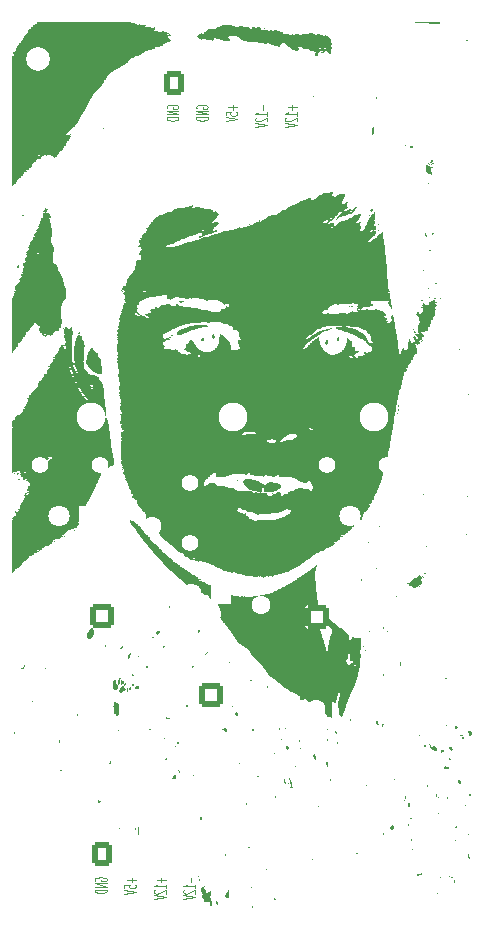
<source format=gbr>
%TF.GenerationSoftware,KiCad,Pcbnew,9.0.3+dfsg-1*%
%TF.CreationDate,2026-02-22T15:02:18-05:00*%
%TF.ProjectId,bench-power,62656e63-682d-4706-9f77-65722e6b6963,rev?*%
%TF.SameCoordinates,Original*%
%TF.FileFunction,Legend,Bot*%
%TF.FilePolarity,Positive*%
%FSLAX46Y46*%
G04 Gerber Fmt 4.6, Leading zero omitted, Abs format (unit mm)*
G04 Created by KiCad (PCBNEW 9.0.3+dfsg-1) date 2026-02-22 15:02:18*
%MOMM*%
%LPD*%
G01*
G04 APERTURE LIST*
G04 Aperture macros list*
%AMRoundRect*
0 Rectangle with rounded corners*
0 $1 Rounding radius*
0 $2 $3 $4 $5 $6 $7 $8 $9 X,Y pos of 4 corners*
0 Add a 4 corners polygon primitive as box body*
4,1,4,$2,$3,$4,$5,$6,$7,$8,$9,$2,$3,0*
0 Add four circle primitives for the rounded corners*
1,1,$1+$1,$2,$3*
1,1,$1+$1,$4,$5*
1,1,$1+$1,$6,$7*
1,1,$1+$1,$8,$9*
0 Add four rect primitives between the rounded corners*
20,1,$1+$1,$2,$3,$4,$5,0*
20,1,$1+$1,$4,$5,$6,$7,0*
20,1,$1+$1,$6,$7,$8,$9,0*
20,1,$1+$1,$8,$9,$2,$3,0*%
G04 Aperture macros list end*
%ADD10C,0.100000*%
%ADD11C,0.000000*%
%ADD12C,2.000000*%
%ADD13C,1.600000*%
%ADD14C,1.400000*%
%ADD15RoundRect,0.250000X0.750000X0.750000X-0.750000X0.750000X-0.750000X-0.750000X0.750000X-0.750000X0*%
%ADD16RoundRect,0.250000X-0.600000X-0.725000X0.600000X-0.725000X0.600000X0.725000X-0.600000X0.725000X0*%
%ADD17O,1.700000X1.950000*%
%ADD18RoundRect,0.250000X-0.750000X-0.750000X0.750000X-0.750000X0.750000X0.750000X-0.750000X0.750000X0*%
%ADD19R,1.800000X1.800000*%
%ADD20C,1.800000*%
%ADD21C,2.454000*%
G04 APERTURE END LIST*
D10*
X155940495Y-120293941D02*
X155940495Y-120674894D01*
X156321448Y-121174894D02*
X156321448Y-120889180D01*
X156321448Y-121032037D02*
X155321448Y-121032037D01*
X155321448Y-121032037D02*
X155464305Y-120984418D01*
X155464305Y-120984418D02*
X155559543Y-120936799D01*
X155559543Y-120936799D02*
X155607162Y-120889180D01*
X155416686Y-121365370D02*
X155369067Y-121389179D01*
X155369067Y-121389179D02*
X155321448Y-121436798D01*
X155321448Y-121436798D02*
X155321448Y-121555846D01*
X155321448Y-121555846D02*
X155369067Y-121603465D01*
X155369067Y-121603465D02*
X155416686Y-121627274D01*
X155416686Y-121627274D02*
X155511924Y-121651084D01*
X155511924Y-121651084D02*
X155607162Y-121651084D01*
X155607162Y-121651084D02*
X155750019Y-121627274D01*
X155750019Y-121627274D02*
X156321448Y-121341560D01*
X156321448Y-121341560D02*
X156321448Y-121651084D01*
X155321448Y-121793941D02*
X156321448Y-121960607D01*
X156321448Y-121960607D02*
X155321448Y-122127274D01*
X153440495Y-120293941D02*
X153440495Y-120674894D01*
X153821448Y-120484417D02*
X153059543Y-120484417D01*
X153821448Y-121174894D02*
X153821448Y-120889180D01*
X153821448Y-121032037D02*
X152821448Y-121032037D01*
X152821448Y-121032037D02*
X152964305Y-120984418D01*
X152964305Y-120984418D02*
X153059543Y-120936799D01*
X153059543Y-120936799D02*
X153107162Y-120889180D01*
X152916686Y-121365370D02*
X152869067Y-121389179D01*
X152869067Y-121389179D02*
X152821448Y-121436798D01*
X152821448Y-121436798D02*
X152821448Y-121555846D01*
X152821448Y-121555846D02*
X152869067Y-121603465D01*
X152869067Y-121603465D02*
X152916686Y-121627274D01*
X152916686Y-121627274D02*
X153011924Y-121651084D01*
X153011924Y-121651084D02*
X153107162Y-121651084D01*
X153107162Y-121651084D02*
X153250019Y-121627274D01*
X153250019Y-121627274D02*
X153821448Y-121341560D01*
X153821448Y-121341560D02*
X153821448Y-121651084D01*
X152821448Y-121793941D02*
X153821448Y-121960607D01*
X153821448Y-121960607D02*
X152821448Y-122127274D01*
X147869067Y-120555846D02*
X147821448Y-120508227D01*
X147821448Y-120508227D02*
X147821448Y-120436798D01*
X147821448Y-120436798D02*
X147869067Y-120365370D01*
X147869067Y-120365370D02*
X147964305Y-120317751D01*
X147964305Y-120317751D02*
X148059543Y-120293941D01*
X148059543Y-120293941D02*
X148250019Y-120270132D01*
X148250019Y-120270132D02*
X148392876Y-120270132D01*
X148392876Y-120270132D02*
X148583352Y-120293941D01*
X148583352Y-120293941D02*
X148678590Y-120317751D01*
X148678590Y-120317751D02*
X148773829Y-120365370D01*
X148773829Y-120365370D02*
X148821448Y-120436798D01*
X148821448Y-120436798D02*
X148821448Y-120484417D01*
X148821448Y-120484417D02*
X148773829Y-120555846D01*
X148773829Y-120555846D02*
X148726209Y-120579655D01*
X148726209Y-120579655D02*
X148392876Y-120579655D01*
X148392876Y-120579655D02*
X148392876Y-120484417D01*
X148821448Y-120793941D02*
X147821448Y-120793941D01*
X147821448Y-120793941D02*
X148821448Y-121079655D01*
X148821448Y-121079655D02*
X147821448Y-121079655D01*
X148821448Y-121317751D02*
X147821448Y-121317751D01*
X147821448Y-121317751D02*
X147821448Y-121436799D01*
X147821448Y-121436799D02*
X147869067Y-121508227D01*
X147869067Y-121508227D02*
X147964305Y-121555846D01*
X147964305Y-121555846D02*
X148059543Y-121579656D01*
X148059543Y-121579656D02*
X148250019Y-121603465D01*
X148250019Y-121603465D02*
X148392876Y-121603465D01*
X148392876Y-121603465D02*
X148583352Y-121579656D01*
X148583352Y-121579656D02*
X148678590Y-121555846D01*
X148678590Y-121555846D02*
X148773829Y-121508227D01*
X148773829Y-121508227D02*
X148821448Y-121436799D01*
X148821448Y-121436799D02*
X148821448Y-121317751D01*
X150940495Y-120293941D02*
X150940495Y-120674894D01*
X151321448Y-120484417D02*
X150559543Y-120484417D01*
X150321448Y-121151084D02*
X150321448Y-120912989D01*
X150321448Y-120912989D02*
X150797638Y-120889180D01*
X150797638Y-120889180D02*
X150750019Y-120912989D01*
X150750019Y-120912989D02*
X150702400Y-120960608D01*
X150702400Y-120960608D02*
X150702400Y-121079656D01*
X150702400Y-121079656D02*
X150750019Y-121127275D01*
X150750019Y-121127275D02*
X150797638Y-121151084D01*
X150797638Y-121151084D02*
X150892876Y-121174894D01*
X150892876Y-121174894D02*
X151130971Y-121174894D01*
X151130971Y-121174894D02*
X151226209Y-121151084D01*
X151226209Y-121151084D02*
X151273829Y-121127275D01*
X151273829Y-121127275D02*
X151321448Y-121079656D01*
X151321448Y-121079656D02*
X151321448Y-120960608D01*
X151321448Y-120960608D02*
X151273829Y-120912989D01*
X151273829Y-120912989D02*
X151226209Y-120889180D01*
X150321448Y-121317751D02*
X151321448Y-121484417D01*
X151321448Y-121484417D02*
X150321448Y-121651084D01*
X159530966Y-54901525D02*
X159530966Y-55282478D01*
X159911919Y-55092001D02*
X159150014Y-55092001D01*
X158911919Y-55758668D02*
X158911919Y-55520573D01*
X158911919Y-55520573D02*
X159388109Y-55496764D01*
X159388109Y-55496764D02*
X159340490Y-55520573D01*
X159340490Y-55520573D02*
X159292871Y-55568192D01*
X159292871Y-55568192D02*
X159292871Y-55687240D01*
X159292871Y-55687240D02*
X159340490Y-55734859D01*
X159340490Y-55734859D02*
X159388109Y-55758668D01*
X159388109Y-55758668D02*
X159483347Y-55782478D01*
X159483347Y-55782478D02*
X159721442Y-55782478D01*
X159721442Y-55782478D02*
X159816680Y-55758668D01*
X159816680Y-55758668D02*
X159864300Y-55734859D01*
X159864300Y-55734859D02*
X159911919Y-55687240D01*
X159911919Y-55687240D02*
X159911919Y-55568192D01*
X159911919Y-55568192D02*
X159864300Y-55520573D01*
X159864300Y-55520573D02*
X159816680Y-55496764D01*
X158911919Y-55925335D02*
X159911919Y-56092001D01*
X159911919Y-56092001D02*
X158911919Y-56258668D01*
X153959538Y-55163430D02*
X153911919Y-55115811D01*
X153911919Y-55115811D02*
X153911919Y-55044382D01*
X153911919Y-55044382D02*
X153959538Y-54972954D01*
X153959538Y-54972954D02*
X154054776Y-54925335D01*
X154054776Y-54925335D02*
X154150014Y-54901525D01*
X154150014Y-54901525D02*
X154340490Y-54877716D01*
X154340490Y-54877716D02*
X154483347Y-54877716D01*
X154483347Y-54877716D02*
X154673823Y-54901525D01*
X154673823Y-54901525D02*
X154769061Y-54925335D01*
X154769061Y-54925335D02*
X154864300Y-54972954D01*
X154864300Y-54972954D02*
X154911919Y-55044382D01*
X154911919Y-55044382D02*
X154911919Y-55092001D01*
X154911919Y-55092001D02*
X154864300Y-55163430D01*
X154864300Y-55163430D02*
X154816680Y-55187239D01*
X154816680Y-55187239D02*
X154483347Y-55187239D01*
X154483347Y-55187239D02*
X154483347Y-55092001D01*
X154911919Y-55401525D02*
X153911919Y-55401525D01*
X153911919Y-55401525D02*
X154911919Y-55687239D01*
X154911919Y-55687239D02*
X153911919Y-55687239D01*
X154911919Y-55925335D02*
X153911919Y-55925335D01*
X153911919Y-55925335D02*
X153911919Y-56044383D01*
X153911919Y-56044383D02*
X153959538Y-56115811D01*
X153959538Y-56115811D02*
X154054776Y-56163430D01*
X154054776Y-56163430D02*
X154150014Y-56187240D01*
X154150014Y-56187240D02*
X154340490Y-56211049D01*
X154340490Y-56211049D02*
X154483347Y-56211049D01*
X154483347Y-56211049D02*
X154673823Y-56187240D01*
X154673823Y-56187240D02*
X154769061Y-56163430D01*
X154769061Y-56163430D02*
X154864300Y-56115811D01*
X154864300Y-56115811D02*
X154911919Y-56044383D01*
X154911919Y-56044383D02*
X154911919Y-55925335D01*
X156459538Y-55163430D02*
X156411919Y-55115811D01*
X156411919Y-55115811D02*
X156411919Y-55044382D01*
X156411919Y-55044382D02*
X156459538Y-54972954D01*
X156459538Y-54972954D02*
X156554776Y-54925335D01*
X156554776Y-54925335D02*
X156650014Y-54901525D01*
X156650014Y-54901525D02*
X156840490Y-54877716D01*
X156840490Y-54877716D02*
X156983347Y-54877716D01*
X156983347Y-54877716D02*
X157173823Y-54901525D01*
X157173823Y-54901525D02*
X157269061Y-54925335D01*
X157269061Y-54925335D02*
X157364300Y-54972954D01*
X157364300Y-54972954D02*
X157411919Y-55044382D01*
X157411919Y-55044382D02*
X157411919Y-55092001D01*
X157411919Y-55092001D02*
X157364300Y-55163430D01*
X157364300Y-55163430D02*
X157316680Y-55187239D01*
X157316680Y-55187239D02*
X156983347Y-55187239D01*
X156983347Y-55187239D02*
X156983347Y-55092001D01*
X157411919Y-55401525D02*
X156411919Y-55401525D01*
X156411919Y-55401525D02*
X157411919Y-55687239D01*
X157411919Y-55687239D02*
X156411919Y-55687239D01*
X157411919Y-55925335D02*
X156411919Y-55925335D01*
X156411919Y-55925335D02*
X156411919Y-56044383D01*
X156411919Y-56044383D02*
X156459538Y-56115811D01*
X156459538Y-56115811D02*
X156554776Y-56163430D01*
X156554776Y-56163430D02*
X156650014Y-56187240D01*
X156650014Y-56187240D02*
X156840490Y-56211049D01*
X156840490Y-56211049D02*
X156983347Y-56211049D01*
X156983347Y-56211049D02*
X157173823Y-56187240D01*
X157173823Y-56187240D02*
X157269061Y-56163430D01*
X157269061Y-56163430D02*
X157364300Y-56115811D01*
X157364300Y-56115811D02*
X157411919Y-56044383D01*
X157411919Y-56044383D02*
X157411919Y-55925335D01*
X162030966Y-54901525D02*
X162030966Y-55282478D01*
X162411919Y-55782478D02*
X162411919Y-55496764D01*
X162411919Y-55639621D02*
X161411919Y-55639621D01*
X161411919Y-55639621D02*
X161554776Y-55592002D01*
X161554776Y-55592002D02*
X161650014Y-55544383D01*
X161650014Y-55544383D02*
X161697633Y-55496764D01*
X161507157Y-55972954D02*
X161459538Y-55996763D01*
X161459538Y-55996763D02*
X161411919Y-56044382D01*
X161411919Y-56044382D02*
X161411919Y-56163430D01*
X161411919Y-56163430D02*
X161459538Y-56211049D01*
X161459538Y-56211049D02*
X161507157Y-56234858D01*
X161507157Y-56234858D02*
X161602395Y-56258668D01*
X161602395Y-56258668D02*
X161697633Y-56258668D01*
X161697633Y-56258668D02*
X161840490Y-56234858D01*
X161840490Y-56234858D02*
X162411919Y-55949144D01*
X162411919Y-55949144D02*
X162411919Y-56258668D01*
X161411919Y-56401525D02*
X162411919Y-56568191D01*
X162411919Y-56568191D02*
X161411919Y-56734858D01*
X164530966Y-54901525D02*
X164530966Y-55282478D01*
X164911919Y-55092001D02*
X164150014Y-55092001D01*
X164911919Y-55782478D02*
X164911919Y-55496764D01*
X164911919Y-55639621D02*
X163911919Y-55639621D01*
X163911919Y-55639621D02*
X164054776Y-55592002D01*
X164054776Y-55592002D02*
X164150014Y-55544383D01*
X164150014Y-55544383D02*
X164197633Y-55496764D01*
X164007157Y-55972954D02*
X163959538Y-55996763D01*
X163959538Y-55996763D02*
X163911919Y-56044382D01*
X163911919Y-56044382D02*
X163911919Y-56163430D01*
X163911919Y-56163430D02*
X163959538Y-56211049D01*
X163959538Y-56211049D02*
X164007157Y-56234858D01*
X164007157Y-56234858D02*
X164102395Y-56258668D01*
X164102395Y-56258668D02*
X164197633Y-56258668D01*
X164197633Y-56258668D02*
X164340490Y-56234858D01*
X164340490Y-56234858D02*
X164911919Y-55949144D01*
X164911919Y-55949144D02*
X164911919Y-56258668D01*
X163911919Y-56401525D02*
X164911919Y-56568191D01*
X164911919Y-56568191D02*
X163911919Y-56734858D01*
D11*
G36*
X150597020Y-104253196D02*
G01*
X150601143Y-104254818D01*
X150605254Y-104257359D01*
X150609341Y-104260842D01*
X150613390Y-104265291D01*
X150617390Y-104270728D01*
X150621329Y-104277177D01*
X150623947Y-104282937D01*
X150626114Y-104289992D01*
X150629160Y-104307595D01*
X150630598Y-104329212D01*
X150630560Y-104354069D01*
X150629176Y-104381389D01*
X150626579Y-104410399D01*
X150622899Y-104440323D01*
X150618268Y-104470387D01*
X150612817Y-104499816D01*
X150606677Y-104527835D01*
X150599979Y-104553669D01*
X150592856Y-104576543D01*
X150585438Y-104595683D01*
X150577856Y-104610314D01*
X150574045Y-104615696D01*
X150570242Y-104619661D01*
X150566464Y-104622110D01*
X150562727Y-104622948D01*
X150560818Y-104622733D01*
X150558932Y-104622093D01*
X150557074Y-104621040D01*
X150555244Y-104619584D01*
X150553446Y-104617735D01*
X150551681Y-104615505D01*
X150549953Y-104612903D01*
X150548263Y-104609941D01*
X150546614Y-104606629D01*
X150545009Y-104602976D01*
X150543449Y-104598995D01*
X150541937Y-104594696D01*
X150539067Y-104585184D01*
X150536419Y-104574525D01*
X150534010Y-104562803D01*
X150531861Y-104550103D01*
X150529990Y-104536510D01*
X150528416Y-104522108D01*
X150527159Y-104506981D01*
X150526237Y-104491215D01*
X150525670Y-104474893D01*
X150525477Y-104458100D01*
X150526096Y-104430060D01*
X150527887Y-104403390D01*
X150530754Y-104378273D01*
X150534598Y-104354895D01*
X150539321Y-104333441D01*
X150544825Y-104314094D01*
X150551013Y-104297040D01*
X150557787Y-104282463D01*
X150565049Y-104270548D01*
X150568832Y-104265646D01*
X150572701Y-104261479D01*
X150576643Y-104258069D01*
X150580645Y-104255441D01*
X150584697Y-104253616D01*
X150588784Y-104252618D01*
X150592896Y-104252471D01*
X150597020Y-104253196D01*
G37*
G36*
X149927850Y-116100577D02*
G01*
X149929553Y-116100818D01*
X149931138Y-116101221D01*
X149932601Y-116101786D01*
X149933940Y-116102513D01*
X149935151Y-116103403D01*
X149936231Y-116104457D01*
X149937177Y-116105675D01*
X149937986Y-116107057D01*
X149938655Y-116108604D01*
X149939181Y-116110317D01*
X149939560Y-116112195D01*
X149939790Y-116114240D01*
X149939867Y-116116452D01*
X149939785Y-116118661D01*
X149939542Y-116120904D01*
X149939141Y-116123177D01*
X149938586Y-116125476D01*
X149937883Y-116127796D01*
X149937034Y-116130134D01*
X149936043Y-116132484D01*
X149934916Y-116134844D01*
X149933655Y-116137207D01*
X149932265Y-116139571D01*
X149929113Y-116144283D01*
X149925492Y-116148944D01*
X149921435Y-116153521D01*
X149916973Y-116157980D01*
X149912140Y-116162285D01*
X149906966Y-116166404D01*
X149901485Y-116170302D01*
X149895728Y-116173945D01*
X149889728Y-116177299D01*
X149883517Y-116180330D01*
X149877127Y-116183003D01*
X149870735Y-116185381D01*
X149864522Y-116187545D01*
X149858521Y-116189490D01*
X149852764Y-116191210D01*
X149847283Y-116192702D01*
X149842109Y-116193960D01*
X149837276Y-116194980D01*
X149832815Y-116195756D01*
X149828758Y-116196283D01*
X149825138Y-116196557D01*
X149821987Y-116196572D01*
X149819337Y-116196324D01*
X149817219Y-116195808D01*
X149816370Y-116195448D01*
X149815667Y-116195019D01*
X149815113Y-116194520D01*
X149814712Y-116193951D01*
X149814469Y-116193312D01*
X149814387Y-116192601D01*
X149814469Y-116191788D01*
X149814712Y-116190851D01*
X149815113Y-116189794D01*
X149815667Y-116188621D01*
X149817220Y-116185945D01*
X149819338Y-116182858D01*
X149821989Y-116179393D01*
X149825141Y-116175584D01*
X149828762Y-116171466D01*
X149832819Y-116167071D01*
X149837281Y-116162435D01*
X149842114Y-116157590D01*
X149847288Y-116152572D01*
X149852769Y-116147413D01*
X149858526Y-116142149D01*
X149864526Y-116136812D01*
X149870737Y-116131437D01*
X149877127Y-116126057D01*
X149883792Y-116120734D01*
X149890208Y-116116023D01*
X149896349Y-116111928D01*
X149902190Y-116108451D01*
X149907706Y-116105599D01*
X149912874Y-116103373D01*
X149917667Y-116101778D01*
X149919916Y-116101219D01*
X149922061Y-116100818D01*
X149924101Y-116100578D01*
X149926032Y-116100497D01*
X149927850Y-116100577D01*
G37*
G36*
X160159076Y-107425796D02*
G01*
X160163458Y-107426595D01*
X160167338Y-107427890D01*
X160170728Y-107429648D01*
X160173639Y-107431840D01*
X160176082Y-107434433D01*
X160178069Y-107437398D01*
X160179610Y-107440703D01*
X160180717Y-107444317D01*
X160181402Y-107448208D01*
X160181675Y-107452347D01*
X160181547Y-107456702D01*
X160181030Y-107461242D01*
X160180136Y-107465937D01*
X160178874Y-107470754D01*
X160177258Y-107475663D01*
X160175296Y-107480633D01*
X160173002Y-107485634D01*
X160170386Y-107490633D01*
X160167460Y-107495600D01*
X160164234Y-107500505D01*
X160160720Y-107505316D01*
X160156929Y-107510001D01*
X160152872Y-107514531D01*
X160148561Y-107518874D01*
X160144006Y-107522999D01*
X160139220Y-107526875D01*
X160134213Y-107530471D01*
X160128996Y-107533756D01*
X160123581Y-107536699D01*
X160117979Y-107539270D01*
X160112201Y-107541436D01*
X160109397Y-107542306D01*
X160106719Y-107543006D01*
X160104166Y-107543537D01*
X160101739Y-107543900D01*
X160099440Y-107544098D01*
X160097269Y-107544131D01*
X160095225Y-107544000D01*
X160093311Y-107543708D01*
X160091527Y-107543255D01*
X160089874Y-107542643D01*
X160088351Y-107541874D01*
X160086961Y-107540948D01*
X160085703Y-107539868D01*
X160084579Y-107538634D01*
X160083588Y-107537248D01*
X160082732Y-107535711D01*
X160082012Y-107534025D01*
X160081427Y-107532191D01*
X160080980Y-107530211D01*
X160080670Y-107528085D01*
X160080498Y-107525816D01*
X160080464Y-107523404D01*
X160080571Y-107520852D01*
X160080817Y-107518160D01*
X160081205Y-107515330D01*
X160081734Y-107512363D01*
X160082405Y-107509261D01*
X160083219Y-107506024D01*
X160084177Y-107502656D01*
X160085280Y-107499156D01*
X160086527Y-107495526D01*
X160087920Y-107491769D01*
X160087922Y-107491761D01*
X160090724Y-107485014D01*
X160093862Y-107478455D01*
X160097304Y-107472120D01*
X160101015Y-107466042D01*
X160104962Y-107460255D01*
X160109109Y-107454793D01*
X160113424Y-107449690D01*
X160117873Y-107444980D01*
X160122420Y-107440697D01*
X160127034Y-107436875D01*
X160131678Y-107433548D01*
X160136320Y-107430749D01*
X160140925Y-107428514D01*
X160143203Y-107427617D01*
X160145460Y-107426874D01*
X160147690Y-107426289D01*
X160149890Y-107425866D01*
X160152055Y-107425609D01*
X160154182Y-107425523D01*
X160159076Y-107425796D01*
G37*
G36*
X177576481Y-103347842D02*
G01*
X177581283Y-103348422D01*
X177585951Y-103349469D01*
X177590471Y-103350978D01*
X177594828Y-103352941D01*
X177599008Y-103355355D01*
X177602997Y-103358213D01*
X177606781Y-103361510D01*
X177610344Y-103365239D01*
X177613672Y-103369396D01*
X177616752Y-103373975D01*
X177619569Y-103378970D01*
X177622108Y-103384375D01*
X177624355Y-103390185D01*
X177626296Y-103396395D01*
X177627916Y-103402998D01*
X177629201Y-103409990D01*
X177630137Y-103417363D01*
X177630709Y-103425114D01*
X177630903Y-103433236D01*
X177630830Y-103438920D01*
X177630606Y-103444281D01*
X177630223Y-103449319D01*
X177629674Y-103454038D01*
X177628949Y-103458439D01*
X177628042Y-103462525D01*
X177626944Y-103466297D01*
X177625647Y-103469759D01*
X177624143Y-103472912D01*
X177622424Y-103475758D01*
X177620483Y-103478300D01*
X177618311Y-103480539D01*
X177615900Y-103482479D01*
X177613243Y-103484120D01*
X177610331Y-103485466D01*
X177607156Y-103486519D01*
X177603711Y-103487280D01*
X177599987Y-103487752D01*
X177595976Y-103487937D01*
X177591671Y-103487837D01*
X177587063Y-103487455D01*
X177582145Y-103486792D01*
X177576908Y-103485851D01*
X177571345Y-103484634D01*
X177565447Y-103483144D01*
X177559207Y-103481382D01*
X177552616Y-103479350D01*
X177545667Y-103477051D01*
X177530662Y-103471660D01*
X177514127Y-103465226D01*
X177514108Y-103465226D01*
X177510355Y-103463666D01*
X177506836Y-103462088D01*
X177503550Y-103460488D01*
X177500497Y-103458861D01*
X177497677Y-103457205D01*
X177495089Y-103455513D01*
X177492733Y-103453782D01*
X177490610Y-103452008D01*
X177488717Y-103450187D01*
X177487056Y-103448313D01*
X177485626Y-103446383D01*
X177484427Y-103444393D01*
X177483458Y-103442338D01*
X177482719Y-103440215D01*
X177482210Y-103438018D01*
X177481930Y-103435743D01*
X177481879Y-103433387D01*
X177482057Y-103430944D01*
X177482464Y-103428412D01*
X177483099Y-103425784D01*
X177483962Y-103423058D01*
X177485052Y-103420229D01*
X177486370Y-103417292D01*
X177487915Y-103414244D01*
X177489686Y-103411079D01*
X177491684Y-103407795D01*
X177493908Y-103404386D01*
X177496358Y-103400848D01*
X177499033Y-103397177D01*
X177501933Y-103393369D01*
X177508409Y-103385323D01*
X177513644Y-103379325D01*
X177518932Y-103373867D01*
X177524258Y-103368942D01*
X177529609Y-103364547D01*
X177534969Y-103360674D01*
X177540325Y-103357318D01*
X177545662Y-103354474D01*
X177550966Y-103352137D01*
X177556222Y-103350299D01*
X177561415Y-103348957D01*
X177566533Y-103348103D01*
X177571560Y-103347733D01*
X177576481Y-103347842D01*
G37*
G36*
X162404762Y-86343653D02*
G01*
X162407004Y-86343815D01*
X162409214Y-86344082D01*
X162411390Y-86344452D01*
X162413528Y-86344921D01*
X162415626Y-86345487D01*
X162417681Y-86346147D01*
X162419691Y-86346899D01*
X162421652Y-86347739D01*
X162423561Y-86348666D01*
X162425416Y-86349676D01*
X162427214Y-86350767D01*
X162428952Y-86351936D01*
X162430627Y-86353180D01*
X162432236Y-86354498D01*
X162433777Y-86355885D01*
X162435247Y-86357340D01*
X162436642Y-86358860D01*
X162437960Y-86360441D01*
X162439198Y-86362082D01*
X162440354Y-86363780D01*
X162441424Y-86365532D01*
X162442405Y-86367335D01*
X162443296Y-86369186D01*
X162444092Y-86371084D01*
X162444791Y-86373025D01*
X162445391Y-86375007D01*
X162445888Y-86377026D01*
X162446279Y-86379081D01*
X162446562Y-86381168D01*
X162446734Y-86383286D01*
X162446792Y-86385430D01*
X162446696Y-86389691D01*
X162446415Y-86393832D01*
X162445959Y-86397832D01*
X162445336Y-86401671D01*
X162444557Y-86405325D01*
X162443630Y-86408775D01*
X162442566Y-86411997D01*
X162441373Y-86414972D01*
X162440061Y-86417677D01*
X162438640Y-86420091D01*
X162437118Y-86422193D01*
X162435507Y-86423961D01*
X162433813Y-86425373D01*
X162432939Y-86425939D01*
X162432049Y-86426408D01*
X162431142Y-86426778D01*
X162430222Y-86427045D01*
X162429288Y-86427207D01*
X162428342Y-86427262D01*
X162427362Y-86427207D01*
X162426328Y-86427045D01*
X162425242Y-86426778D01*
X162424107Y-86426408D01*
X162422927Y-86425939D01*
X162421703Y-86425373D01*
X162420439Y-86424713D01*
X162419137Y-86423962D01*
X162416433Y-86422194D01*
X162413614Y-86420093D01*
X162410701Y-86417680D01*
X162407718Y-86414975D01*
X162404687Y-86412000D01*
X162401631Y-86408778D01*
X162398573Y-86405328D01*
X162395535Y-86401674D01*
X162392541Y-86397835D01*
X162389612Y-86393834D01*
X162386771Y-86389692D01*
X162384042Y-86385430D01*
X162382775Y-86383286D01*
X162381638Y-86381168D01*
X162380632Y-86379081D01*
X162379754Y-86377026D01*
X162379003Y-86375007D01*
X162378378Y-86373025D01*
X162377878Y-86371084D01*
X162377502Y-86369186D01*
X162377248Y-86367335D01*
X162377116Y-86365532D01*
X162377104Y-86363780D01*
X162377211Y-86362082D01*
X162377435Y-86360441D01*
X162377776Y-86358860D01*
X162378233Y-86357340D01*
X162378804Y-86355885D01*
X162379487Y-86354498D01*
X162380283Y-86353180D01*
X162381189Y-86351936D01*
X162382205Y-86350767D01*
X162383328Y-86349676D01*
X162384559Y-86348666D01*
X162385896Y-86347739D01*
X162387337Y-86346899D01*
X162388882Y-86346147D01*
X162390529Y-86345487D01*
X162392277Y-86344921D01*
X162394125Y-86344452D01*
X162396072Y-86344082D01*
X162398116Y-86343815D01*
X162400256Y-86343653D01*
X162402492Y-86343598D01*
X162404762Y-86343653D01*
G37*
G36*
X178452425Y-107473655D02*
G01*
X178465792Y-107475166D01*
X178479408Y-107477711D01*
X178493224Y-107481329D01*
X178507189Y-107486057D01*
X178521252Y-107491935D01*
X178535364Y-107498998D01*
X178549474Y-107507287D01*
X178554214Y-107510344D01*
X178558631Y-107513326D01*
X178562724Y-107516246D01*
X178566492Y-107519116D01*
X178569931Y-107521951D01*
X178573042Y-107524761D01*
X178575821Y-107527562D01*
X178578267Y-107530365D01*
X178580379Y-107533183D01*
X178582154Y-107536030D01*
X178583591Y-107538919D01*
X178584689Y-107541862D01*
X178585444Y-107544873D01*
X178585856Y-107547963D01*
X178585923Y-107551148D01*
X178585643Y-107554438D01*
X178585014Y-107557848D01*
X178584034Y-107561390D01*
X178582702Y-107565078D01*
X178581017Y-107568924D01*
X178578975Y-107572941D01*
X178576576Y-107577142D01*
X178573818Y-107581540D01*
X178570698Y-107586148D01*
X178567216Y-107590979D01*
X178563369Y-107596047D01*
X178559156Y-107601363D01*
X178554575Y-107606942D01*
X178544301Y-107618936D01*
X178532533Y-107632134D01*
X178516020Y-107650021D01*
X178500812Y-107665662D01*
X178486767Y-107679078D01*
X178480138Y-107684959D01*
X178473746Y-107690292D01*
X178467576Y-107695079D01*
X178461610Y-107699324D01*
X178455829Y-107703029D01*
X178450217Y-107706197D01*
X178444755Y-107708830D01*
X178439427Y-107710932D01*
X178434215Y-107712504D01*
X178429102Y-107713550D01*
X178424069Y-107714073D01*
X178419100Y-107714074D01*
X178414177Y-107713557D01*
X178409282Y-107712525D01*
X178404398Y-107710979D01*
X178399507Y-107708924D01*
X178394592Y-107706361D01*
X178389636Y-107703293D01*
X178384621Y-107699723D01*
X178379529Y-107695654D01*
X178374342Y-107691088D01*
X178369045Y-107686029D01*
X178358044Y-107674438D01*
X178346387Y-107660905D01*
X178337178Y-107648909D01*
X178329475Y-107636997D01*
X178323228Y-107625208D01*
X178318387Y-107613578D01*
X178314901Y-107602146D01*
X178312721Y-107590951D01*
X178311795Y-107580029D01*
X178312074Y-107569420D01*
X178313508Y-107559160D01*
X178316046Y-107549289D01*
X178319637Y-107539844D01*
X178324233Y-107530863D01*
X178329781Y-107522384D01*
X178336233Y-107514446D01*
X178343537Y-107507086D01*
X178351644Y-107500342D01*
X178360503Y-107494253D01*
X178370065Y-107488855D01*
X178380277Y-107484189D01*
X178391092Y-107480290D01*
X178402457Y-107477198D01*
X178414323Y-107474951D01*
X178426640Y-107473586D01*
X178439357Y-107473141D01*
X178452425Y-107473655D01*
G37*
G36*
X161632438Y-111692954D02*
G01*
X161643827Y-111693526D01*
X161654830Y-111694499D01*
X161665385Y-111695852D01*
X161675435Y-111697563D01*
X161684920Y-111699611D01*
X161693782Y-111701976D01*
X161701961Y-111704635D01*
X161709399Y-111707569D01*
X161716036Y-111710755D01*
X161721814Y-111714172D01*
X161726673Y-111717800D01*
X161730556Y-111721618D01*
X161732112Y-111723591D01*
X161733402Y-111725603D01*
X161734418Y-111727652D01*
X161735153Y-111729736D01*
X161735599Y-111731851D01*
X161735749Y-111733994D01*
X161735502Y-111738797D01*
X161734770Y-111743291D01*
X161733569Y-111747474D01*
X161731917Y-111751348D01*
X161729829Y-111754911D01*
X161727322Y-111758165D01*
X161724411Y-111761109D01*
X161721115Y-111763743D01*
X161717447Y-111766067D01*
X161713426Y-111768082D01*
X161709068Y-111769786D01*
X161704388Y-111771180D01*
X161699402Y-111772265D01*
X161694129Y-111773040D01*
X161688582Y-111773504D01*
X161682780Y-111773659D01*
X161676738Y-111773504D01*
X161670472Y-111773040D01*
X161664000Y-111772265D01*
X161657336Y-111771180D01*
X161650499Y-111769786D01*
X161643502Y-111768082D01*
X161636365Y-111766067D01*
X161629101Y-111763743D01*
X161621728Y-111761109D01*
X161614263Y-111758165D01*
X161606721Y-111754911D01*
X161599119Y-111751348D01*
X161591472Y-111747474D01*
X161583798Y-111743291D01*
X161576113Y-111738797D01*
X161568433Y-111733994D01*
X161568429Y-111733994D01*
X161559975Y-111728329D01*
X161556287Y-111725689D01*
X161552963Y-111723172D01*
X161550006Y-111720777D01*
X161547419Y-111718501D01*
X161545205Y-111716342D01*
X161543369Y-111714297D01*
X161541912Y-111712364D01*
X161540839Y-111710539D01*
X161540152Y-111708821D01*
X161539854Y-111707207D01*
X161539853Y-111706438D01*
X161539950Y-111705694D01*
X161540146Y-111704974D01*
X161540441Y-111704280D01*
X161541332Y-111702961D01*
X161542626Y-111701737D01*
X161544325Y-111700604D01*
X161546434Y-111699559D01*
X161548955Y-111698601D01*
X161551891Y-111697725D01*
X161555246Y-111696931D01*
X161559024Y-111696215D01*
X161563226Y-111695575D01*
X161567857Y-111695008D01*
X161572920Y-111694512D01*
X161578418Y-111694083D01*
X161590731Y-111693421D01*
X161604823Y-111693002D01*
X161620719Y-111692803D01*
X161632438Y-111692954D01*
G37*
G36*
X176880114Y-58402005D02*
G01*
X176882231Y-58402167D01*
X176884318Y-58402434D01*
X176886373Y-58402803D01*
X176888392Y-58403272D01*
X176890374Y-58403837D01*
X176892315Y-58404496D01*
X176894212Y-58405247D01*
X176896064Y-58406087D01*
X176897867Y-58407013D01*
X176899618Y-58408022D01*
X176901316Y-58409112D01*
X176902956Y-58410280D01*
X176904538Y-58411523D01*
X176906057Y-58412839D01*
X176907512Y-58414225D01*
X176908899Y-58415679D01*
X176910216Y-58417197D01*
X176911461Y-58418778D01*
X176912630Y-58420417D01*
X176913720Y-58422114D01*
X176914730Y-58423864D01*
X176915657Y-58425666D01*
X176916497Y-58427516D01*
X176917249Y-58429413D01*
X176917909Y-58431353D01*
X176918475Y-58433333D01*
X176918944Y-58435352D01*
X176919313Y-58437405D01*
X176919580Y-58439492D01*
X176919742Y-58441608D01*
X176919797Y-58443752D01*
X176919742Y-58445896D01*
X176919580Y-58448012D01*
X176919313Y-58450099D01*
X176918944Y-58452152D01*
X176918475Y-58454171D01*
X176917909Y-58456151D01*
X176917249Y-58458091D01*
X176916497Y-58459988D01*
X176915657Y-58461838D01*
X176914730Y-58463640D01*
X176913720Y-58465390D01*
X176912630Y-58467087D01*
X176911461Y-58468727D01*
X176910216Y-58470307D01*
X176908899Y-58471825D01*
X176907512Y-58473279D01*
X176906057Y-58474665D01*
X176904538Y-58475981D01*
X176902956Y-58477224D01*
X176901316Y-58478392D01*
X176899618Y-58479482D01*
X176897867Y-58480491D01*
X176896064Y-58481417D01*
X176894212Y-58482257D01*
X176892315Y-58483008D01*
X176890374Y-58483667D01*
X176888392Y-58484232D01*
X176886373Y-58484701D01*
X176884318Y-58485070D01*
X176882231Y-58485337D01*
X176880114Y-58485499D01*
X176877969Y-58485553D01*
X176875825Y-58485499D01*
X176873707Y-58485337D01*
X176871620Y-58485070D01*
X176869565Y-58484701D01*
X176867546Y-58484232D01*
X176865564Y-58483667D01*
X176863623Y-58483008D01*
X176861726Y-58482257D01*
X176859874Y-58481417D01*
X176858071Y-58480491D01*
X176856320Y-58479482D01*
X176854622Y-58478392D01*
X176852982Y-58477224D01*
X176851400Y-58475981D01*
X176849881Y-58474665D01*
X176848426Y-58473279D01*
X176847039Y-58471825D01*
X176845722Y-58470307D01*
X176844477Y-58468727D01*
X176843308Y-58467087D01*
X176842218Y-58465390D01*
X176841208Y-58463640D01*
X176840281Y-58461838D01*
X176839441Y-58459988D01*
X176838689Y-58458091D01*
X176838029Y-58456151D01*
X176837463Y-58454171D01*
X176836994Y-58452152D01*
X176836625Y-58450099D01*
X176836358Y-58448012D01*
X176836196Y-58445896D01*
X176836141Y-58443752D01*
X176836196Y-58441608D01*
X176836358Y-58439492D01*
X176836625Y-58437405D01*
X176836994Y-58435352D01*
X176837463Y-58433333D01*
X176838029Y-58431353D01*
X176838689Y-58429413D01*
X176839441Y-58427516D01*
X176840281Y-58425666D01*
X176841208Y-58423864D01*
X176842218Y-58422114D01*
X176843308Y-58420417D01*
X176844477Y-58418778D01*
X176845722Y-58417197D01*
X176847039Y-58415679D01*
X176848426Y-58414225D01*
X176849881Y-58412839D01*
X176851400Y-58411523D01*
X176852982Y-58410280D01*
X176854622Y-58409112D01*
X176856320Y-58408022D01*
X176858071Y-58407013D01*
X176859874Y-58406087D01*
X176861726Y-58405247D01*
X176863623Y-58404496D01*
X176865564Y-58403837D01*
X176867546Y-58403272D01*
X176869565Y-58402803D01*
X176871620Y-58402434D01*
X176873707Y-58402167D01*
X176875825Y-58402005D01*
X176877969Y-58401951D01*
X176880114Y-58402005D01*
G37*
G36*
X179306196Y-91237658D02*
G01*
X179308313Y-91237820D01*
X179310401Y-91238087D01*
X179312456Y-91238457D01*
X179314475Y-91238926D01*
X179316457Y-91239492D01*
X179318398Y-91240152D01*
X179320295Y-91240903D01*
X179322147Y-91241744D01*
X179323950Y-91242671D01*
X179325702Y-91243681D01*
X179327399Y-91244772D01*
X179329040Y-91245941D01*
X179330622Y-91247185D01*
X179332142Y-91248503D01*
X179333596Y-91249890D01*
X179334984Y-91251345D01*
X179336301Y-91252864D01*
X179337546Y-91254446D01*
X179338715Y-91256087D01*
X179339806Y-91257785D01*
X179340816Y-91259536D01*
X179341743Y-91261339D01*
X179342583Y-91263191D01*
X179343335Y-91265089D01*
X179343995Y-91267030D01*
X179344561Y-91269011D01*
X179345030Y-91271031D01*
X179345399Y-91273086D01*
X179345667Y-91275173D01*
X179345829Y-91277290D01*
X179345884Y-91279435D01*
X179345829Y-91281579D01*
X179345667Y-91283695D01*
X179345399Y-91285782D01*
X179345030Y-91287837D01*
X179344561Y-91289856D01*
X179343995Y-91291837D01*
X179343335Y-91293778D01*
X179342583Y-91295675D01*
X179341743Y-91297527D01*
X179340816Y-91299330D01*
X179339806Y-91301082D01*
X179338715Y-91302779D01*
X179337546Y-91304420D01*
X179336301Y-91306002D01*
X179334984Y-91307522D01*
X179333596Y-91308977D01*
X179332142Y-91310364D01*
X179330622Y-91311682D01*
X179329040Y-91312927D01*
X179327399Y-91314096D01*
X179325702Y-91315187D01*
X179323950Y-91316198D01*
X179322147Y-91317125D01*
X179320295Y-91317965D01*
X179318398Y-91318717D01*
X179316457Y-91319378D01*
X179314475Y-91319944D01*
X179312456Y-91320413D01*
X179310401Y-91320782D01*
X179308313Y-91321050D01*
X179306196Y-91321212D01*
X179304052Y-91321267D01*
X179301908Y-91321212D01*
X179299792Y-91321050D01*
X179297705Y-91320783D01*
X179295651Y-91320413D01*
X179293632Y-91319944D01*
X179291651Y-91319378D01*
X179289711Y-91318718D01*
X179287813Y-91317966D01*
X179285962Y-91317126D01*
X179284159Y-91316199D01*
X179282408Y-91315189D01*
X179280710Y-91314098D01*
X179279069Y-91312929D01*
X179277487Y-91311684D01*
X179275968Y-91310367D01*
X179274513Y-91308980D01*
X179273125Y-91307525D01*
X179271808Y-91306005D01*
X179270563Y-91304424D01*
X179269394Y-91302783D01*
X179268303Y-91301085D01*
X179267293Y-91299333D01*
X179266366Y-91297530D01*
X179265525Y-91295679D01*
X179264773Y-91293781D01*
X179264113Y-91291840D01*
X179263547Y-91289858D01*
X179263077Y-91287839D01*
X179262708Y-91285784D01*
X179262441Y-91283697D01*
X179262278Y-91281579D01*
X179262223Y-91279435D01*
X179262278Y-91277290D01*
X179262440Y-91275173D01*
X179262708Y-91273086D01*
X179263077Y-91271031D01*
X179263546Y-91269011D01*
X179264112Y-91267030D01*
X179264772Y-91265089D01*
X179265523Y-91263191D01*
X179266364Y-91261339D01*
X179267290Y-91259536D01*
X179268300Y-91257785D01*
X179269391Y-91256087D01*
X179270560Y-91254446D01*
X179271804Y-91252864D01*
X179273121Y-91251345D01*
X179274509Y-91249890D01*
X179275963Y-91248503D01*
X179277483Y-91247185D01*
X179279064Y-91245941D01*
X179280705Y-91244772D01*
X179282403Y-91243681D01*
X179284154Y-91242671D01*
X179285957Y-91241744D01*
X179287809Y-91240903D01*
X179289706Y-91240152D01*
X179291647Y-91239492D01*
X179293628Y-91238926D01*
X179295648Y-91238457D01*
X179297703Y-91238087D01*
X179299790Y-91237820D01*
X179301907Y-91237658D01*
X179304052Y-91237603D01*
X179306196Y-91237658D01*
G37*
G36*
X146115893Y-90861193D02*
G01*
X146116827Y-90861355D01*
X146117748Y-90861622D01*
X146118654Y-90861992D01*
X146119545Y-90862461D01*
X146120419Y-90863027D01*
X146121275Y-90863687D01*
X146122113Y-90864439D01*
X146122929Y-90865279D01*
X146123725Y-90866206D01*
X146124497Y-90867216D01*
X146125246Y-90868307D01*
X146125970Y-90869476D01*
X146126668Y-90870720D01*
X146127338Y-90872038D01*
X146127980Y-90873425D01*
X146128591Y-90874880D01*
X146129172Y-90876400D01*
X146129721Y-90877981D01*
X146130237Y-90879622D01*
X146130718Y-90881320D01*
X146131164Y-90883072D01*
X146131572Y-90884875D01*
X146131943Y-90886726D01*
X146132275Y-90888624D01*
X146132566Y-90890565D01*
X146132815Y-90892547D01*
X146133022Y-90894566D01*
X146133185Y-90896621D01*
X146133303Y-90898708D01*
X146133375Y-90900826D01*
X146133399Y-90902970D01*
X146133341Y-90905115D01*
X146133169Y-90907232D01*
X146132886Y-90909319D01*
X146132495Y-90911374D01*
X146131998Y-90913393D01*
X146131399Y-90915375D01*
X146130700Y-90917316D01*
X146129904Y-90919214D01*
X146129014Y-90921065D01*
X146128032Y-90922868D01*
X146126963Y-90924620D01*
X146125807Y-90926318D01*
X146124569Y-90927959D01*
X146123251Y-90929540D01*
X146121856Y-90931060D01*
X146120387Y-90932515D01*
X146118846Y-90933902D01*
X146117237Y-90935220D01*
X146115562Y-90936464D01*
X146113824Y-90937633D01*
X146112026Y-90938724D01*
X146110171Y-90939734D01*
X146108262Y-90940661D01*
X146106301Y-90941502D01*
X146104291Y-90942253D01*
X146102236Y-90942913D01*
X146100137Y-90943479D01*
X146097999Y-90943948D01*
X146095823Y-90944318D01*
X146093612Y-90944585D01*
X146091370Y-90944747D01*
X146089099Y-90944802D01*
X146086862Y-90944747D01*
X146084721Y-90944585D01*
X146082676Y-90944318D01*
X146080729Y-90943948D01*
X146078880Y-90943479D01*
X146077132Y-90942913D01*
X146075485Y-90942253D01*
X146073940Y-90941502D01*
X146072499Y-90940661D01*
X146071162Y-90939734D01*
X146069932Y-90938724D01*
X146068808Y-90937633D01*
X146067793Y-90936464D01*
X146066887Y-90935220D01*
X146066092Y-90933902D01*
X146065409Y-90932515D01*
X146064839Y-90931060D01*
X146064383Y-90929540D01*
X146064042Y-90927959D01*
X146063817Y-90926318D01*
X146063711Y-90924620D01*
X146063723Y-90922868D01*
X146063856Y-90921065D01*
X146064110Y-90919214D01*
X146064486Y-90917316D01*
X146064986Y-90915375D01*
X146065610Y-90913393D01*
X146066361Y-90911374D01*
X146067239Y-90909319D01*
X146068245Y-90907232D01*
X146069381Y-90905115D01*
X146070647Y-90902970D01*
X146073377Y-90898708D01*
X146076217Y-90894566D01*
X146079146Y-90890565D01*
X146082141Y-90886726D01*
X146085179Y-90883072D01*
X146088237Y-90879622D01*
X146091293Y-90876400D01*
X146094323Y-90873425D01*
X146097306Y-90870720D01*
X146100219Y-90868307D01*
X146103039Y-90866206D01*
X146105743Y-90864439D01*
X146108308Y-90863027D01*
X146110712Y-90861992D01*
X146111847Y-90861622D01*
X146112933Y-90861355D01*
X146113967Y-90861193D01*
X146114947Y-90861138D01*
X146115893Y-90861193D01*
G37*
G36*
X179348470Y-49329507D02*
G01*
X179351397Y-49329799D01*
X179354332Y-49330322D01*
X179357282Y-49331078D01*
X179360253Y-49332064D01*
X179363251Y-49333282D01*
X179366283Y-49334731D01*
X179369354Y-49336411D01*
X179372471Y-49338322D01*
X179375640Y-49340464D01*
X179378868Y-49342836D01*
X179382160Y-49345439D01*
X179388964Y-49351335D01*
X179396100Y-49358151D01*
X179402045Y-49364536D01*
X179407172Y-49370944D01*
X179411507Y-49377349D01*
X179415073Y-49383727D01*
X179417895Y-49390053D01*
X179420000Y-49396301D01*
X179421411Y-49402447D01*
X179422153Y-49408467D01*
X179422252Y-49414335D01*
X179421732Y-49420025D01*
X179420618Y-49425515D01*
X179418935Y-49430778D01*
X179416708Y-49435789D01*
X179413961Y-49440525D01*
X179410720Y-49444959D01*
X179407010Y-49449067D01*
X179402855Y-49452824D01*
X179398280Y-49456205D01*
X179393310Y-49459186D01*
X179387970Y-49461741D01*
X179382284Y-49463846D01*
X179376279Y-49465475D01*
X179369978Y-49466604D01*
X179363407Y-49467208D01*
X179356590Y-49467261D01*
X179349552Y-49466740D01*
X179342318Y-49465619D01*
X179334914Y-49463874D01*
X179327363Y-49461478D01*
X179319691Y-49458409D01*
X179311922Y-49454640D01*
X179304082Y-49450146D01*
X179304071Y-49450451D01*
X179295361Y-49444865D01*
X179291420Y-49442163D01*
X179287755Y-49439512D01*
X179284364Y-49436906D01*
X179281247Y-49434339D01*
X179278403Y-49431804D01*
X179275831Y-49429295D01*
X179273531Y-49426806D01*
X179271503Y-49424329D01*
X179269744Y-49421860D01*
X179268255Y-49419390D01*
X179267035Y-49416915D01*
X179266083Y-49414426D01*
X179265398Y-49411919D01*
X179264980Y-49409386D01*
X179264828Y-49406821D01*
X179264941Y-49404218D01*
X179265319Y-49401570D01*
X179265960Y-49398871D01*
X179266865Y-49396115D01*
X179268032Y-49393294D01*
X179269460Y-49390403D01*
X179271150Y-49387435D01*
X179273099Y-49384383D01*
X179275309Y-49381242D01*
X179277777Y-49378005D01*
X179280503Y-49374664D01*
X179283486Y-49371215D01*
X179286726Y-49367651D01*
X179293973Y-49360150D01*
X179301349Y-49353043D01*
X179308359Y-49346872D01*
X179311743Y-49344137D01*
X179315054Y-49341636D01*
X179318299Y-49339369D01*
X179321483Y-49337335D01*
X179324614Y-49335534D01*
X179327697Y-49333967D01*
X179330739Y-49332632D01*
X179333746Y-49331530D01*
X179336724Y-49330661D01*
X179339679Y-49330024D01*
X179342618Y-49329620D01*
X179345546Y-49329447D01*
X179348470Y-49329507D01*
G37*
G36*
X178395023Y-117088469D02*
G01*
X178398974Y-117089432D01*
X178402641Y-117090994D01*
X178406024Y-117093116D01*
X178409124Y-117095763D01*
X178411941Y-117098898D01*
X178414477Y-117102484D01*
X178416731Y-117106485D01*
X178418705Y-117110864D01*
X178420399Y-117115585D01*
X178421814Y-117120611D01*
X178422950Y-117125906D01*
X178423808Y-117131432D01*
X178424389Y-117137153D01*
X178424694Y-117143034D01*
X178424722Y-117149036D01*
X178424476Y-117155124D01*
X178423954Y-117161261D01*
X178423159Y-117167410D01*
X178422091Y-117173535D01*
X178420749Y-117179599D01*
X178419136Y-117185566D01*
X178417252Y-117191399D01*
X178415096Y-117197062D01*
X178412671Y-117202517D01*
X178409976Y-117207728D01*
X178407013Y-117212660D01*
X178403782Y-117217274D01*
X178400283Y-117221535D01*
X178396517Y-117225406D01*
X178392486Y-117228850D01*
X178388189Y-117231831D01*
X178386239Y-117232941D01*
X178384256Y-117233886D01*
X178382244Y-117234668D01*
X178380207Y-117235289D01*
X178378147Y-117235752D01*
X178376070Y-117236058D01*
X178373979Y-117236211D01*
X178371877Y-117236212D01*
X178369769Y-117236064D01*
X178367659Y-117235768D01*
X178365549Y-117235328D01*
X178363445Y-117234745D01*
X178361350Y-117234021D01*
X178359267Y-117233159D01*
X178357201Y-117232161D01*
X178355156Y-117231029D01*
X178353134Y-117229766D01*
X178351141Y-117228373D01*
X178349180Y-117226854D01*
X178347254Y-117225209D01*
X178345368Y-117223442D01*
X178343525Y-117221555D01*
X178341730Y-117219549D01*
X178339986Y-117217428D01*
X178338296Y-117215193D01*
X178336665Y-117212846D01*
X178335097Y-117210391D01*
X178333595Y-117207828D01*
X178332164Y-117205161D01*
X178330806Y-117202391D01*
X178329526Y-117199521D01*
X178328328Y-117196553D01*
X178328336Y-117196553D01*
X178326277Y-117190846D01*
X178324511Y-117185229D01*
X178323036Y-117179708D01*
X178321847Y-117174288D01*
X178320941Y-117168975D01*
X178320315Y-117163776D01*
X178319965Y-117158696D01*
X178319887Y-117153742D01*
X178320079Y-117148919D01*
X178320536Y-117144234D01*
X178321256Y-117139693D01*
X178322234Y-117135301D01*
X178323467Y-117131064D01*
X178324953Y-117126990D01*
X178326686Y-117123083D01*
X178328665Y-117119349D01*
X178330885Y-117115795D01*
X178333343Y-117112427D01*
X178336035Y-117109251D01*
X178338958Y-117106272D01*
X178342109Y-117103497D01*
X178345484Y-117100932D01*
X178349079Y-117098583D01*
X178352891Y-117096455D01*
X178356917Y-117094555D01*
X178361153Y-117092889D01*
X178365596Y-117091463D01*
X178370241Y-117090282D01*
X178375087Y-117089354D01*
X178380128Y-117088683D01*
X178385363Y-117088276D01*
X178390786Y-117088139D01*
X178395023Y-117088469D01*
G37*
G36*
X175963298Y-92199759D02*
G01*
X175964996Y-92200003D01*
X175966608Y-92200403D01*
X175968134Y-92200958D01*
X175969573Y-92201661D01*
X175970924Y-92202510D01*
X175972186Y-92203500D01*
X175973359Y-92204627D01*
X175974442Y-92205888D01*
X175975434Y-92207277D01*
X175976334Y-92208793D01*
X175977143Y-92210429D01*
X175977858Y-92212182D01*
X175978480Y-92214049D01*
X175979007Y-92216024D01*
X175979439Y-92218105D01*
X175979775Y-92220287D01*
X175980015Y-92222566D01*
X175980157Y-92224938D01*
X175980201Y-92227399D01*
X175980147Y-92229945D01*
X175979993Y-92232572D01*
X175979739Y-92235276D01*
X175979384Y-92238053D01*
X175978927Y-92240899D01*
X175978368Y-92243810D01*
X175977705Y-92246782D01*
X175976939Y-92249811D01*
X175976068Y-92252892D01*
X175975092Y-92256022D01*
X175974010Y-92259198D01*
X175972821Y-92262414D01*
X175971505Y-92265630D01*
X175970041Y-92268805D01*
X175968435Y-92271935D01*
X175966693Y-92275017D01*
X175964820Y-92278046D01*
X175962822Y-92281017D01*
X175960705Y-92283928D01*
X175958474Y-92286774D01*
X175953693Y-92292255D01*
X175948524Y-92297428D01*
X175943011Y-92302262D01*
X175937200Y-92306722D01*
X175931136Y-92310779D01*
X175924863Y-92314399D01*
X175918426Y-92317550D01*
X175915160Y-92318940D01*
X175911870Y-92320200D01*
X175908562Y-92321328D01*
X175905240Y-92322318D01*
X175901912Y-92323166D01*
X175898581Y-92323870D01*
X175895255Y-92324424D01*
X175891938Y-92324825D01*
X175888636Y-92325068D01*
X175885354Y-92325150D01*
X175876258Y-92325007D01*
X175868314Y-92324549D01*
X175864772Y-92324190D01*
X175861515Y-92323736D01*
X175858543Y-92323184D01*
X175855855Y-92322528D01*
X175853449Y-92321764D01*
X175851325Y-92320885D01*
X175849482Y-92319886D01*
X175847919Y-92318764D01*
X175846635Y-92317512D01*
X175845629Y-92316126D01*
X175844901Y-92314601D01*
X175844448Y-92312931D01*
X175844271Y-92311111D01*
X175844369Y-92309137D01*
X175844740Y-92307003D01*
X175845384Y-92304704D01*
X175846299Y-92302235D01*
X175847485Y-92299591D01*
X175848942Y-92296768D01*
X175850667Y-92293759D01*
X175852660Y-92290560D01*
X175854921Y-92287165D01*
X175860240Y-92279770D01*
X175866616Y-92271533D01*
X175874044Y-92262414D01*
X175879532Y-92256022D01*
X175885227Y-92249811D01*
X175891083Y-92243810D01*
X175897056Y-92238053D01*
X175903101Y-92232572D01*
X175909173Y-92227399D01*
X175915227Y-92222566D01*
X175921218Y-92218105D01*
X175927102Y-92214049D01*
X175932834Y-92210429D01*
X175938368Y-92207277D01*
X175943661Y-92204627D01*
X175948667Y-92202510D01*
X175953341Y-92200958D01*
X175957638Y-92200003D01*
X175959632Y-92199759D01*
X175961515Y-92199677D01*
X175963298Y-92199759D01*
G37*
G36*
X171693256Y-94123873D02*
G01*
X171695374Y-94124035D01*
X171697461Y-94124302D01*
X171699516Y-94124672D01*
X171701535Y-94125141D01*
X171703517Y-94125707D01*
X171705458Y-94126367D01*
X171707355Y-94127119D01*
X171709207Y-94127959D01*
X171711010Y-94128886D01*
X171712761Y-94129896D01*
X171714459Y-94130987D01*
X171716100Y-94132156D01*
X171717681Y-94133401D01*
X171719201Y-94134718D01*
X171720656Y-94136105D01*
X171722043Y-94137560D01*
X171723360Y-94139080D01*
X171724605Y-94140661D01*
X171725774Y-94142302D01*
X171726865Y-94144000D01*
X171727875Y-94145752D01*
X171728801Y-94147555D01*
X171729642Y-94149406D01*
X171730393Y-94151304D01*
X171731053Y-94153245D01*
X171731619Y-94155227D01*
X171732088Y-94157246D01*
X171732458Y-94159301D01*
X171732725Y-94161388D01*
X171732887Y-94163506D01*
X171732942Y-94165650D01*
X171732887Y-94167795D01*
X171732725Y-94169912D01*
X171732458Y-94171999D01*
X171732088Y-94174054D01*
X171731619Y-94176074D01*
X171731053Y-94178055D01*
X171730393Y-94179996D01*
X171729642Y-94181894D01*
X171728801Y-94183745D01*
X171727875Y-94185549D01*
X171726865Y-94187300D01*
X171725774Y-94188998D01*
X171724605Y-94190639D01*
X171723360Y-94192221D01*
X171722043Y-94193740D01*
X171720656Y-94195195D01*
X171719201Y-94196582D01*
X171717681Y-94197900D01*
X171716100Y-94199144D01*
X171714459Y-94200313D01*
X171712761Y-94201404D01*
X171711010Y-94202414D01*
X171709207Y-94203341D01*
X171707355Y-94204182D01*
X171705458Y-94204933D01*
X171703517Y-94205593D01*
X171701535Y-94206159D01*
X171699516Y-94206628D01*
X171697461Y-94206998D01*
X171695374Y-94207265D01*
X171693256Y-94207427D01*
X171691112Y-94207482D01*
X171688967Y-94207427D01*
X171686850Y-94207265D01*
X171684763Y-94206998D01*
X171682708Y-94206628D01*
X171680688Y-94206159D01*
X171678707Y-94205593D01*
X171676766Y-94204933D01*
X171674868Y-94204182D01*
X171673017Y-94203341D01*
X171671214Y-94202414D01*
X171669462Y-94201404D01*
X171667765Y-94200313D01*
X171666124Y-94199144D01*
X171664542Y-94197900D01*
X171663023Y-94196582D01*
X171661568Y-94195195D01*
X171660181Y-94193740D01*
X171658863Y-94192221D01*
X171657619Y-94190639D01*
X171656450Y-94188998D01*
X171655359Y-94187300D01*
X171654349Y-94185549D01*
X171653422Y-94183745D01*
X171652582Y-94181894D01*
X171651830Y-94179996D01*
X171651170Y-94178055D01*
X171650604Y-94176074D01*
X171650135Y-94174054D01*
X171649766Y-94171999D01*
X171649499Y-94169912D01*
X171649336Y-94167795D01*
X171649282Y-94165650D01*
X171649336Y-94163506D01*
X171649499Y-94161390D01*
X171649766Y-94159303D01*
X171650135Y-94157248D01*
X171650604Y-94155229D01*
X171651170Y-94153248D01*
X171651830Y-94151307D01*
X171652582Y-94149410D01*
X171653422Y-94147558D01*
X171654349Y-94145755D01*
X171655359Y-94144003D01*
X171656450Y-94142306D01*
X171657619Y-94140665D01*
X171658863Y-94139083D01*
X171660181Y-94137563D01*
X171661568Y-94136108D01*
X171663023Y-94134721D01*
X171664542Y-94133403D01*
X171666124Y-94132158D01*
X171667765Y-94130989D01*
X171669462Y-94129898D01*
X171671214Y-94128887D01*
X171673017Y-94127960D01*
X171674868Y-94127120D01*
X171676766Y-94126368D01*
X171678707Y-94125707D01*
X171680688Y-94125141D01*
X171682708Y-94124672D01*
X171684763Y-94124303D01*
X171686850Y-94124035D01*
X171688967Y-94123873D01*
X171691112Y-94123818D01*
X171693256Y-94123873D01*
G37*
G36*
X159504886Y-105768646D02*
G01*
X159506859Y-105768836D01*
X159508872Y-105769198D01*
X159510924Y-105769735D01*
X159513012Y-105770450D01*
X159515133Y-105771344D01*
X159517285Y-105772421D01*
X159519464Y-105773682D01*
X159521611Y-105775080D01*
X159523669Y-105776561D01*
X159525637Y-105778120D01*
X159527512Y-105779755D01*
X159529294Y-105781460D01*
X159530982Y-105783231D01*
X159532575Y-105785065D01*
X159534071Y-105786957D01*
X159535469Y-105788902D01*
X159536768Y-105790897D01*
X159537967Y-105792938D01*
X159539065Y-105795020D01*
X159540060Y-105797139D01*
X159540951Y-105799291D01*
X159541738Y-105801472D01*
X159542418Y-105803677D01*
X159542991Y-105805903D01*
X159543456Y-105808145D01*
X159543811Y-105810399D01*
X159544056Y-105812661D01*
X159544188Y-105814926D01*
X159544207Y-105817191D01*
X159544112Y-105819451D01*
X159543901Y-105821702D01*
X159543574Y-105823941D01*
X159543129Y-105826162D01*
X159542564Y-105828361D01*
X159541880Y-105830535D01*
X159541074Y-105832679D01*
X159540145Y-105834789D01*
X159539093Y-105836861D01*
X159537915Y-105838891D01*
X159534586Y-105844129D01*
X159531322Y-105848965D01*
X159528126Y-105853399D01*
X159525001Y-105857434D01*
X159521950Y-105861070D01*
X159518974Y-105864308D01*
X159516078Y-105867150D01*
X159513263Y-105869596D01*
X159510532Y-105871648D01*
X159507888Y-105873307D01*
X159505333Y-105874574D01*
X159502870Y-105875449D01*
X159500501Y-105875936D01*
X159498230Y-105876033D01*
X159496058Y-105875743D01*
X159493989Y-105875066D01*
X159492025Y-105874005D01*
X159490169Y-105872559D01*
X159488423Y-105870730D01*
X159486790Y-105868520D01*
X159485272Y-105865929D01*
X159483873Y-105862958D01*
X159482594Y-105859609D01*
X159481439Y-105855882D01*
X159480410Y-105851779D01*
X159479509Y-105847302D01*
X159478740Y-105842450D01*
X159478105Y-105837226D01*
X159477607Y-105831629D01*
X159477247Y-105825663D01*
X159477030Y-105819327D01*
X159476957Y-105812623D01*
X159476953Y-105812623D01*
X159477008Y-105809314D01*
X159477173Y-105806115D01*
X159477445Y-105803029D01*
X159477820Y-105800057D01*
X159478297Y-105797203D01*
X159478872Y-105794470D01*
X159479543Y-105791858D01*
X159480307Y-105789372D01*
X159481162Y-105787013D01*
X159482103Y-105784785D01*
X159483130Y-105782688D01*
X159484239Y-105780727D01*
X159485427Y-105778903D01*
X159486692Y-105777219D01*
X159488031Y-105775678D01*
X159489441Y-105774281D01*
X159490919Y-105773032D01*
X159492463Y-105771933D01*
X159494071Y-105770986D01*
X159495738Y-105770194D01*
X159497464Y-105769560D01*
X159499244Y-105769085D01*
X159501076Y-105768773D01*
X159502958Y-105768626D01*
X159504886Y-105768646D01*
G37*
G36*
X151511877Y-102949785D02*
G01*
X151512811Y-102949948D01*
X151513732Y-102950215D01*
X151514639Y-102950584D01*
X151515529Y-102951053D01*
X151516403Y-102951619D01*
X151517260Y-102952279D01*
X151518097Y-102953031D01*
X151518913Y-102953872D01*
X151519709Y-102954798D01*
X151520481Y-102955808D01*
X151521230Y-102956899D01*
X151521954Y-102958068D01*
X151522652Y-102959313D01*
X151523322Y-102960630D01*
X151523964Y-102962018D01*
X151524576Y-102963473D01*
X151525157Y-102964992D01*
X151525706Y-102966574D01*
X151526221Y-102968215D01*
X151526702Y-102969912D01*
X151527148Y-102971664D01*
X151527557Y-102973467D01*
X151527927Y-102975319D01*
X151528259Y-102977217D01*
X151528550Y-102979158D01*
X151528800Y-102981139D01*
X151529006Y-102983159D01*
X151529169Y-102985213D01*
X151529287Y-102987301D01*
X151529359Y-102989418D01*
X151529383Y-102991563D01*
X151529325Y-102993707D01*
X151529153Y-102995824D01*
X151528870Y-102997912D01*
X151528479Y-102999967D01*
X151527982Y-103001986D01*
X151527383Y-103003968D01*
X151526684Y-103005909D01*
X151525888Y-103007806D01*
X151524998Y-103009658D01*
X151524016Y-103011461D01*
X151522947Y-103013213D01*
X151521791Y-103014910D01*
X151520553Y-103016551D01*
X151519235Y-103018133D01*
X151517840Y-103019653D01*
X151516371Y-103021107D01*
X151514830Y-103022495D01*
X151513221Y-103023812D01*
X151511546Y-103025057D01*
X151509808Y-103026226D01*
X151508011Y-103027317D01*
X151506156Y-103028327D01*
X151504246Y-103029254D01*
X151502285Y-103030094D01*
X151500275Y-103030846D01*
X151498220Y-103031506D01*
X151496121Y-103032072D01*
X151493983Y-103032541D01*
X151491807Y-103032910D01*
X151489596Y-103033178D01*
X151487354Y-103033340D01*
X151485083Y-103033395D01*
X151482846Y-103033340D01*
X151480705Y-103033178D01*
X151478660Y-103032910D01*
X151476713Y-103032541D01*
X151474865Y-103032072D01*
X151473116Y-103031506D01*
X151471469Y-103030846D01*
X151469924Y-103030094D01*
X151468483Y-103029254D01*
X151467147Y-103028327D01*
X151465916Y-103027317D01*
X151464793Y-103026226D01*
X151463777Y-103025057D01*
X151462872Y-103023812D01*
X151462076Y-103022495D01*
X151461393Y-103021107D01*
X151460823Y-103019653D01*
X151460367Y-103018133D01*
X151460026Y-103016551D01*
X151459802Y-103014910D01*
X151459695Y-103013213D01*
X151459708Y-103011461D01*
X151459840Y-103009658D01*
X151460094Y-103007806D01*
X151460470Y-103005909D01*
X151460970Y-103003968D01*
X151461594Y-103001986D01*
X151462345Y-102999967D01*
X151463223Y-102997912D01*
X151464229Y-102995824D01*
X151465365Y-102993707D01*
X151466631Y-102991563D01*
X151469361Y-102987301D01*
X151472201Y-102983159D01*
X151475130Y-102979158D01*
X151478125Y-102975319D01*
X151481163Y-102971664D01*
X151484221Y-102968215D01*
X151487277Y-102964992D01*
X151490308Y-102962018D01*
X151493291Y-102959313D01*
X151496203Y-102956899D01*
X151499023Y-102954798D01*
X151501727Y-102953031D01*
X151504292Y-102951619D01*
X151506697Y-102950584D01*
X151507831Y-102950215D01*
X151508917Y-102949948D01*
X151509951Y-102949785D01*
X151510931Y-102949731D01*
X151511877Y-102949785D01*
G37*
G36*
X157846305Y-74296942D02*
G01*
X157853030Y-74298608D01*
X157859875Y-74301318D01*
X157866812Y-74305014D01*
X157873812Y-74309643D01*
X157880848Y-74315148D01*
X157887892Y-74321474D01*
X157894915Y-74328565D01*
X157901889Y-74336365D01*
X157908788Y-74344820D01*
X157915582Y-74353873D01*
X157922243Y-74363469D01*
X157935058Y-74384068D01*
X157947006Y-74406173D01*
X157957866Y-74429337D01*
X157967413Y-74453119D01*
X157975422Y-74477072D01*
X157978780Y-74488974D01*
X157981670Y-74500752D01*
X157984064Y-74512351D01*
X157985934Y-74523715D01*
X157987251Y-74534789D01*
X157987988Y-74545517D01*
X157988117Y-74555843D01*
X157987610Y-74565712D01*
X157986438Y-74575069D01*
X157984575Y-74583857D01*
X157981538Y-74594002D01*
X157977920Y-74603521D01*
X157973755Y-74612413D01*
X157969074Y-74620676D01*
X157963911Y-74628309D01*
X157958300Y-74635311D01*
X157952273Y-74641680D01*
X157945863Y-74647417D01*
X157939104Y-74652518D01*
X157932029Y-74656984D01*
X157924670Y-74660812D01*
X157917062Y-74664002D01*
X157909236Y-74666552D01*
X157901227Y-74668462D01*
X157893067Y-74669729D01*
X157884789Y-74670354D01*
X157876427Y-74670333D01*
X157868014Y-74669667D01*
X157859582Y-74668354D01*
X157851166Y-74666393D01*
X157842797Y-74663783D01*
X157834509Y-74660522D01*
X157826336Y-74656609D01*
X157818310Y-74652043D01*
X157810465Y-74646823D01*
X157802833Y-74640948D01*
X157795448Y-74634415D01*
X157788343Y-74627225D01*
X157781551Y-74619376D01*
X157775105Y-74610866D01*
X157769038Y-74601695D01*
X157763383Y-74591861D01*
X157763375Y-74591914D01*
X157759294Y-74583394D01*
X157755786Y-74574225D01*
X157752835Y-74564467D01*
X157750426Y-74554180D01*
X157747173Y-74532261D01*
X157745900Y-74508950D01*
X157746484Y-74484730D01*
X157748799Y-74460085D01*
X157752721Y-74435495D01*
X157758125Y-74411445D01*
X157764886Y-74388417D01*
X157772879Y-74366894D01*
X157781980Y-74347357D01*
X157792063Y-74330290D01*
X157797434Y-74322834D01*
X157803004Y-74316176D01*
X157808757Y-74310377D01*
X157814678Y-74305497D01*
X157820751Y-74301596D01*
X157826961Y-74298735D01*
X157833291Y-74296974D01*
X157839727Y-74296374D01*
X157846305Y-74296942D01*
G37*
G36*
X177841608Y-110152413D02*
G01*
X177847459Y-110153939D01*
X177852709Y-110155968D01*
X177858259Y-110158649D01*
X177864060Y-110161939D01*
X177870065Y-110165793D01*
X177876226Y-110170166D01*
X177882495Y-110175015D01*
X177888825Y-110180295D01*
X177895167Y-110185962D01*
X177901475Y-110191973D01*
X177907700Y-110198281D01*
X177913794Y-110204845D01*
X177919711Y-110211618D01*
X177925401Y-110218558D01*
X177930818Y-110225619D01*
X177935914Y-110232758D01*
X177940641Y-110239930D01*
X177945680Y-110248519D01*
X177949957Y-110257053D01*
X177953498Y-110265503D01*
X177956326Y-110273840D01*
X177958468Y-110282036D01*
X177959947Y-110290063D01*
X177960791Y-110297890D01*
X177961022Y-110305490D01*
X177960668Y-110312835D01*
X177959751Y-110319895D01*
X177958299Y-110326642D01*
X177956335Y-110333047D01*
X177953886Y-110339081D01*
X177950975Y-110344717D01*
X177947629Y-110349925D01*
X177943871Y-110354676D01*
X177939728Y-110358942D01*
X177935225Y-110362695D01*
X177930385Y-110365905D01*
X177925236Y-110368545D01*
X177919801Y-110370584D01*
X177914105Y-110371996D01*
X177908175Y-110372750D01*
X177902035Y-110372819D01*
X177895709Y-110372174D01*
X177889224Y-110370786D01*
X177882604Y-110368627D01*
X177875874Y-110365667D01*
X177869059Y-110361878D01*
X177862185Y-110357232D01*
X177855277Y-110351700D01*
X177848359Y-110345254D01*
X177848409Y-110345261D01*
X177842531Y-110338959D01*
X177837028Y-110332215D01*
X177831900Y-110325074D01*
X177827149Y-110317583D01*
X177822773Y-110309789D01*
X177818773Y-110301738D01*
X177811903Y-110285050D01*
X177806539Y-110267889D01*
X177802684Y-110250625D01*
X177800339Y-110233631D01*
X177799505Y-110217276D01*
X177800186Y-110201932D01*
X177801094Y-110194754D01*
X177802381Y-110187968D01*
X177804047Y-110181619D01*
X177806092Y-110175755D01*
X177808518Y-110170422D01*
X177811323Y-110165665D01*
X177814508Y-110161531D01*
X177818073Y-110158067D01*
X177822018Y-110155319D01*
X177826344Y-110153334D01*
X177831051Y-110152156D01*
X177836139Y-110151834D01*
X177841608Y-110152413D01*
G37*
G36*
X177840421Y-120078923D02*
G01*
X177851521Y-120138163D01*
X177859082Y-120184586D01*
X177861513Y-120203244D01*
X177863032Y-120219001D01*
X177863629Y-120231959D01*
X177863297Y-120242218D01*
X177862026Y-120249879D01*
X177861036Y-120252767D01*
X177859807Y-120255044D01*
X177858339Y-120256722D01*
X177856631Y-120257813D01*
X177854681Y-120258331D01*
X177852488Y-120258289D01*
X177850052Y-120257698D01*
X177847371Y-120256571D01*
X177841269Y-120252761D01*
X177834175Y-120246960D01*
X177826078Y-120239270D01*
X177826089Y-120239278D01*
X177824666Y-120237652D01*
X177823273Y-120235658D01*
X177821912Y-120233309D01*
X177820585Y-120230615D01*
X177818037Y-120224238D01*
X177815641Y-120216619D01*
X177813408Y-120207850D01*
X177811350Y-120198020D01*
X177809479Y-120187223D01*
X177807808Y-120175547D01*
X177806347Y-120163086D01*
X177805108Y-120149929D01*
X177804104Y-120136169D01*
X177803346Y-120121896D01*
X177802845Y-120107201D01*
X177802615Y-120092175D01*
X177802666Y-120076910D01*
X177803010Y-120061497D01*
X177807809Y-119911610D01*
X177840421Y-120078923D01*
G37*
G36*
X150871623Y-104163452D02*
G01*
X150877289Y-104165364D01*
X150882275Y-104168452D01*
X150886600Y-104172635D01*
X150890282Y-104177831D01*
X150893337Y-104183960D01*
X150895785Y-104190940D01*
X150897643Y-104198691D01*
X150898928Y-104207132D01*
X150899659Y-104216182D01*
X150899854Y-104225759D01*
X150899530Y-104235782D01*
X150897399Y-104256845D01*
X150893409Y-104278722D01*
X150887702Y-104300766D01*
X150880422Y-104322327D01*
X150871712Y-104342757D01*
X150866865Y-104352347D01*
X150861715Y-104361410D01*
X150856279Y-104369867D01*
X150850574Y-104377636D01*
X150844620Y-104384637D01*
X150838433Y-104390787D01*
X150832032Y-104396008D01*
X150825434Y-104400216D01*
X150818657Y-104403332D01*
X150811720Y-104405274D01*
X150804540Y-104406414D01*
X150797327Y-104407143D01*
X150790128Y-104407472D01*
X150782990Y-104407414D01*
X150775960Y-104406982D01*
X150769087Y-104406187D01*
X150762417Y-104405043D01*
X150755998Y-104403562D01*
X150749877Y-104401757D01*
X150744102Y-104399639D01*
X150738719Y-104397221D01*
X150733776Y-104394516D01*
X150729320Y-104391537D01*
X150725399Y-104388295D01*
X150722060Y-104384803D01*
X150720624Y-104382967D01*
X150719351Y-104381074D01*
X150717124Y-104376436D01*
X150715702Y-104371109D01*
X150715047Y-104365147D01*
X150715125Y-104358604D01*
X150715897Y-104351537D01*
X150717327Y-104343999D01*
X150719378Y-104336047D01*
X150722014Y-104327733D01*
X150728893Y-104310245D01*
X150737670Y-104291973D01*
X150748052Y-104273358D01*
X150759745Y-104254838D01*
X150772456Y-104236852D01*
X150785890Y-104219839D01*
X150799755Y-104204239D01*
X150813757Y-104190491D01*
X150827602Y-104179033D01*
X150834373Y-104174301D01*
X150840996Y-104170306D01*
X150847433Y-104167103D01*
X150853646Y-104164747D01*
X150859601Y-104163294D01*
X150865259Y-104162797D01*
X150871623Y-104163452D01*
G37*
G36*
X142122490Y-74171307D02*
G01*
X142124632Y-74171469D01*
X142126677Y-74171736D01*
X142128624Y-74172105D01*
X142130472Y-74172573D01*
X142132221Y-74173139D01*
X142133868Y-74173798D01*
X142135413Y-74174549D01*
X142136855Y-74175388D01*
X142138192Y-74176314D01*
X142139422Y-74177323D01*
X142140546Y-74178413D01*
X142141562Y-74179581D01*
X142142468Y-74180824D01*
X142143263Y-74182141D01*
X142143946Y-74183527D01*
X142144517Y-74184980D01*
X142144973Y-74186499D01*
X142145314Y-74188079D01*
X142145538Y-74189719D01*
X142145645Y-74191415D01*
X142145632Y-74193165D01*
X142145500Y-74194967D01*
X142145246Y-74196818D01*
X142144870Y-74198714D01*
X142144370Y-74200654D01*
X142143745Y-74202635D01*
X142142994Y-74204653D01*
X142142116Y-74206707D01*
X142141109Y-74208793D01*
X142139973Y-74210910D01*
X142138705Y-74213053D01*
X142135976Y-74217314D01*
X142133135Y-74221454D01*
X142130206Y-74225453D01*
X142127212Y-74229289D01*
X142124174Y-74232941D01*
X142121116Y-74236388D01*
X142118060Y-74239608D01*
X142115029Y-74242580D01*
X142112046Y-74245282D01*
X142109133Y-74247694D01*
X142106314Y-74249793D01*
X142103610Y-74251558D01*
X142101044Y-74252968D01*
X142098640Y-74254002D01*
X142097505Y-74254371D01*
X142096420Y-74254638D01*
X142095385Y-74254800D01*
X142094405Y-74254855D01*
X142093459Y-74254800D01*
X142092525Y-74254638D01*
X142091605Y-74254371D01*
X142090699Y-74254002D01*
X142089808Y-74253534D01*
X142088934Y-74252968D01*
X142088078Y-74252309D01*
X142087242Y-74251558D01*
X142086425Y-74250719D01*
X142085630Y-74249793D01*
X142084858Y-74248784D01*
X142084110Y-74247694D01*
X142083387Y-74246526D01*
X142082690Y-74245282D01*
X142082020Y-74243966D01*
X142081379Y-74242580D01*
X142080767Y-74241127D01*
X142080187Y-74239608D01*
X142079638Y-74238028D01*
X142079123Y-74236388D01*
X142078643Y-74234692D01*
X142078198Y-74232941D01*
X142077789Y-74231140D01*
X142077419Y-74229289D01*
X142077088Y-74227393D01*
X142076797Y-74225453D01*
X142076548Y-74223472D01*
X142076341Y-74221454D01*
X142076178Y-74219400D01*
X142076061Y-74217314D01*
X142075989Y-74215197D01*
X142075965Y-74213053D01*
X142075954Y-74213053D01*
X142076012Y-74210910D01*
X142076183Y-74208793D01*
X142076466Y-74206707D01*
X142076858Y-74204653D01*
X142077354Y-74202635D01*
X142077954Y-74200654D01*
X142078653Y-74198714D01*
X142079449Y-74196818D01*
X142080339Y-74194967D01*
X142081320Y-74193165D01*
X142082390Y-74191415D01*
X142083545Y-74189719D01*
X142084783Y-74188079D01*
X142086101Y-74186499D01*
X142087496Y-74184980D01*
X142088966Y-74183527D01*
X142090506Y-74182141D01*
X142092116Y-74180824D01*
X142093790Y-74179581D01*
X142095528Y-74178413D01*
X142097326Y-74177323D01*
X142099181Y-74176314D01*
X142101091Y-74175388D01*
X142103052Y-74174549D01*
X142105061Y-74173798D01*
X142107117Y-74173139D01*
X142109215Y-74172573D01*
X142111354Y-74172105D01*
X142113530Y-74171736D01*
X142115741Y-74171469D01*
X142117983Y-74171307D01*
X142120254Y-74171252D01*
X142122490Y-74171307D01*
G37*
G36*
X156888469Y-115174189D02*
G01*
X156891820Y-115174550D01*
X156894979Y-115175250D01*
X156897949Y-115176299D01*
X156900736Y-115177705D01*
X156903344Y-115179479D01*
X156905779Y-115181628D01*
X156908044Y-115184162D01*
X156910145Y-115187090D01*
X156912087Y-115190421D01*
X156913874Y-115194164D01*
X156915512Y-115198328D01*
X156917004Y-115202922D01*
X156918355Y-115207956D01*
X156919572Y-115213437D01*
X156920657Y-115219376D01*
X156921616Y-115225781D01*
X156922454Y-115232662D01*
X156923176Y-115240027D01*
X156923786Y-115247885D01*
X156924689Y-115265119D01*
X156925204Y-115284435D01*
X156925367Y-115305905D01*
X156925176Y-115327868D01*
X156924569Y-115347701D01*
X156923490Y-115365501D01*
X156921885Y-115381368D01*
X156919699Y-115395399D01*
X156916878Y-115407694D01*
X156913367Y-115418350D01*
X156911336Y-115423095D01*
X156909111Y-115427467D01*
X156906687Y-115431479D01*
X156904056Y-115435142D01*
X156901212Y-115438470D01*
X156898147Y-115441475D01*
X156894856Y-115444168D01*
X156891330Y-115446563D01*
X156887564Y-115448671D01*
X156883550Y-115450505D01*
X156879282Y-115452077D01*
X156874752Y-115453400D01*
X156864882Y-115455346D01*
X156853885Y-115456441D01*
X156841707Y-115456784D01*
X156835741Y-115456701D01*
X156830044Y-115456447D01*
X156824608Y-115456014D01*
X156819429Y-115455395D01*
X156814503Y-115454582D01*
X156809823Y-115453567D01*
X156805385Y-115452343D01*
X156801183Y-115450902D01*
X156797213Y-115449236D01*
X156793470Y-115447338D01*
X156789947Y-115445200D01*
X156786641Y-115442814D01*
X156783546Y-115440173D01*
X156780657Y-115437269D01*
X156777968Y-115434094D01*
X156775476Y-115430641D01*
X156773174Y-115426902D01*
X156771057Y-115422869D01*
X156769121Y-115418536D01*
X156767360Y-115413893D01*
X156765770Y-115408934D01*
X156764345Y-115403650D01*
X156763079Y-115398034D01*
X156761969Y-115392079D01*
X156761008Y-115385777D01*
X156760192Y-115379120D01*
X156758973Y-115364710D01*
X156758272Y-115348789D01*
X156758047Y-115331296D01*
X156758059Y-115331296D01*
X156758417Y-115306086D01*
X156759443Y-115282569D01*
X156761064Y-115261258D01*
X156763208Y-115242668D01*
X156765801Y-115227313D01*
X156767243Y-115221010D01*
X156768770Y-115215709D01*
X156770374Y-115211473D01*
X156772044Y-115208368D01*
X156773772Y-115206458D01*
X156774655Y-115205972D01*
X156775549Y-115205807D01*
X156777671Y-115205676D01*
X156780408Y-115205289D01*
X156783716Y-115204661D01*
X156787554Y-115203804D01*
X156796644Y-115201455D01*
X156807333Y-115198348D01*
X156819278Y-115194586D01*
X156832135Y-115190274D01*
X156845560Y-115185516D01*
X156859208Y-115180417D01*
X156864044Y-115178653D01*
X156868652Y-115177165D01*
X156873040Y-115175963D01*
X156877210Y-115175056D01*
X156881169Y-115174451D01*
X156884920Y-115174160D01*
X156888469Y-115174189D01*
G37*
G36*
X170723254Y-101045731D02*
G01*
X170728071Y-101046322D01*
X170733155Y-101047271D01*
X170738502Y-101048590D01*
X170744105Y-101050291D01*
X170749959Y-101052384D01*
X170756351Y-101055030D01*
X170762563Y-101057982D01*
X170768564Y-101061209D01*
X170774321Y-101064679D01*
X170779803Y-101068361D01*
X170784976Y-101072223D01*
X170789809Y-101076234D01*
X170794270Y-101080362D01*
X170798327Y-101084576D01*
X170801947Y-101088843D01*
X170805099Y-101093133D01*
X170807749Y-101097414D01*
X170809867Y-101101654D01*
X170810716Y-101103749D01*
X170811419Y-101105823D01*
X170811973Y-101107870D01*
X170812374Y-101109887D01*
X170812617Y-101111870D01*
X170812700Y-101113816D01*
X170812533Y-101117815D01*
X170812043Y-101121588D01*
X170811242Y-101125135D01*
X170810146Y-101128453D01*
X170808766Y-101131542D01*
X170807119Y-101134400D01*
X170805216Y-101137025D01*
X170803072Y-101139417D01*
X170800701Y-101141575D01*
X170798116Y-101143496D01*
X170795331Y-101145179D01*
X170792360Y-101146624D01*
X170789217Y-101147829D01*
X170785916Y-101148792D01*
X170782469Y-101149512D01*
X170778892Y-101149988D01*
X170775198Y-101150218D01*
X170771400Y-101150202D01*
X170767513Y-101149938D01*
X170763550Y-101149424D01*
X170759525Y-101148659D01*
X170755452Y-101147642D01*
X170751344Y-101146372D01*
X170747216Y-101144847D01*
X170743081Y-101143066D01*
X170738952Y-101141027D01*
X170734845Y-101138730D01*
X170730772Y-101136172D01*
X170726747Y-101133353D01*
X170722784Y-101130272D01*
X170718896Y-101126926D01*
X170715099Y-101123315D01*
X170715099Y-101123284D01*
X170710547Y-101118541D01*
X170706416Y-101113846D01*
X170702700Y-101109210D01*
X170699393Y-101104645D01*
X170696490Y-101100164D01*
X170693984Y-101095776D01*
X170691871Y-101091494D01*
X170690144Y-101087329D01*
X170688798Y-101083293D01*
X170687827Y-101079396D01*
X170687226Y-101075652D01*
X170686988Y-101072070D01*
X170687109Y-101068663D01*
X170687583Y-101065442D01*
X170688403Y-101062419D01*
X170689565Y-101059604D01*
X170691062Y-101057011D01*
X170692890Y-101054649D01*
X170695042Y-101052531D01*
X170697512Y-101050667D01*
X170700296Y-101049071D01*
X170703387Y-101047752D01*
X170706779Y-101046723D01*
X170710468Y-101045995D01*
X170714447Y-101045579D01*
X170718711Y-101045487D01*
X170723254Y-101045731D01*
G37*
G36*
X175529948Y-71368959D02*
G01*
X175537693Y-71369699D01*
X175545070Y-71370909D01*
X175552073Y-71372569D01*
X175558694Y-71374659D01*
X175564929Y-71377161D01*
X175570770Y-71380054D01*
X175576212Y-71383318D01*
X175581248Y-71386936D01*
X175585872Y-71390886D01*
X175590078Y-71395150D01*
X175593860Y-71399708D01*
X175597211Y-71404540D01*
X175600126Y-71409628D01*
X175602597Y-71414950D01*
X175604620Y-71420489D01*
X175606187Y-71426224D01*
X175607292Y-71432136D01*
X175607930Y-71438206D01*
X175608093Y-71444413D01*
X175607777Y-71450739D01*
X175606974Y-71457163D01*
X175605678Y-71463667D01*
X175603883Y-71470231D01*
X175601583Y-71476835D01*
X175598772Y-71483460D01*
X175595444Y-71490086D01*
X175591592Y-71496695D01*
X175587209Y-71503265D01*
X175582291Y-71509778D01*
X175576830Y-71516215D01*
X175570821Y-71522555D01*
X175561029Y-71532154D01*
X175552223Y-71540295D01*
X175548165Y-71543805D01*
X175544324Y-71546935D01*
X175540689Y-71549678D01*
X175537251Y-71552030D01*
X175534000Y-71553984D01*
X175530926Y-71555536D01*
X175528019Y-71556679D01*
X175525270Y-71557409D01*
X175522667Y-71557719D01*
X175520202Y-71557605D01*
X175517865Y-71557060D01*
X175515645Y-71556080D01*
X175513532Y-71554658D01*
X175511517Y-71552790D01*
X175509590Y-71550469D01*
X175507741Y-71547691D01*
X175505960Y-71544450D01*
X175504237Y-71540740D01*
X175502561Y-71536556D01*
X175500924Y-71531892D01*
X175499315Y-71526744D01*
X175497725Y-71521104D01*
X175494559Y-71508331D01*
X175491348Y-71493530D01*
X175488012Y-71476657D01*
X175488012Y-71476710D01*
X175485746Y-71463730D01*
X175484068Y-71451569D01*
X175482976Y-71440228D01*
X175482471Y-71429711D01*
X175482551Y-71420021D01*
X175483215Y-71411159D01*
X175484464Y-71403129D01*
X175486295Y-71395933D01*
X175488708Y-71389574D01*
X175490133Y-71386709D01*
X175491703Y-71384054D01*
X175493419Y-71381609D01*
X175495279Y-71379376D01*
X175497284Y-71377353D01*
X175499435Y-71375543D01*
X175501730Y-71373943D01*
X175504169Y-71372557D01*
X175506754Y-71371382D01*
X175509482Y-71370420D01*
X175512355Y-71369672D01*
X175515373Y-71369137D01*
X175518535Y-71368816D01*
X175521840Y-71368708D01*
X175529948Y-71368959D01*
G37*
G36*
X178458926Y-115932345D02*
G01*
X178461328Y-115932730D01*
X178463689Y-115933380D01*
X178466011Y-115934294D01*
X178468298Y-115935469D01*
X178470552Y-115936907D01*
X178472775Y-115938605D01*
X178474970Y-115940563D01*
X178477139Y-115942781D01*
X178479285Y-115945257D01*
X178481411Y-115947991D01*
X178483519Y-115950981D01*
X178485612Y-115954228D01*
X178487129Y-115956870D01*
X178488496Y-115959637D01*
X178489713Y-115962521D01*
X178490783Y-115965514D01*
X178491706Y-115968611D01*
X178492484Y-115971803D01*
X178493610Y-115978447D01*
X178494171Y-115985388D01*
X178494176Y-115992570D01*
X178493637Y-115999937D01*
X178492563Y-116007431D01*
X178490965Y-116014995D01*
X178488853Y-116022573D01*
X178486237Y-116030107D01*
X178483128Y-116037541D01*
X178479536Y-116044818D01*
X178475470Y-116051880D01*
X178470943Y-116058672D01*
X178465963Y-116065137D01*
X178460774Y-116071191D01*
X178455518Y-116076943D01*
X178444864Y-116087525D01*
X178434124Y-116096856D01*
X178423418Y-116104910D01*
X178418116Y-116108449D01*
X178412869Y-116111659D01*
X178407691Y-116114537D01*
X178402598Y-116117078D01*
X178397605Y-116119280D01*
X178392727Y-116121139D01*
X178387980Y-116122652D01*
X178383378Y-116123816D01*
X178378938Y-116124627D01*
X178374673Y-116125083D01*
X178370600Y-116125179D01*
X178366734Y-116124912D01*
X178363089Y-116124279D01*
X178359681Y-116123277D01*
X178356526Y-116121903D01*
X178353638Y-116120152D01*
X178351033Y-116118022D01*
X178348726Y-116115510D01*
X178346732Y-116112611D01*
X178345066Y-116109323D01*
X178343744Y-116105643D01*
X178342781Y-116101567D01*
X178342192Y-116097091D01*
X178341993Y-116092213D01*
X178342285Y-116088367D01*
X178343143Y-116083844D01*
X178344537Y-116078701D01*
X178346439Y-116072996D01*
X178348820Y-116066784D01*
X178351651Y-116060123D01*
X178354903Y-116053070D01*
X178358547Y-116045681D01*
X178362555Y-116038013D01*
X178366897Y-116030124D01*
X178371544Y-116022069D01*
X178376468Y-116013907D01*
X178381639Y-116005693D01*
X178387029Y-115997485D01*
X178392610Y-115989339D01*
X178398351Y-115981312D01*
X178405775Y-115971466D01*
X178412841Y-115962737D01*
X178419569Y-115955118D01*
X178422813Y-115951723D01*
X178425980Y-115948603D01*
X178429072Y-115945758D01*
X178432093Y-115943186D01*
X178435045Y-115940887D01*
X178437931Y-115938860D01*
X178440752Y-115937105D01*
X178443512Y-115935620D01*
X178446213Y-115934405D01*
X178448858Y-115933458D01*
X178451449Y-115932780D01*
X178453989Y-115932368D01*
X178456480Y-115932224D01*
X178458926Y-115932345D01*
G37*
G36*
X145304389Y-91331950D02*
G01*
X145308777Y-91332838D01*
X145312976Y-91334185D01*
X145316958Y-91335997D01*
X145320695Y-91338276D01*
X145324159Y-91341027D01*
X145327320Y-91344254D01*
X145330152Y-91347961D01*
X145332626Y-91352152D01*
X145334713Y-91356832D01*
X145336386Y-91362003D01*
X145337616Y-91367670D01*
X145338374Y-91373837D01*
X145338633Y-91380509D01*
X145338547Y-91383904D01*
X145338290Y-91387256D01*
X145337867Y-91390561D01*
X145337282Y-91393814D01*
X145336539Y-91397012D01*
X145335643Y-91400149D01*
X145334598Y-91403222D01*
X145333408Y-91406227D01*
X145332077Y-91409158D01*
X145330610Y-91412013D01*
X145329010Y-91414786D01*
X145327283Y-91417474D01*
X145325432Y-91420073D01*
X145323462Y-91422577D01*
X145321376Y-91424983D01*
X145319179Y-91427286D01*
X145316876Y-91429483D01*
X145314470Y-91431568D01*
X145311966Y-91433539D01*
X145309368Y-91435390D01*
X145306680Y-91437117D01*
X145303906Y-91438716D01*
X145301052Y-91440184D01*
X145298120Y-91441514D01*
X145295116Y-91442704D01*
X145292043Y-91443750D01*
X145288905Y-91444646D01*
X145285708Y-91445388D01*
X145282455Y-91445973D01*
X145279150Y-91446396D01*
X145275798Y-91446653D01*
X145272403Y-91446740D01*
X145269029Y-91446675D01*
X145265741Y-91446482D01*
X145262542Y-91446165D01*
X145259435Y-91445726D01*
X145256423Y-91445169D01*
X145253510Y-91444498D01*
X145250698Y-91443714D01*
X145247991Y-91442821D01*
X145245392Y-91441823D01*
X145242904Y-91440723D01*
X145240531Y-91439524D01*
X145238275Y-91438229D01*
X145236140Y-91436840D01*
X145234128Y-91435363D01*
X145232244Y-91433799D01*
X145230489Y-91432152D01*
X145228869Y-91430424D01*
X145227385Y-91428620D01*
X145226040Y-91426742D01*
X145224839Y-91424794D01*
X145223783Y-91422778D01*
X145222878Y-91420698D01*
X145222124Y-91418558D01*
X145221526Y-91416359D01*
X145221088Y-91414106D01*
X145220811Y-91411801D01*
X145220699Y-91409449D01*
X145220756Y-91407051D01*
X145220984Y-91404611D01*
X145221388Y-91402133D01*
X145221969Y-91399619D01*
X145222731Y-91397073D01*
X145225338Y-91389991D01*
X145228293Y-91383293D01*
X145231567Y-91376982D01*
X145235133Y-91371063D01*
X145238962Y-91365538D01*
X145243026Y-91360413D01*
X145247297Y-91355691D01*
X145251746Y-91351376D01*
X145256345Y-91347473D01*
X145261067Y-91343985D01*
X145265882Y-91340916D01*
X145270763Y-91338271D01*
X145275681Y-91336053D01*
X145280608Y-91334267D01*
X145285515Y-91332916D01*
X145290375Y-91332005D01*
X145295160Y-91331538D01*
X145299840Y-91331518D01*
X145304389Y-91331950D01*
G37*
G36*
X163058586Y-109741393D02*
G01*
X163060280Y-109741783D01*
X163061872Y-109742431D01*
X163063357Y-109743343D01*
X163064729Y-109744523D01*
X163065937Y-109745924D01*
X163066934Y-109747495D01*
X163067723Y-109749228D01*
X163068308Y-109751118D01*
X163068692Y-109753159D01*
X163068877Y-109755343D01*
X163068867Y-109757666D01*
X163068666Y-109760120D01*
X163068276Y-109762700D01*
X163067701Y-109765398D01*
X163066944Y-109768210D01*
X163066008Y-109771128D01*
X163064896Y-109774146D01*
X163063611Y-109777259D01*
X163060537Y-109783741D01*
X163056811Y-109790524D01*
X163052459Y-109797558D01*
X163047507Y-109804792D01*
X163041979Y-109812178D01*
X163035902Y-109819664D01*
X163029301Y-109827200D01*
X163022201Y-109834737D01*
X163014629Y-109842225D01*
X162990820Y-109864780D01*
X162981335Y-109873510D01*
X162973421Y-109880499D01*
X162967045Y-109885714D01*
X162964424Y-109887646D01*
X162962175Y-109889122D01*
X162960294Y-109890139D01*
X162958777Y-109890692D01*
X162957621Y-109890778D01*
X162956820Y-109890391D01*
X162956372Y-109889529D01*
X162956272Y-109888187D01*
X162956516Y-109886360D01*
X162957099Y-109884046D01*
X162959270Y-109877937D01*
X162962751Y-109869828D01*
X162967511Y-109859685D01*
X162973518Y-109847477D01*
X162989139Y-109816735D01*
X162989129Y-109816720D01*
X162994366Y-109806901D01*
X162999715Y-109797617D01*
X163005138Y-109788904D01*
X163010597Y-109780800D01*
X163016052Y-109773342D01*
X163021464Y-109766567D01*
X163026795Y-109760511D01*
X163032007Y-109755212D01*
X163037059Y-109750708D01*
X163041915Y-109747035D01*
X163046534Y-109744229D01*
X163048743Y-109743164D01*
X163050878Y-109742329D01*
X163052935Y-109741730D01*
X163054908Y-109741371D01*
X163056793Y-109741258D01*
X163058586Y-109741393D01*
G37*
G36*
X159937393Y-86605597D02*
G01*
X159942201Y-86606382D01*
X159946854Y-86607786D01*
X159951318Y-86609816D01*
X159955563Y-86612476D01*
X159959555Y-86615770D01*
X159963264Y-86619703D01*
X159966656Y-86624280D01*
X159969700Y-86629505D01*
X159972363Y-86635384D01*
X159974615Y-86641921D01*
X159976421Y-86649121D01*
X159977752Y-86656988D01*
X159978573Y-86665528D01*
X159978854Y-86674744D01*
X159978542Y-86684190D01*
X159977618Y-86693239D01*
X159976106Y-86701864D01*
X159974028Y-86710035D01*
X159971406Y-86717721D01*
X159968262Y-86724894D01*
X159964619Y-86731524D01*
X159962618Y-86734627D01*
X159960499Y-86737582D01*
X159958268Y-86740387D01*
X159955925Y-86743037D01*
X159953474Y-86745530D01*
X159950918Y-86747861D01*
X159948259Y-86750027D01*
X159945501Y-86752024D01*
X159942646Y-86753848D01*
X159939696Y-86755496D01*
X159936655Y-86756964D01*
X159933526Y-86758248D01*
X159930311Y-86759345D01*
X159927013Y-86760250D01*
X159923634Y-86760961D01*
X159920178Y-86761473D01*
X159916648Y-86761783D01*
X159913045Y-86761887D01*
X159909445Y-86761804D01*
X159905951Y-86761558D01*
X159902564Y-86761150D01*
X159899287Y-86760584D01*
X159896121Y-86759863D01*
X159893070Y-86758989D01*
X159890134Y-86757966D01*
X159887317Y-86756796D01*
X159884620Y-86755482D01*
X159882046Y-86754027D01*
X159879596Y-86752434D01*
X159877273Y-86750706D01*
X159875079Y-86748846D01*
X159873016Y-86746855D01*
X159871087Y-86744739D01*
X159869292Y-86742498D01*
X159867636Y-86740137D01*
X159866119Y-86737657D01*
X159864744Y-86735062D01*
X159863513Y-86732355D01*
X159862428Y-86729538D01*
X159861491Y-86726615D01*
X159860705Y-86723588D01*
X159860072Y-86720460D01*
X159859593Y-86717234D01*
X159859271Y-86713913D01*
X159859108Y-86710499D01*
X159859106Y-86706996D01*
X159859267Y-86703407D01*
X159859594Y-86699733D01*
X159860089Y-86695979D01*
X159860753Y-86692147D01*
X159860757Y-86692155D01*
X159862886Y-86682582D01*
X159865437Y-86673545D01*
X159868377Y-86665048D01*
X159871675Y-86657096D01*
X159875297Y-86649693D01*
X159879213Y-86642844D01*
X159883390Y-86636554D01*
X159887796Y-86630827D01*
X159892398Y-86625669D01*
X159897166Y-86621083D01*
X159902066Y-86617076D01*
X159907067Y-86613651D01*
X159912137Y-86610813D01*
X159917243Y-86608567D01*
X159922354Y-86606918D01*
X159927438Y-86605870D01*
X159932461Y-86605428D01*
X159937393Y-86605597D01*
G37*
G36*
X156665130Y-99352601D02*
G01*
X156669235Y-99352833D01*
X156673131Y-99353223D01*
X156676820Y-99353775D01*
X156680301Y-99354490D01*
X156683577Y-99355373D01*
X156686649Y-99356426D01*
X156689517Y-99357651D01*
X156692184Y-99359053D01*
X156694651Y-99360634D01*
X156696919Y-99362396D01*
X156698988Y-99364343D01*
X156700861Y-99366478D01*
X156702538Y-99368804D01*
X156704022Y-99371323D01*
X156705312Y-99374039D01*
X156706411Y-99376955D01*
X156707319Y-99380073D01*
X156708038Y-99383396D01*
X156708569Y-99386928D01*
X156708914Y-99390672D01*
X156709073Y-99394629D01*
X156709048Y-99398804D01*
X156708840Y-99403199D01*
X156708450Y-99407817D01*
X156707881Y-99412661D01*
X156707131Y-99417735D01*
X156706205Y-99423040D01*
X156705101Y-99428580D01*
X156703822Y-99434359D01*
X156700743Y-99446641D01*
X156695665Y-99466612D01*
X156690906Y-99487307D01*
X156686570Y-99508126D01*
X156682763Y-99528467D01*
X156679593Y-99547730D01*
X156677163Y-99565313D01*
X156675581Y-99580618D01*
X156674952Y-99593041D01*
X156674620Y-99601360D01*
X156673845Y-99608928D01*
X156672654Y-99615756D01*
X156671069Y-99621857D01*
X156669116Y-99627241D01*
X156666819Y-99631920D01*
X156664202Y-99635905D01*
X156661290Y-99639207D01*
X156658108Y-99641839D01*
X156654680Y-99643810D01*
X156651031Y-99645132D01*
X156647185Y-99645817D01*
X156643166Y-99645877D01*
X156639000Y-99645321D01*
X156634710Y-99644163D01*
X156630321Y-99642412D01*
X156625858Y-99640081D01*
X156621346Y-99637180D01*
X156616808Y-99633721D01*
X156612269Y-99629716D01*
X156607754Y-99625175D01*
X156603287Y-99620110D01*
X156598893Y-99614532D01*
X156594597Y-99608453D01*
X156590422Y-99601884D01*
X156586393Y-99594836D01*
X156582535Y-99587321D01*
X156578873Y-99579350D01*
X156575431Y-99570933D01*
X156572233Y-99562084D01*
X156569304Y-99552812D01*
X156566668Y-99543130D01*
X156566664Y-99543137D01*
X156561728Y-99521064D01*
X156558295Y-99500219D01*
X156556353Y-99480631D01*
X156555889Y-99462326D01*
X156556207Y-99453662D01*
X156556890Y-99445330D01*
X156557935Y-99437332D01*
X156559342Y-99429672D01*
X156561108Y-99422352D01*
X156563232Y-99415377D01*
X156565713Y-99408749D01*
X156568548Y-99402472D01*
X156571736Y-99396550D01*
X156575276Y-99390985D01*
X156579165Y-99385782D01*
X156583403Y-99380943D01*
X156587987Y-99376472D01*
X156592916Y-99372371D01*
X156598189Y-99368646D01*
X156603802Y-99365298D01*
X156609756Y-99362332D01*
X156616048Y-99359750D01*
X156622677Y-99357556D01*
X156629641Y-99355754D01*
X156636938Y-99354346D01*
X156644567Y-99353336D01*
X156652527Y-99352728D01*
X156660815Y-99352524D01*
X156665130Y-99352601D01*
G37*
G36*
X167862382Y-73735063D02*
G01*
X167864780Y-73735654D01*
X167867091Y-73736547D01*
X167869321Y-73737745D01*
X167871474Y-73739250D01*
X167873555Y-73741065D01*
X167875570Y-73743191D01*
X167877525Y-73745631D01*
X167879424Y-73748388D01*
X167881272Y-73751464D01*
X167883075Y-73754861D01*
X167884838Y-73758583D01*
X167886566Y-73762630D01*
X167888265Y-73767005D01*
X167889939Y-73771712D01*
X167893234Y-73782127D01*
X167896495Y-73793895D01*
X167899217Y-73805226D01*
X167901188Y-73815614D01*
X167902389Y-73825088D01*
X167902695Y-73829492D01*
X167902800Y-73833678D01*
X167902703Y-73837650D01*
X167902401Y-73841411D01*
X167901892Y-73844967D01*
X167901173Y-73848319D01*
X167900241Y-73851472D01*
X167899094Y-73854429D01*
X167897730Y-73857195D01*
X167896146Y-73859772D01*
X167894340Y-73862165D01*
X167892309Y-73864377D01*
X167890050Y-73866412D01*
X167887562Y-73868273D01*
X167884841Y-73869964D01*
X167881885Y-73871488D01*
X167878692Y-73872851D01*
X167875259Y-73874054D01*
X167871584Y-73875102D01*
X167867664Y-73875998D01*
X167863497Y-73876747D01*
X167859080Y-73877351D01*
X167849487Y-73878141D01*
X167838865Y-73878398D01*
X167830741Y-73878207D01*
X167822846Y-73877649D01*
X167815219Y-73876742D01*
X167807902Y-73875504D01*
X167800935Y-73873954D01*
X167794360Y-73872111D01*
X167788217Y-73869994D01*
X167782547Y-73867622D01*
X167777391Y-73865013D01*
X167772790Y-73862186D01*
X167768785Y-73859160D01*
X167765416Y-73855954D01*
X167763983Y-73854289D01*
X167762724Y-73852586D01*
X167761646Y-73850847D01*
X167760751Y-73849075D01*
X167760047Y-73847272D01*
X167759538Y-73845440D01*
X167759228Y-73843582D01*
X167759124Y-73841700D01*
X167759199Y-73839755D01*
X167759423Y-73837711D01*
X167759791Y-73835573D01*
X167760301Y-73833348D01*
X167761727Y-73828654D01*
X167763672Y-73823673D01*
X167766108Y-73818448D01*
X167769003Y-73813021D01*
X167772329Y-73807437D01*
X167776055Y-73801738D01*
X167780153Y-73795967D01*
X167784593Y-73790168D01*
X167789346Y-73784384D01*
X167794380Y-73778658D01*
X167799668Y-73773033D01*
X167805180Y-73767552D01*
X167810885Y-73762259D01*
X167816755Y-73757197D01*
X167824921Y-73750684D01*
X167828770Y-73747833D01*
X167832469Y-73745256D01*
X167836024Y-73742955D01*
X167839439Y-73740932D01*
X167842721Y-73739191D01*
X167845874Y-73737732D01*
X167848904Y-73736559D01*
X167851815Y-73735675D01*
X167854613Y-73735080D01*
X167857304Y-73734779D01*
X167859891Y-73734772D01*
X167862382Y-73735063D01*
G37*
G36*
X156721668Y-120392788D02*
G01*
X156723608Y-120393194D01*
X156725522Y-120393862D01*
X156727405Y-120394786D01*
X156729256Y-120395958D01*
X156731072Y-120397373D01*
X156732851Y-120399024D01*
X156734591Y-120400903D01*
X156736288Y-120403004D01*
X156737941Y-120405321D01*
X156739546Y-120407846D01*
X156741102Y-120410574D01*
X156742606Y-120413497D01*
X156744056Y-120416608D01*
X156745449Y-120419902D01*
X156746782Y-120423370D01*
X156748054Y-120427007D01*
X156749261Y-120430806D01*
X156750402Y-120434760D01*
X156751473Y-120438862D01*
X156752473Y-120443107D01*
X156753399Y-120447486D01*
X156754248Y-120451993D01*
X156755019Y-120456622D01*
X156755708Y-120461366D01*
X156756313Y-120466218D01*
X156756831Y-120471172D01*
X156757261Y-120476220D01*
X156757600Y-120481356D01*
X156757845Y-120486574D01*
X156757993Y-120491867D01*
X156758044Y-120497227D01*
X156757869Y-120507231D01*
X156757354Y-120516783D01*
X156756517Y-120525877D01*
X156755373Y-120534502D01*
X156753938Y-120542651D01*
X156752228Y-120550313D01*
X156750259Y-120557480D01*
X156748048Y-120564143D01*
X156745611Y-120570293D01*
X156742963Y-120575920D01*
X156740121Y-120581017D01*
X156737101Y-120585574D01*
X156733919Y-120589582D01*
X156730591Y-120593033D01*
X156727133Y-120595916D01*
X156723561Y-120598223D01*
X156719892Y-120599946D01*
X156716142Y-120601075D01*
X156712326Y-120601602D01*
X156708461Y-120601516D01*
X156704563Y-120600810D01*
X156700648Y-120599475D01*
X156696731Y-120597501D01*
X156692830Y-120594879D01*
X156688961Y-120591601D01*
X156685139Y-120587657D01*
X156681380Y-120583039D01*
X156677701Y-120577738D01*
X156674117Y-120571744D01*
X156670646Y-120565049D01*
X156667302Y-120557644D01*
X156664103Y-120549519D01*
X156664110Y-120549512D01*
X156661936Y-120543092D01*
X156660085Y-120536569D01*
X156658551Y-120529962D01*
X156657327Y-120523292D01*
X156655778Y-120509841D01*
X156655382Y-120496379D01*
X156656081Y-120483066D01*
X156657819Y-120470064D01*
X156660537Y-120457534D01*
X156664179Y-120445638D01*
X156668687Y-120434538D01*
X156674005Y-120424393D01*
X156676949Y-120419730D01*
X156680074Y-120415367D01*
X156683373Y-120411323D01*
X156686839Y-120407620D01*
X156690464Y-120404276D01*
X156694241Y-120401313D01*
X156698164Y-120398750D01*
X156702224Y-120396609D01*
X156706415Y-120394908D01*
X156710730Y-120393668D01*
X156715161Y-120392909D01*
X156719702Y-120392651D01*
X156721668Y-120392788D01*
G37*
G36*
X175911514Y-59979890D02*
G01*
X175930764Y-59982819D01*
X175952548Y-59987910D01*
X175976326Y-59994922D01*
X176001555Y-60003612D01*
X176027695Y-60013740D01*
X176054204Y-60025064D01*
X176080543Y-60037342D01*
X176106169Y-60050332D01*
X176130541Y-60063793D01*
X176153119Y-60077482D01*
X176173362Y-60091159D01*
X176190728Y-60104581D01*
X176204676Y-60117507D01*
X176210199Y-60123709D01*
X176214666Y-60129696D01*
X176216190Y-60131728D01*
X176217985Y-60133661D01*
X176220042Y-60135494D01*
X176222353Y-60137226D01*
X176224908Y-60138857D01*
X176227698Y-60140386D01*
X176230714Y-60141812D01*
X176233948Y-60143134D01*
X176237391Y-60144352D01*
X176241033Y-60145465D01*
X176248881Y-60147374D01*
X176257421Y-60148853D01*
X176266581Y-60149897D01*
X176276291Y-60150501D01*
X176286479Y-60150658D01*
X176297073Y-60150363D01*
X176308003Y-60149609D01*
X176319197Y-60148392D01*
X176330583Y-60146704D01*
X176342092Y-60144540D01*
X176353650Y-60141895D01*
X176465749Y-60113796D01*
X176340741Y-60235996D01*
X176328186Y-60248630D01*
X176316333Y-60261279D01*
X176305228Y-60273862D01*
X176294917Y-60286296D01*
X176285448Y-60298502D01*
X176276866Y-60310397D01*
X176269219Y-60321900D01*
X176262552Y-60332931D01*
X176256912Y-60343408D01*
X176252346Y-60353250D01*
X176248900Y-60362375D01*
X176246621Y-60370703D01*
X176245555Y-60378152D01*
X176245491Y-60381521D01*
X176245748Y-60384640D01*
X176246332Y-60387499D01*
X176247248Y-60390088D01*
X176248502Y-60392396D01*
X176250100Y-60394413D01*
X176254042Y-60398894D01*
X176258738Y-60404813D01*
X176264126Y-60412070D01*
X176270147Y-60420570D01*
X176283839Y-60440907D01*
X176299324Y-60465045D01*
X176316114Y-60492205D01*
X176333719Y-60521608D01*
X176351649Y-60552478D01*
X176369416Y-60584034D01*
X176393634Y-60628823D01*
X176403315Y-60647802D01*
X176411402Y-60664709D01*
X176417914Y-60679697D01*
X176422869Y-60692920D01*
X176426285Y-60704530D01*
X176428181Y-60714682D01*
X176428565Y-60719259D01*
X176428576Y-60723529D01*
X176428216Y-60727511D01*
X176427488Y-60731225D01*
X176426393Y-60734688D01*
X176424935Y-60737922D01*
X176423115Y-60740944D01*
X176420936Y-60743774D01*
X176418400Y-60746432D01*
X176415509Y-60748936D01*
X176408673Y-60753559D01*
X176400446Y-60757798D01*
X176390847Y-60761806D01*
X176366189Y-60771428D01*
X176356335Y-60775183D01*
X176347751Y-60778183D01*
X176340150Y-60780387D01*
X176336629Y-60781178D01*
X176333247Y-60781755D01*
X176329968Y-60782114D01*
X176326756Y-60782249D01*
X176323575Y-60782156D01*
X176320391Y-60781829D01*
X176317167Y-60781263D01*
X176313867Y-60780454D01*
X176310456Y-60779397D01*
X176306897Y-60778086D01*
X176303156Y-60776518D01*
X176299197Y-60774686D01*
X176290480Y-60770212D01*
X176280461Y-60764627D01*
X176268854Y-60757890D01*
X176239732Y-60740803D01*
X176239743Y-60740764D01*
X176232020Y-60736539D01*
X176224057Y-60732717D01*
X176215913Y-60729306D01*
X176207650Y-60726313D01*
X176199329Y-60723745D01*
X176191010Y-60721610D01*
X176182754Y-60719915D01*
X176174621Y-60718667D01*
X176166674Y-60717874D01*
X176158971Y-60717542D01*
X176151575Y-60717680D01*
X176144546Y-60718295D01*
X176137944Y-60719394D01*
X176131831Y-60720983D01*
X176126267Y-60723072D01*
X176121312Y-60725666D01*
X176118852Y-60726938D01*
X176116106Y-60727891D01*
X176113086Y-60728531D01*
X176109803Y-60728862D01*
X176106266Y-60728891D01*
X176102488Y-60728624D01*
X176098478Y-60728066D01*
X176094247Y-60727224D01*
X176089807Y-60726102D01*
X176085167Y-60724706D01*
X176075331Y-60721118D01*
X176064827Y-60716505D01*
X176053740Y-60710913D01*
X176042155Y-60704389D01*
X176030158Y-60696978D01*
X176017835Y-60688726D01*
X176005271Y-60679679D01*
X175992553Y-60669883D01*
X175979765Y-60659385D01*
X175966994Y-60648229D01*
X175954324Y-60636463D01*
X175934938Y-60617527D01*
X175917692Y-60599741D01*
X175902463Y-60582725D01*
X175895567Y-60574386D01*
X175889129Y-60566098D01*
X175883134Y-60557813D01*
X175877567Y-60549483D01*
X175872412Y-60541061D01*
X175867654Y-60532499D01*
X175863278Y-60523751D01*
X175859268Y-60514768D01*
X175855609Y-60505503D01*
X175852285Y-60495908D01*
X175849282Y-60485938D01*
X175846584Y-60475542D01*
X175844175Y-60464676D01*
X175842040Y-60453290D01*
X175840165Y-60441338D01*
X175838533Y-60428772D01*
X175835938Y-60401609D01*
X175834134Y-60371421D01*
X175832997Y-60337829D01*
X175832405Y-60300453D01*
X175832235Y-60258915D01*
X175833082Y-60199635D01*
X175835591Y-60146843D01*
X175837453Y-60122964D01*
X175839712Y-60100809D01*
X175842362Y-60080411D01*
X175845396Y-60061804D01*
X175848809Y-60045022D01*
X175852594Y-60030099D01*
X175856746Y-60017069D01*
X175861257Y-60005964D01*
X175866122Y-59996820D01*
X175871335Y-59989670D01*
X175876890Y-59984548D01*
X175882779Y-59981487D01*
X175888573Y-59980081D01*
X175895339Y-59979366D01*
X175903008Y-59979312D01*
X175911514Y-59979890D01*
G37*
G36*
X156179492Y-111608561D02*
G01*
X156181509Y-111608723D01*
X156183432Y-111608990D01*
X156185258Y-111609360D01*
X156186988Y-111609829D01*
X156188620Y-111610395D01*
X156190153Y-111611055D01*
X156191586Y-111611806D01*
X156192918Y-111612647D01*
X156194149Y-111613574D01*
X156195276Y-111614584D01*
X156196299Y-111615675D01*
X156197218Y-111616844D01*
X156198031Y-111618088D01*
X156198736Y-111619406D01*
X156199333Y-111620793D01*
X156199822Y-111622248D01*
X156200200Y-111623767D01*
X156200467Y-111625349D01*
X156200622Y-111626990D01*
X156200664Y-111628688D01*
X156200592Y-111630439D01*
X156200404Y-111632243D01*
X156200100Y-111634094D01*
X156199679Y-111635992D01*
X156199139Y-111637933D01*
X156198481Y-111639914D01*
X156197702Y-111641934D01*
X156196801Y-111643989D01*
X156195778Y-111646076D01*
X156194632Y-111648193D01*
X156193362Y-111650338D01*
X156191981Y-111652482D01*
X156190511Y-111654600D01*
X156187314Y-111658742D01*
X156183807Y-111662743D01*
X156180023Y-111666582D01*
X156175997Y-111670236D01*
X156171765Y-111673686D01*
X156167360Y-111676908D01*
X156162817Y-111679883D01*
X156158172Y-111682587D01*
X156153458Y-111685001D01*
X156148710Y-111687102D01*
X156143964Y-111688869D01*
X156139253Y-111690281D01*
X156136922Y-111690847D01*
X156134612Y-111691316D01*
X156132329Y-111691686D01*
X156130077Y-111691953D01*
X156127859Y-111692115D01*
X156125681Y-111692170D01*
X156123570Y-111692115D01*
X156121553Y-111691953D01*
X156119631Y-111691686D01*
X156117805Y-111691316D01*
X156116075Y-111690847D01*
X156114443Y-111690281D01*
X156112910Y-111689621D01*
X156111477Y-111688869D01*
X156110145Y-111688029D01*
X156108914Y-111687102D01*
X156107787Y-111686092D01*
X156106763Y-111685001D01*
X156105845Y-111683832D01*
X156105032Y-111682587D01*
X156104327Y-111681270D01*
X156103729Y-111679883D01*
X156103241Y-111678428D01*
X156102863Y-111676908D01*
X156102596Y-111675327D01*
X156102441Y-111673686D01*
X156102399Y-111671988D01*
X156102471Y-111670236D01*
X156102659Y-111668433D01*
X156102963Y-111666582D01*
X156103384Y-111664684D01*
X156103923Y-111662743D01*
X156104582Y-111660761D01*
X156105361Y-111658742D01*
X156106262Y-111656687D01*
X156107284Y-111654600D01*
X156108431Y-111652482D01*
X156109701Y-111650338D01*
X156111081Y-111648193D01*
X156112552Y-111646076D01*
X156115749Y-111641934D01*
X156119256Y-111637933D01*
X156123040Y-111634094D01*
X156127066Y-111630439D01*
X156131298Y-111626990D01*
X156135703Y-111623767D01*
X156140246Y-111620793D01*
X156144891Y-111618088D01*
X156149605Y-111615675D01*
X156154353Y-111613574D01*
X156159099Y-111611806D01*
X156163810Y-111610395D01*
X156166141Y-111609829D01*
X156168450Y-111609360D01*
X156170734Y-111608990D01*
X156172986Y-111608723D01*
X156175203Y-111608561D01*
X156177382Y-111608506D01*
X156179492Y-111608561D01*
G37*
G36*
X158902689Y-107626380D02*
G01*
X158908741Y-107626902D01*
X158914525Y-107627813D01*
X158920073Y-107629123D01*
X158925414Y-107630841D01*
X158930578Y-107632973D01*
X158935594Y-107635528D01*
X158940494Y-107638516D01*
X158945306Y-107641943D01*
X158950060Y-107645819D01*
X158954787Y-107650152D01*
X158959516Y-107654950D01*
X158969101Y-107665973D01*
X158979052Y-107678957D01*
X158989610Y-107693966D01*
X159001012Y-107711068D01*
X159009516Y-107724499D01*
X159017112Y-107737457D01*
X159023804Y-107749963D01*
X159029595Y-107762035D01*
X159034489Y-107773692D01*
X159038488Y-107784953D01*
X159041595Y-107795836D01*
X159043815Y-107806361D01*
X159045150Y-107816546D01*
X159045603Y-107826411D01*
X159045178Y-107835974D01*
X159043878Y-107845253D01*
X159041706Y-107854269D01*
X159038666Y-107863040D01*
X159034760Y-107871585D01*
X159029992Y-107879922D01*
X159024302Y-107888706D01*
X159018661Y-107896934D01*
X159013062Y-107904605D01*
X159007498Y-107911720D01*
X159001963Y-107918279D01*
X158996450Y-107924282D01*
X158990953Y-107929729D01*
X158985463Y-107934621D01*
X158979975Y-107938957D01*
X158974482Y-107942739D01*
X158968976Y-107945965D01*
X158963452Y-107948637D01*
X158957902Y-107950754D01*
X158952320Y-107952317D01*
X158946699Y-107953326D01*
X158941031Y-107953782D01*
X158935311Y-107953683D01*
X158929531Y-107953032D01*
X158923685Y-107951827D01*
X158917766Y-107950069D01*
X158911767Y-107947758D01*
X158905681Y-107944895D01*
X158899502Y-107941480D01*
X158893223Y-107937512D01*
X158886836Y-107932992D01*
X158880336Y-107927921D01*
X158873715Y-107922298D01*
X158866966Y-107916124D01*
X158860084Y-107909399D01*
X158853060Y-107902122D01*
X158845889Y-107894296D01*
X158838563Y-107885918D01*
X158838567Y-107885956D01*
X158830916Y-107877403D01*
X158822837Y-107869090D01*
X158814399Y-107861059D01*
X158805671Y-107853355D01*
X158796722Y-107846020D01*
X158787622Y-107839096D01*
X158778440Y-107832628D01*
X158769244Y-107826658D01*
X158760106Y-107821229D01*
X158751092Y-107816384D01*
X158742274Y-107812167D01*
X158733719Y-107808620D01*
X158725498Y-107805786D01*
X158717680Y-107803709D01*
X158710333Y-107802431D01*
X158706858Y-107802105D01*
X158703527Y-107801995D01*
X158692772Y-107801692D01*
X158683043Y-107800802D01*
X158674324Y-107799357D01*
X158666598Y-107797386D01*
X158659849Y-107794919D01*
X158654059Y-107791986D01*
X158649213Y-107788619D01*
X158645294Y-107784846D01*
X158642285Y-107780698D01*
X158640169Y-107776206D01*
X158638931Y-107771400D01*
X158638553Y-107766309D01*
X158639019Y-107760965D01*
X158640312Y-107755397D01*
X158642417Y-107749635D01*
X158645315Y-107743709D01*
X158648991Y-107737651D01*
X158653428Y-107731490D01*
X158658609Y-107725255D01*
X158664519Y-107718979D01*
X158671140Y-107712690D01*
X158678455Y-107706419D01*
X158686449Y-107700196D01*
X158695104Y-107694051D01*
X158704404Y-107688015D01*
X158714333Y-107682118D01*
X158724874Y-107676389D01*
X158736010Y-107670860D01*
X158747725Y-107665559D01*
X158760002Y-107660519D01*
X158772824Y-107655768D01*
X158786176Y-107651337D01*
X158809990Y-107644027D01*
X158831305Y-107637879D01*
X158850358Y-107632960D01*
X158867390Y-107629337D01*
X158882638Y-107627075D01*
X158889668Y-107626475D01*
X158896342Y-107626241D01*
X158902689Y-107626380D01*
G37*
G36*
X149590518Y-105393605D02*
G01*
X149593003Y-105394343D01*
X149595380Y-105395494D01*
X149597663Y-105397059D01*
X149599867Y-105399043D01*
X149602005Y-105401447D01*
X149604090Y-105404275D01*
X149606137Y-105407530D01*
X149608159Y-105411214D01*
X149610170Y-105415330D01*
X149612183Y-105419882D01*
X149616273Y-105430302D01*
X149620539Y-105442497D01*
X149625090Y-105456490D01*
X149626805Y-105461565D01*
X149628683Y-105466503D01*
X149630722Y-105471303D01*
X149632920Y-105475963D01*
X149635275Y-105480483D01*
X149637784Y-105484859D01*
X149640445Y-105489091D01*
X149643255Y-105493177D01*
X149646212Y-105497116D01*
X149649315Y-105500905D01*
X149652559Y-105504543D01*
X149655944Y-105508028D01*
X149659467Y-105511360D01*
X149663125Y-105514535D01*
X149666917Y-105517553D01*
X149670839Y-105520412D01*
X149674890Y-105523110D01*
X149679067Y-105525647D01*
X149683368Y-105528019D01*
X149687790Y-105530225D01*
X149692331Y-105532264D01*
X149696990Y-105534135D01*
X149701763Y-105535835D01*
X149706648Y-105537363D01*
X149711643Y-105538717D01*
X149716745Y-105539897D01*
X149721953Y-105540899D01*
X149727263Y-105541722D01*
X149732674Y-105542366D01*
X149738184Y-105542827D01*
X149743789Y-105543105D01*
X149749487Y-105543198D01*
X149760622Y-105543463D01*
X149771205Y-105544287D01*
X149781250Y-105545717D01*
X149790770Y-105547797D01*
X149799777Y-105550573D01*
X149808286Y-105554090D01*
X149816308Y-105558394D01*
X149823858Y-105563530D01*
X149830948Y-105569544D01*
X149837591Y-105576481D01*
X149843801Y-105584387D01*
X149849591Y-105593307D01*
X149854974Y-105603286D01*
X149859963Y-105614370D01*
X149864571Y-105626604D01*
X149868812Y-105640033D01*
X149872698Y-105654704D01*
X149876242Y-105670662D01*
X149879459Y-105687951D01*
X149882360Y-105706618D01*
X149884959Y-105726708D01*
X149887270Y-105748266D01*
X149889304Y-105771338D01*
X149891077Y-105795969D01*
X149892599Y-105822204D01*
X149893886Y-105850090D01*
X149895803Y-105910992D01*
X149896932Y-105979040D01*
X149897379Y-106054597D01*
X149896489Y-106119985D01*
X149893633Y-106181826D01*
X149888867Y-106239981D01*
X149882246Y-106294312D01*
X149873827Y-106344680D01*
X149863664Y-106390948D01*
X149851812Y-106432978D01*
X149838329Y-106470630D01*
X149823268Y-106503768D01*
X149806685Y-106532253D01*
X149788637Y-106555947D01*
X149769178Y-106574712D01*
X149758937Y-106582203D01*
X149748364Y-106588410D01*
X149737466Y-106593315D01*
X149726251Y-106596902D01*
X149714724Y-106599153D01*
X149702893Y-106600051D01*
X149690765Y-106599578D01*
X149678394Y-106597725D01*
X149674679Y-106596891D01*
X149670974Y-106595905D01*
X149663726Y-106593519D01*
X149656725Y-106590616D01*
X149650008Y-106587233D01*
X149643613Y-106583409D01*
X149637577Y-106579181D01*
X149631938Y-106574588D01*
X149626733Y-106569669D01*
X149622000Y-106564460D01*
X149617776Y-106559001D01*
X149614099Y-106553331D01*
X149612477Y-106550428D01*
X149611006Y-106547486D01*
X149609691Y-106544510D01*
X149608536Y-106541505D01*
X149607545Y-106538476D01*
X149606725Y-106535428D01*
X149606078Y-106532364D01*
X149605610Y-106529291D01*
X149605326Y-106526212D01*
X149605231Y-106523133D01*
X149605144Y-106520074D01*
X149604888Y-106517054D01*
X149604467Y-106514076D01*
X149603884Y-106511145D01*
X149603145Y-106508265D01*
X149602253Y-106505438D01*
X149601212Y-106502669D01*
X149600027Y-106499962D01*
X149598701Y-106497320D01*
X149597240Y-106494748D01*
X149595648Y-106492249D01*
X149593927Y-106489827D01*
X149592084Y-106487486D01*
X149590122Y-106485230D01*
X149588045Y-106483062D01*
X149585858Y-106480986D01*
X149583564Y-106479007D01*
X149581168Y-106477128D01*
X149578675Y-106475352D01*
X149576088Y-106473684D01*
X149573411Y-106472127D01*
X149570650Y-106470686D01*
X149567807Y-106469364D01*
X149564888Y-106468165D01*
X149561896Y-106467092D01*
X149558837Y-106466151D01*
X149555713Y-106465343D01*
X149552529Y-106464674D01*
X149549290Y-106464147D01*
X149546000Y-106463766D01*
X149542662Y-106463534D01*
X149539282Y-106463456D01*
X149534872Y-106463347D01*
X149530649Y-106463017D01*
X149526610Y-106462462D01*
X149522753Y-106461676D01*
X149519077Y-106460656D01*
X149515579Y-106459397D01*
X149512258Y-106457893D01*
X149509111Y-106456141D01*
X149506137Y-106454136D01*
X149503333Y-106451873D01*
X149500698Y-106449347D01*
X149498229Y-106446554D01*
X149495925Y-106443490D01*
X149493783Y-106440149D01*
X149491802Y-106436528D01*
X149489980Y-106432621D01*
X149488314Y-106428424D01*
X149486803Y-106423932D01*
X149485444Y-106419140D01*
X149484237Y-106414045D01*
X149483177Y-106408641D01*
X149482265Y-106402924D01*
X149481497Y-106396888D01*
X149480872Y-106390531D01*
X149480388Y-106383846D01*
X149480042Y-106376830D01*
X149479834Y-106369477D01*
X149479760Y-106361784D01*
X149480008Y-106345355D01*
X149480772Y-106327508D01*
X149482095Y-106299773D01*
X149482990Y-106273073D01*
X149483460Y-106248053D01*
X149483510Y-106225354D01*
X149483143Y-106205621D01*
X149482361Y-106189496D01*
X149481169Y-106177624D01*
X149480421Y-106173484D01*
X149479571Y-106170647D01*
X149478651Y-106166835D01*
X149477662Y-106159829D01*
X149475512Y-106136943D01*
X149473194Y-106103404D01*
X149470782Y-106060628D01*
X149468349Y-106010031D01*
X149465971Y-105953030D01*
X149461672Y-105825478D01*
X149459794Y-105735481D01*
X149460073Y-105661204D01*
X149461122Y-105629346D01*
X149462829Y-105600681D01*
X149465236Y-105574962D01*
X149468382Y-105551944D01*
X149472306Y-105531380D01*
X149477050Y-105513024D01*
X149482653Y-105496632D01*
X149489154Y-105481956D01*
X149496595Y-105468751D01*
X149505015Y-105456771D01*
X149514453Y-105445770D01*
X149524950Y-105435502D01*
X149536766Y-105424937D01*
X149547328Y-105415848D01*
X149556745Y-105408259D01*
X149561059Y-105405034D01*
X149565129Y-105402192D01*
X149568967Y-105399736D01*
X149572587Y-105397670D01*
X149576005Y-105395995D01*
X149579232Y-105394716D01*
X149582283Y-105393834D01*
X149585172Y-105393353D01*
X149587913Y-105393276D01*
X149590518Y-105393605D01*
G37*
G36*
X172257297Y-107233795D02*
G01*
X172259573Y-107234268D01*
X172261674Y-107235162D01*
X172263606Y-107236483D01*
X172265374Y-107238240D01*
X172266986Y-107240440D01*
X172268449Y-107243089D01*
X172269767Y-107246197D01*
X172270948Y-107249769D01*
X172271998Y-107253814D01*
X172272923Y-107258339D01*
X172273730Y-107263351D01*
X172274426Y-107268858D01*
X172275015Y-107274867D01*
X172275505Y-107281386D01*
X172276214Y-107295983D01*
X172276601Y-107312708D01*
X172276719Y-107331620D01*
X172276394Y-107344674D01*
X172275439Y-107357892D01*
X172273886Y-107371183D01*
X172271768Y-107384455D01*
X172269117Y-107397618D01*
X172265965Y-107410581D01*
X172262344Y-107423253D01*
X172258287Y-107435543D01*
X172253825Y-107447359D01*
X172248992Y-107458611D01*
X172243818Y-107469208D01*
X172238337Y-107479059D01*
X172232580Y-107488072D01*
X172226580Y-107496157D01*
X172220369Y-107503223D01*
X172213979Y-107509179D01*
X172204474Y-107516831D01*
X172200093Y-107520153D01*
X172195951Y-107523129D01*
X172192042Y-107525752D01*
X172188360Y-107528013D01*
X172184897Y-107529906D01*
X172181648Y-107531424D01*
X172178606Y-107532558D01*
X172175765Y-107533301D01*
X172173119Y-107533647D01*
X172170661Y-107533586D01*
X172168385Y-107533113D01*
X172166284Y-107532219D01*
X172164352Y-107530898D01*
X172162584Y-107529141D01*
X172160972Y-107526942D01*
X172159509Y-107524292D01*
X172158191Y-107521184D01*
X172157010Y-107517612D01*
X172155960Y-107513567D01*
X172155035Y-107509042D01*
X172154228Y-107504030D01*
X172153532Y-107498523D01*
X172152943Y-107492514D01*
X172152453Y-107485995D01*
X172151744Y-107471398D01*
X172151357Y-107454673D01*
X172151239Y-107435761D01*
X172151564Y-107422707D01*
X172152520Y-107409489D01*
X172154072Y-107396199D01*
X172156190Y-107382926D01*
X172158841Y-107369763D01*
X172161993Y-107356800D01*
X172165614Y-107344128D01*
X172169671Y-107331838D01*
X172174133Y-107320022D01*
X172178966Y-107308770D01*
X172184140Y-107298173D01*
X172189621Y-107288322D01*
X172195378Y-107279309D01*
X172201378Y-107271224D01*
X172207589Y-107264158D01*
X172213979Y-107258202D01*
X172223484Y-107250550D01*
X172227865Y-107247228D01*
X172232006Y-107244252D01*
X172235916Y-107241629D01*
X172239598Y-107239368D01*
X172243061Y-107237475D01*
X172246310Y-107235957D01*
X172249352Y-107234823D01*
X172252193Y-107234080D01*
X172254839Y-107233734D01*
X172257297Y-107233795D01*
G37*
G36*
X159265995Y-102030443D02*
G01*
X159271506Y-102030965D01*
X159276718Y-102031953D01*
X159281585Y-102033411D01*
X159286060Y-102035345D01*
X159290098Y-102037759D01*
X159293653Y-102040659D01*
X159296679Y-102044047D01*
X159299130Y-102047930D01*
X159300961Y-102052312D01*
X159302125Y-102057198D01*
X159302577Y-102062592D01*
X159302270Y-102068499D01*
X159301160Y-102074924D01*
X159299199Y-102081872D01*
X159298214Y-102084570D01*
X159297061Y-102087269D01*
X159295746Y-102089964D01*
X159294274Y-102092652D01*
X159292652Y-102095327D01*
X159290885Y-102097987D01*
X159288979Y-102100626D01*
X159286938Y-102103240D01*
X159282476Y-102108379D01*
X159277545Y-102113368D01*
X159272190Y-102118174D01*
X159266453Y-102122764D01*
X159260380Y-102127104D01*
X159254016Y-102131161D01*
X159247405Y-102134899D01*
X159240591Y-102138287D01*
X159233619Y-102141290D01*
X159226533Y-102143874D01*
X159219378Y-102146006D01*
X159215788Y-102146892D01*
X159212198Y-102147652D01*
X159203508Y-102149118D01*
X159199471Y-102149627D01*
X159195636Y-102149986D01*
X159192005Y-102150194D01*
X159188575Y-102150250D01*
X159185347Y-102150152D01*
X159182319Y-102149901D01*
X159179491Y-102149494D01*
X159176862Y-102148932D01*
X159174431Y-102148214D01*
X159172198Y-102147338D01*
X159170161Y-102146303D01*
X159168321Y-102145109D01*
X159166675Y-102143755D01*
X159165225Y-102142240D01*
X159163968Y-102140563D01*
X159162904Y-102138723D01*
X159162032Y-102136720D01*
X159161352Y-102134551D01*
X159160863Y-102132217D01*
X159160564Y-102129717D01*
X159160454Y-102127049D01*
X159160532Y-102124213D01*
X159160799Y-102121208D01*
X159161252Y-102118033D01*
X159161892Y-102114687D01*
X159162717Y-102111169D01*
X159163727Y-102107478D01*
X159164922Y-102103614D01*
X159167859Y-102095361D01*
X159167855Y-102095368D01*
X159170915Y-102088307D01*
X159174501Y-102081628D01*
X159178568Y-102075334D01*
X159183068Y-102069431D01*
X159187957Y-102063923D01*
X159193189Y-102058816D01*
X159198717Y-102054113D01*
X159204496Y-102049819D01*
X159210481Y-102045940D01*
X159216624Y-102042480D01*
X159222881Y-102039443D01*
X159229205Y-102036835D01*
X159235550Y-102034659D01*
X159241871Y-102032922D01*
X159248122Y-102031627D01*
X159254257Y-102030779D01*
X159260230Y-102030383D01*
X159265995Y-102030443D01*
G37*
G36*
X150799307Y-89996377D02*
G01*
X150800772Y-89996809D01*
X150802262Y-89997544D01*
X150803777Y-89998587D01*
X150805314Y-89999942D01*
X150806871Y-90001615D01*
X150808447Y-90003609D01*
X150815096Y-90012258D01*
X150822119Y-90020632D01*
X150829489Y-90028721D01*
X150837177Y-90036516D01*
X150853394Y-90051182D01*
X150870545Y-90064550D01*
X150888403Y-90076541D01*
X150906742Y-90087074D01*
X150925337Y-90096071D01*
X150943960Y-90103450D01*
X150962386Y-90109134D01*
X150971455Y-90111315D01*
X150980389Y-90113042D01*
X150989161Y-90114304D01*
X150997743Y-90115093D01*
X151006106Y-90115398D01*
X151014221Y-90115210D01*
X151022062Y-90114517D01*
X151029598Y-90113311D01*
X151036803Y-90111581D01*
X151043647Y-90109317D01*
X151050103Y-90106510D01*
X151056143Y-90103149D01*
X151061737Y-90099225D01*
X151066859Y-90094727D01*
X151073756Y-90088090D01*
X151079961Y-90082421D01*
X151085492Y-90077727D01*
X151088010Y-90075747D01*
X151090365Y-90074013D01*
X151092560Y-90072526D01*
X151094596Y-90071287D01*
X151096477Y-90070295D01*
X151098203Y-90069553D01*
X151099778Y-90069061D01*
X151101202Y-90068819D01*
X151102479Y-90068828D01*
X151103610Y-90069090D01*
X151104598Y-90069604D01*
X151105444Y-90070372D01*
X151106150Y-90071395D01*
X151106719Y-90072672D01*
X151107153Y-90074206D01*
X151107454Y-90075996D01*
X151107624Y-90078044D01*
X151107665Y-90080350D01*
X151107578Y-90082914D01*
X151107367Y-90085739D01*
X151106579Y-90092171D01*
X151105317Y-90099651D01*
X151103598Y-90108185D01*
X151102920Y-90111741D01*
X151102425Y-90115198D01*
X151102109Y-90118556D01*
X151101971Y-90121813D01*
X151102010Y-90124968D01*
X151102224Y-90128018D01*
X151102611Y-90130962D01*
X151103169Y-90133798D01*
X151103896Y-90136524D01*
X151104791Y-90139139D01*
X151105852Y-90141642D01*
X151107077Y-90144029D01*
X151108464Y-90146301D01*
X151110013Y-90148454D01*
X151111720Y-90150488D01*
X151113584Y-90152401D01*
X151115604Y-90154190D01*
X151117778Y-90155855D01*
X151120103Y-90157393D01*
X151122578Y-90158803D01*
X151125202Y-90160084D01*
X151127973Y-90161232D01*
X151130888Y-90162248D01*
X151133947Y-90163129D01*
X151137147Y-90163873D01*
X151140487Y-90164479D01*
X151143964Y-90164945D01*
X151147578Y-90165269D01*
X151151326Y-90165450D01*
X151155207Y-90165486D01*
X151159218Y-90165375D01*
X151163359Y-90165116D01*
X151167161Y-90164902D01*
X151170909Y-90164856D01*
X151174599Y-90164975D01*
X151178227Y-90165256D01*
X151181787Y-90165694D01*
X151185275Y-90166287D01*
X151188688Y-90167031D01*
X151192021Y-90167922D01*
X151195269Y-90168957D01*
X151198428Y-90170132D01*
X151201494Y-90171444D01*
X151204462Y-90172889D01*
X151207328Y-90174464D01*
X151210088Y-90176166D01*
X151212736Y-90177990D01*
X151215270Y-90179933D01*
X151217684Y-90181992D01*
X151219973Y-90184164D01*
X151222135Y-90186444D01*
X151224164Y-90188829D01*
X151226055Y-90191316D01*
X151227805Y-90193900D01*
X151229409Y-90196580D01*
X151230863Y-90199351D01*
X151232162Y-90202209D01*
X151233303Y-90205151D01*
X151234279Y-90208174D01*
X151235088Y-90211274D01*
X151235725Y-90214447D01*
X151236186Y-90217691D01*
X151236465Y-90221001D01*
X151236559Y-90224374D01*
X151236711Y-90230851D01*
X151237155Y-90236849D01*
X151237878Y-90242350D01*
X151238863Y-90247336D01*
X151240097Y-90251787D01*
X151241564Y-90255686D01*
X151242380Y-90257423D01*
X151243249Y-90259015D01*
X151244169Y-90260459D01*
X151245137Y-90261754D01*
X151246153Y-90262897D01*
X151247214Y-90263885D01*
X151248318Y-90264717D01*
X151249464Y-90265391D01*
X151250649Y-90265903D01*
X151251871Y-90266252D01*
X151253130Y-90266435D01*
X151254423Y-90266450D01*
X151255747Y-90266295D01*
X151257102Y-90265967D01*
X151258485Y-90265464D01*
X151259895Y-90264784D01*
X151261329Y-90263925D01*
X151262786Y-90262884D01*
X151264264Y-90261659D01*
X151265761Y-90260247D01*
X151267327Y-90258875D01*
X151269010Y-90257768D01*
X151270805Y-90256920D01*
X151272708Y-90256329D01*
X151274711Y-90255990D01*
X151276811Y-90255898D01*
X151279002Y-90256049D01*
X151281279Y-90256440D01*
X151283636Y-90257065D01*
X151286068Y-90257921D01*
X151288570Y-90259003D01*
X151291137Y-90260307D01*
X151293763Y-90261829D01*
X151296443Y-90263564D01*
X151299173Y-90265509D01*
X151301945Y-90267659D01*
X151304756Y-90270010D01*
X151307601Y-90272557D01*
X151310473Y-90275296D01*
X151313367Y-90278224D01*
X151316279Y-90281335D01*
X151319202Y-90284626D01*
X151322133Y-90288092D01*
X151325065Y-90291730D01*
X151330912Y-90299501D01*
X151336702Y-90307905D01*
X151342392Y-90316909D01*
X151347941Y-90326478D01*
X151353642Y-90336445D01*
X151359129Y-90345436D01*
X151364382Y-90353437D01*
X151369382Y-90360437D01*
X151374109Y-90366421D01*
X151378543Y-90371378D01*
X151382663Y-90375295D01*
X151384600Y-90376859D01*
X151386451Y-90378158D01*
X151388214Y-90379191D01*
X151389886Y-90379956D01*
X151391466Y-90380451D01*
X151392949Y-90380675D01*
X151394335Y-90380626D01*
X151395620Y-90380303D01*
X151396802Y-90379704D01*
X151397879Y-90378827D01*
X151398848Y-90377671D01*
X151399706Y-90376234D01*
X151400452Y-90374515D01*
X151401082Y-90372511D01*
X151401594Y-90370222D01*
X151401986Y-90367646D01*
X151402255Y-90364782D01*
X151402399Y-90361626D01*
X151402949Y-90354126D01*
X151404154Y-90348076D01*
X151405973Y-90343414D01*
X151408360Y-90340079D01*
X151411273Y-90338011D01*
X151414666Y-90337147D01*
X151418497Y-90337427D01*
X151422721Y-90338789D01*
X151427294Y-90341172D01*
X151432173Y-90344516D01*
X151437314Y-90348757D01*
X151442672Y-90353836D01*
X151448205Y-90359691D01*
X151453868Y-90366261D01*
X151465409Y-90381301D01*
X151476943Y-90398465D01*
X151488121Y-90417263D01*
X151498591Y-90437206D01*
X151508002Y-90457804D01*
X151512201Y-90468195D01*
X151516004Y-90478566D01*
X151519366Y-90488856D01*
X151522244Y-90499003D01*
X151524595Y-90508947D01*
X151526374Y-90518625D01*
X151527537Y-90527978D01*
X151528040Y-90536942D01*
X151528486Y-90544589D01*
X151529521Y-90551834D01*
X151531111Y-90558672D01*
X151533224Y-90565098D01*
X151535825Y-90571109D01*
X151538881Y-90576697D01*
X151542360Y-90581860D01*
X151546227Y-90586591D01*
X151550449Y-90590885D01*
X151554994Y-90594739D01*
X151559828Y-90598146D01*
X151564916Y-90601102D01*
X151570227Y-90603602D01*
X151575727Y-90605641D01*
X151581382Y-90607213D01*
X151587159Y-90608315D01*
X151593025Y-90608941D01*
X151598946Y-90609086D01*
X151604889Y-90608746D01*
X151610821Y-90607914D01*
X151616708Y-90606587D01*
X151622517Y-90604759D01*
X151628215Y-90602426D01*
X151633768Y-90599581D01*
X151639143Y-90596222D01*
X151644307Y-90592342D01*
X151649226Y-90587936D01*
X151653868Y-90583001D01*
X151658197Y-90577529D01*
X151662183Y-90571518D01*
X151665790Y-90564961D01*
X151668986Y-90557854D01*
X151670072Y-90555297D01*
X151671153Y-90553016D01*
X151672227Y-90551008D01*
X151673292Y-90549272D01*
X151674348Y-90547804D01*
X151675392Y-90546601D01*
X151676423Y-90545661D01*
X151677439Y-90544981D01*
X151678439Y-90544559D01*
X151678933Y-90544443D01*
X151679422Y-90544391D01*
X151679906Y-90544402D01*
X151680385Y-90544476D01*
X151680859Y-90544611D01*
X151681327Y-90544809D01*
X151682247Y-90545390D01*
X151683142Y-90546214D01*
X151684013Y-90547280D01*
X151684856Y-90548584D01*
X151685670Y-90550124D01*
X151686454Y-90551897D01*
X151687207Y-90553900D01*
X151687926Y-90556131D01*
X151688610Y-90558588D01*
X151689257Y-90561266D01*
X151689867Y-90564165D01*
X151690437Y-90567280D01*
X151690966Y-90570609D01*
X151691452Y-90574150D01*
X151691894Y-90577900D01*
X151692290Y-90581856D01*
X151692638Y-90586015D01*
X151692938Y-90590375D01*
X151693187Y-90594933D01*
X151693384Y-90599686D01*
X151693935Y-90609273D01*
X151694897Y-90618591D01*
X151696246Y-90627592D01*
X151697960Y-90636227D01*
X151700015Y-90644450D01*
X151702388Y-90652210D01*
X151705057Y-90659461D01*
X151707997Y-90666154D01*
X151711185Y-90672240D01*
X151714599Y-90677671D01*
X151718215Y-90682399D01*
X151722010Y-90686375D01*
X151725961Y-90689552D01*
X151727987Y-90690826D01*
X151730044Y-90691881D01*
X151732128Y-90692713D01*
X151734237Y-90693314D01*
X151736367Y-90693679D01*
X151738516Y-90693803D01*
X151740661Y-90693865D01*
X151742778Y-90694048D01*
X151744865Y-90694351D01*
X151746920Y-90694769D01*
X151748939Y-90695301D01*
X151750921Y-90695942D01*
X151752862Y-90696689D01*
X151754759Y-90697540D01*
X151756611Y-90698492D01*
X151758414Y-90699542D01*
X151760165Y-90700686D01*
X151761863Y-90701922D01*
X151763504Y-90703246D01*
X151765085Y-90704655D01*
X151766604Y-90706147D01*
X151768059Y-90707719D01*
X151769446Y-90709366D01*
X151770763Y-90711087D01*
X151772008Y-90712879D01*
X151773177Y-90714737D01*
X151774268Y-90716660D01*
X151775278Y-90718644D01*
X151776204Y-90720686D01*
X151777044Y-90722783D01*
X151777796Y-90724933D01*
X151778456Y-90727131D01*
X151779022Y-90729375D01*
X151779491Y-90731663D01*
X151779860Y-90733990D01*
X151780127Y-90736354D01*
X151780290Y-90738752D01*
X151780344Y-90741181D01*
X151780808Y-90746597D01*
X151782167Y-90752518D01*
X151784372Y-90758899D01*
X151787377Y-90765696D01*
X151791133Y-90772866D01*
X151795591Y-90780363D01*
X151806425Y-90796161D01*
X151819493Y-90812737D01*
X151834411Y-90829734D01*
X151850795Y-90846798D01*
X151868261Y-90863574D01*
X151886423Y-90879706D01*
X151904897Y-90894839D01*
X151923299Y-90908619D01*
X151941245Y-90920690D01*
X151958349Y-90930696D01*
X151966465Y-90934814D01*
X151974227Y-90938283D01*
X151981587Y-90941059D01*
X151988495Y-90943096D01*
X151994906Y-90944351D01*
X152000769Y-90944779D01*
X152002809Y-90944916D01*
X152004772Y-90945322D01*
X152006655Y-90945990D01*
X152008458Y-90946914D01*
X152010180Y-90948086D01*
X152011819Y-90949501D01*
X152013374Y-90951151D01*
X152014843Y-90953031D01*
X152016225Y-90955132D01*
X152017520Y-90957449D01*
X152018725Y-90959974D01*
X152019839Y-90962702D01*
X152020861Y-90965625D01*
X152021790Y-90968736D01*
X152022625Y-90972029D01*
X152023363Y-90975498D01*
X152024005Y-90979135D01*
X152024548Y-90982934D01*
X152024991Y-90986888D01*
X152025333Y-90990990D01*
X152025572Y-90995234D01*
X152025708Y-90999613D01*
X152025739Y-91004121D01*
X152025664Y-91008750D01*
X152025481Y-91013494D01*
X152025189Y-91018346D01*
X152024787Y-91023299D01*
X152024274Y-91028348D01*
X152023647Y-91033484D01*
X152022907Y-91038702D01*
X152022051Y-91043995D01*
X152021078Y-91049355D01*
X152019122Y-91060765D01*
X152017700Y-91071681D01*
X152016802Y-91082070D01*
X152016420Y-91091898D01*
X152016545Y-91101132D01*
X152017167Y-91109739D01*
X152018279Y-91117684D01*
X152019870Y-91124935D01*
X152021932Y-91131458D01*
X152024456Y-91137220D01*
X152027433Y-91142187D01*
X152029089Y-91144362D01*
X152030854Y-91146326D01*
X152032729Y-91148074D01*
X152034711Y-91149603D01*
X152036799Y-91150908D01*
X152038993Y-91151985D01*
X152041291Y-91152830D01*
X152043692Y-91153439D01*
X152046196Y-91153808D01*
X152048800Y-91153931D01*
X152051324Y-91154041D01*
X152053973Y-91154365D01*
X152056738Y-91154900D01*
X152059614Y-91155639D01*
X152062594Y-91156577D01*
X152065669Y-91157709D01*
X152072082Y-91160533D01*
X152078798Y-91164068D01*
X152085760Y-91168270D01*
X152092915Y-91173098D01*
X152100206Y-91178508D01*
X152107578Y-91184456D01*
X152114976Y-91190901D01*
X152122345Y-91197799D01*
X152129628Y-91205108D01*
X152136771Y-91212784D01*
X152143719Y-91220785D01*
X152150415Y-91229067D01*
X152156805Y-91237588D01*
X152163238Y-91246110D01*
X152170060Y-91254393D01*
X152177212Y-91262394D01*
X152184634Y-91270071D01*
X152192267Y-91277379D01*
X152200051Y-91284278D01*
X152207927Y-91290722D01*
X152215834Y-91296671D01*
X152223714Y-91302080D01*
X152231506Y-91306907D01*
X152239151Y-91311109D01*
X152246589Y-91314643D01*
X152253761Y-91317467D01*
X152260606Y-91319537D01*
X152263888Y-91320276D01*
X152267066Y-91320810D01*
X152270133Y-91321135D01*
X152273081Y-91321244D01*
X152275922Y-91321291D01*
X152278669Y-91321429D01*
X152281321Y-91321657D01*
X152283876Y-91321972D01*
X152286331Y-91322372D01*
X152288685Y-91322855D01*
X152290934Y-91323418D01*
X152293077Y-91324059D01*
X152295112Y-91324775D01*
X152297036Y-91325566D01*
X152298848Y-91326427D01*
X152300545Y-91327357D01*
X152302125Y-91328354D01*
X152303585Y-91329416D01*
X152304925Y-91330539D01*
X152306140Y-91331722D01*
X152307230Y-91332963D01*
X152308192Y-91334258D01*
X152309024Y-91335607D01*
X152309724Y-91337006D01*
X152310289Y-91338454D01*
X152310718Y-91339947D01*
X152311008Y-91341484D01*
X152311157Y-91343063D01*
X152311162Y-91344681D01*
X152311023Y-91346336D01*
X152310736Y-91348025D01*
X152310299Y-91349747D01*
X152309711Y-91351499D01*
X152308968Y-91353278D01*
X152308070Y-91355083D01*
X152307013Y-91356911D01*
X152305968Y-91358844D01*
X152305103Y-91360957D01*
X152304416Y-91363244D01*
X152303903Y-91365698D01*
X152303563Y-91368310D01*
X152303392Y-91371073D01*
X152303388Y-91373981D01*
X152303548Y-91377025D01*
X152304348Y-91383494D01*
X152305772Y-91390422D01*
X152307797Y-91397749D01*
X152310401Y-91405416D01*
X152313562Y-91413365D01*
X152317260Y-91421537D01*
X152321471Y-91429872D01*
X152326175Y-91438312D01*
X152331349Y-91446798D01*
X152336971Y-91455270D01*
X152343020Y-91463671D01*
X152349474Y-91471940D01*
X152355910Y-91479755D01*
X152361898Y-91486824D01*
X152367420Y-91493133D01*
X152372455Y-91498667D01*
X152376984Y-91503412D01*
X152380987Y-91507354D01*
X152384446Y-91510479D01*
X152387339Y-91512772D01*
X152389648Y-91514220D01*
X152390577Y-91514623D01*
X152391352Y-91514809D01*
X152391972Y-91514777D01*
X152392433Y-91514524D01*
X152392733Y-91514049D01*
X152392870Y-91513351D01*
X152392841Y-91512427D01*
X152392644Y-91511276D01*
X152391736Y-91508285D01*
X152390125Y-91504363D01*
X152387793Y-91499497D01*
X152386269Y-91496378D01*
X152384922Y-91493404D01*
X152383754Y-91490575D01*
X152382763Y-91487893D01*
X152381950Y-91485356D01*
X152381314Y-91482965D01*
X152380854Y-91480720D01*
X152380572Y-91478622D01*
X152380466Y-91476670D01*
X152380536Y-91474865D01*
X152380783Y-91473206D01*
X152381205Y-91471694D01*
X152381804Y-91470329D01*
X152382577Y-91469112D01*
X152383526Y-91468041D01*
X152384650Y-91467118D01*
X152385949Y-91466342D01*
X152387423Y-91465714D01*
X152389071Y-91465234D01*
X152390894Y-91464902D01*
X152392891Y-91464718D01*
X152395061Y-91464682D01*
X152397405Y-91464795D01*
X152399923Y-91465055D01*
X152402614Y-91465465D01*
X152405478Y-91466023D01*
X152408514Y-91466730D01*
X152411724Y-91467587D01*
X152415105Y-91468592D01*
X152418659Y-91469747D01*
X152426283Y-91472504D01*
X152429564Y-91473832D01*
X152432735Y-91475252D01*
X152435795Y-91476760D01*
X152438741Y-91478353D01*
X152441569Y-91480025D01*
X152444279Y-91481773D01*
X152446867Y-91483592D01*
X152449331Y-91485478D01*
X152451669Y-91487426D01*
X152453877Y-91489433D01*
X152455954Y-91491494D01*
X152457897Y-91493604D01*
X152459703Y-91495760D01*
X152461371Y-91497957D01*
X152462897Y-91500190D01*
X152464280Y-91502456D01*
X152465516Y-91504751D01*
X152466603Y-91507068D01*
X152467540Y-91509406D01*
X152468322Y-91511759D01*
X152468948Y-91514122D01*
X152469416Y-91516493D01*
X152469722Y-91518865D01*
X152469865Y-91521236D01*
X152469842Y-91523600D01*
X152469650Y-91525954D01*
X152469288Y-91528293D01*
X152468752Y-91530612D01*
X152468040Y-91532908D01*
X152467149Y-91535177D01*
X152466078Y-91537413D01*
X152464823Y-91539612D01*
X152463624Y-91541925D01*
X152462719Y-91544493D01*
X152462104Y-91547307D01*
X152461773Y-91550358D01*
X152461721Y-91553635D01*
X152461943Y-91557129D01*
X152462433Y-91560831D01*
X152463186Y-91564729D01*
X152464197Y-91568816D01*
X152465461Y-91573080D01*
X152468726Y-91582102D01*
X152472940Y-91591718D01*
X152478059Y-91601850D01*
X152484042Y-91612420D01*
X152490847Y-91623348D01*
X152498432Y-91634558D01*
X152506756Y-91645971D01*
X152515776Y-91657508D01*
X152525451Y-91669092D01*
X152535737Y-91680644D01*
X152546595Y-91692086D01*
X152619666Y-91767372D01*
X152679988Y-91831116D01*
X152728488Y-91884453D01*
X152766093Y-91928519D01*
X152781098Y-91947431D01*
X152793728Y-91964451D01*
X152804096Y-91979721D01*
X152812320Y-91993384D01*
X152818515Y-92005581D01*
X152822796Y-92016454D01*
X152825280Y-92026146D01*
X152826082Y-92034798D01*
X152826140Y-92037033D01*
X152826310Y-92039170D01*
X152826590Y-92041207D01*
X152826977Y-92043143D01*
X152827468Y-92044978D01*
X152828061Y-92046710D01*
X152828753Y-92048337D01*
X152829540Y-92049860D01*
X152830421Y-92051277D01*
X152831392Y-92052586D01*
X152832450Y-92053787D01*
X152833593Y-92054878D01*
X152834818Y-92055859D01*
X152836122Y-92056728D01*
X152837502Y-92057485D01*
X152838956Y-92058127D01*
X152840480Y-92058655D01*
X152842072Y-92059066D01*
X152843729Y-92059360D01*
X152845449Y-92059536D01*
X152847227Y-92059592D01*
X152849063Y-92059527D01*
X152850952Y-92059341D01*
X152852892Y-92059033D01*
X152854881Y-92058600D01*
X152856914Y-92058042D01*
X152858991Y-92057359D01*
X152861107Y-92056548D01*
X152863260Y-92055609D01*
X152865447Y-92054540D01*
X152867666Y-92053341D01*
X152869913Y-92052010D01*
X152872302Y-92050763D01*
X152874940Y-92049812D01*
X152877819Y-92049152D01*
X152880928Y-92048778D01*
X152884258Y-92048685D01*
X152887799Y-92048867D01*
X152891542Y-92049319D01*
X152895476Y-92050036D01*
X152899591Y-92051012D01*
X152903879Y-92052244D01*
X152912932Y-92055449D01*
X152922556Y-92059610D01*
X152932673Y-92064686D01*
X152943206Y-92070633D01*
X152954076Y-92077412D01*
X152965206Y-92084980D01*
X152976518Y-92093296D01*
X152987933Y-92102318D01*
X152999374Y-92112004D01*
X153010762Y-92122312D01*
X153022021Y-92133202D01*
X153033231Y-92144231D01*
X153044481Y-92154951D01*
X153066809Y-92175242D01*
X153088417Y-92193630D01*
X153098767Y-92201971D01*
X153108717Y-92209671D01*
X153118194Y-92216672D01*
X153127124Y-92222920D01*
X153135433Y-92228360D01*
X153143049Y-92232934D01*
X153149898Y-92236589D01*
X153155907Y-92239269D01*
X153161002Y-92240917D01*
X153165110Y-92241479D01*
X153166860Y-92241570D01*
X153168518Y-92241840D01*
X153170084Y-92242284D01*
X153171558Y-92242899D01*
X153172940Y-92243680D01*
X153174227Y-92244621D01*
X153175421Y-92245720D01*
X153176520Y-92246970D01*
X153177524Y-92248369D01*
X153178433Y-92249911D01*
X153179245Y-92251592D01*
X153179961Y-92253407D01*
X153180580Y-92255352D01*
X153181101Y-92257423D01*
X153181525Y-92259615D01*
X153181849Y-92261924D01*
X153182075Y-92264344D01*
X153182200Y-92266873D01*
X153182226Y-92269504D01*
X153182151Y-92272235D01*
X153181975Y-92275059D01*
X153181697Y-92277974D01*
X153181317Y-92280974D01*
X153180834Y-92284055D01*
X153180247Y-92287212D01*
X153179557Y-92290442D01*
X153178763Y-92293739D01*
X153177864Y-92297099D01*
X153176859Y-92300518D01*
X153175749Y-92303991D01*
X153174532Y-92307514D01*
X153173208Y-92311082D01*
X153170137Y-92319459D01*
X153167657Y-92327043D01*
X153165771Y-92333835D01*
X153164477Y-92339835D01*
X153164053Y-92342539D01*
X153163777Y-92345045D01*
X153163650Y-92347353D01*
X153163672Y-92349464D01*
X153163842Y-92351378D01*
X153164162Y-92353095D01*
X153164630Y-92354615D01*
X153165247Y-92355939D01*
X153166013Y-92357065D01*
X153166928Y-92357995D01*
X153167992Y-92358729D01*
X153169206Y-92359266D01*
X153170569Y-92359607D01*
X153172081Y-92359752D01*
X153173743Y-92359701D01*
X153175554Y-92359454D01*
X153177515Y-92359011D01*
X153179626Y-92358373D01*
X153181886Y-92357539D01*
X153184296Y-92356510D01*
X153189566Y-92353866D01*
X153195437Y-92350442D01*
X153198161Y-92348834D01*
X153200826Y-92347413D01*
X153203430Y-92346178D01*
X153205972Y-92345126D01*
X153208449Y-92344258D01*
X153210859Y-92343572D01*
X153213201Y-92343066D01*
X153215474Y-92342740D01*
X153217674Y-92342591D01*
X153219801Y-92342620D01*
X153221853Y-92342823D01*
X153223828Y-92343201D01*
X153225723Y-92343752D01*
X153227539Y-92344475D01*
X153229271Y-92345368D01*
X153230920Y-92346430D01*
X153232482Y-92347661D01*
X153233956Y-92349058D01*
X153235341Y-92350620D01*
X153236635Y-92352347D01*
X153237835Y-92354236D01*
X153238940Y-92356288D01*
X153239949Y-92358499D01*
X153240859Y-92360870D01*
X153241668Y-92363399D01*
X153242376Y-92366084D01*
X153242979Y-92368925D01*
X153243477Y-92371920D01*
X153243868Y-92375067D01*
X153244149Y-92378366D01*
X153244318Y-92381816D01*
X153244375Y-92385415D01*
X153244618Y-92395686D01*
X153244935Y-92400433D01*
X153245393Y-92404927D01*
X153246001Y-92409173D01*
X153246768Y-92413178D01*
X153247702Y-92416945D01*
X153248812Y-92420481D01*
X153250106Y-92423790D01*
X153251592Y-92426877D01*
X153253281Y-92429747D01*
X153255179Y-92432407D01*
X153257296Y-92434860D01*
X153259640Y-92437112D01*
X153262220Y-92439168D01*
X153265044Y-92441033D01*
X153268121Y-92442713D01*
X153271459Y-92444212D01*
X153275068Y-92445536D01*
X153278955Y-92446690D01*
X153283129Y-92447679D01*
X153287598Y-92448508D01*
X153292372Y-92449182D01*
X153297459Y-92449706D01*
X153302867Y-92450086D01*
X153308605Y-92450327D01*
X153321106Y-92450412D01*
X153335029Y-92450001D01*
X153350443Y-92449136D01*
X153354004Y-92449209D01*
X153357827Y-92449870D01*
X153361900Y-92451104D01*
X153366209Y-92452897D01*
X153370744Y-92455233D01*
X153375492Y-92458098D01*
X153380441Y-92461477D01*
X153385578Y-92465356D01*
X153390891Y-92469721D01*
X153396369Y-92474555D01*
X153407768Y-92485577D01*
X153419679Y-92498304D01*
X153432003Y-92512619D01*
X153444643Y-92528405D01*
X153457502Y-92545544D01*
X153470482Y-92563920D01*
X153483486Y-92583414D01*
X153496416Y-92603911D01*
X153509176Y-92625291D01*
X153521667Y-92647438D01*
X153533793Y-92670235D01*
X153540127Y-92681954D01*
X153546847Y-92693344D01*
X153553894Y-92704346D01*
X153561210Y-92714901D01*
X153568735Y-92724950D01*
X153576410Y-92734436D01*
X153584177Y-92743297D01*
X153591977Y-92751476D01*
X153599751Y-92758914D01*
X153607440Y-92765551D01*
X153614986Y-92771328D01*
X153622330Y-92776188D01*
X153629412Y-92780070D01*
X153636175Y-92782916D01*
X153639418Y-92783932D01*
X153642558Y-92784667D01*
X153645590Y-92785113D01*
X153648504Y-92785264D01*
X153657979Y-92786363D01*
X153669274Y-92789578D01*
X153682250Y-92794782D01*
X153696768Y-92801852D01*
X153729874Y-92821087D01*
X153767479Y-92846281D01*
X153808470Y-92876434D01*
X153851735Y-92910547D01*
X153896161Y-92947617D01*
X153940635Y-92986645D01*
X153984044Y-93026631D01*
X154025276Y-93066574D01*
X154063217Y-93105473D01*
X154096755Y-93142328D01*
X154124778Y-93176139D01*
X154146171Y-93205904D01*
X154154035Y-93218958D01*
X154159824Y-93230624D01*
X154163399Y-93240780D01*
X154164622Y-93249299D01*
X154164671Y-93251464D01*
X154164819Y-93253542D01*
X154165062Y-93255530D01*
X154165399Y-93257427D01*
X154165825Y-93259232D01*
X154166340Y-93260943D01*
X154166941Y-93262560D01*
X154167625Y-93264082D01*
X154168390Y-93265506D01*
X154169233Y-93266832D01*
X154170153Y-93268059D01*
X154171145Y-93269185D01*
X154172209Y-93270209D01*
X154173342Y-93271129D01*
X154174540Y-93271946D01*
X154175802Y-93272656D01*
X154177126Y-93273260D01*
X154178508Y-93273755D01*
X154179947Y-93274141D01*
X154181440Y-93274417D01*
X154182984Y-93274580D01*
X154184578Y-93274631D01*
X154186218Y-93274567D01*
X154187902Y-93274387D01*
X154189628Y-93274091D01*
X154191393Y-93273676D01*
X154193195Y-93273142D01*
X154195032Y-93272488D01*
X154196900Y-93271711D01*
X154198798Y-93270812D01*
X154200723Y-93269788D01*
X154202673Y-93268639D01*
X154207931Y-93265758D01*
X154213542Y-93263367D01*
X154219467Y-93261450D01*
X154225667Y-93259987D01*
X154232103Y-93258963D01*
X154238734Y-93258360D01*
X154245521Y-93258160D01*
X154252424Y-93258347D01*
X154266422Y-93259808D01*
X154280410Y-93262604D01*
X154294073Y-93266598D01*
X154307093Y-93271648D01*
X154319155Y-93277617D01*
X154329941Y-93284365D01*
X154334756Y-93287988D01*
X154339135Y-93291753D01*
X154343036Y-93295644D01*
X154346420Y-93299642D01*
X154349248Y-93303731D01*
X154351480Y-93307894D01*
X154353076Y-93312112D01*
X154353998Y-93316368D01*
X154354204Y-93320645D01*
X154353657Y-93324926D01*
X154352316Y-93329192D01*
X154350142Y-93333428D01*
X154349035Y-93335348D01*
X154348102Y-93337243D01*
X154347338Y-93339112D01*
X154346742Y-93340952D01*
X154346311Y-93342760D01*
X154346043Y-93344534D01*
X154345936Y-93346272D01*
X154345986Y-93347970D01*
X154346192Y-93349628D01*
X154346551Y-93351243D01*
X154347061Y-93352811D01*
X154347719Y-93354331D01*
X154348523Y-93355800D01*
X154349471Y-93357216D01*
X154350559Y-93358577D01*
X154351786Y-93359879D01*
X154353150Y-93361121D01*
X154354647Y-93362301D01*
X154356275Y-93363415D01*
X154358032Y-93364462D01*
X154359916Y-93365439D01*
X154361924Y-93366343D01*
X154364053Y-93367173D01*
X154366302Y-93367926D01*
X154368668Y-93368599D01*
X154371147Y-93369190D01*
X154373739Y-93369696D01*
X154376441Y-93370116D01*
X154379249Y-93370447D01*
X154382162Y-93370686D01*
X154385177Y-93370832D01*
X154388293Y-93370881D01*
X154392028Y-93370963D01*
X154395602Y-93371210D01*
X154399015Y-93371621D01*
X154402267Y-93372197D01*
X154405359Y-93372937D01*
X154408289Y-93373841D01*
X154411058Y-93374909D01*
X154413665Y-93376140D01*
X154416112Y-93377536D01*
X154418397Y-93379095D01*
X154420520Y-93380817D01*
X154422482Y-93382703D01*
X154424283Y-93384752D01*
X154425921Y-93386965D01*
X154427399Y-93389340D01*
X154428714Y-93391878D01*
X154429868Y-93394579D01*
X154430859Y-93397442D01*
X154431689Y-93400468D01*
X154432357Y-93403656D01*
X154432863Y-93407007D01*
X154433207Y-93410520D01*
X154433388Y-93414194D01*
X154433407Y-93418031D01*
X154433264Y-93422029D01*
X154432959Y-93426189D01*
X154432491Y-93430511D01*
X154431861Y-93434994D01*
X154431068Y-93439638D01*
X154430113Y-93444443D01*
X154428994Y-93449410D01*
X154427714Y-93454537D01*
X154424945Y-93466069D01*
X154422964Y-93476586D01*
X154422279Y-93481476D01*
X154421801Y-93486126D01*
X154421536Y-93490541D01*
X154421486Y-93494726D01*
X154421655Y-93498684D01*
X154422048Y-93502422D01*
X154422667Y-93505944D01*
X154423517Y-93509254D01*
X154424602Y-93512356D01*
X154425924Y-93515257D01*
X154427489Y-93517960D01*
X154429299Y-93520469D01*
X154431359Y-93522791D01*
X154433672Y-93524929D01*
X154436241Y-93526888D01*
X154439072Y-93528672D01*
X154442167Y-93530287D01*
X154445529Y-93531737D01*
X154449164Y-93533027D01*
X154453075Y-93534161D01*
X154457265Y-93535144D01*
X154461738Y-93535981D01*
X154466498Y-93536677D01*
X154471549Y-93537235D01*
X154482538Y-93537960D01*
X154494734Y-93538193D01*
X154502124Y-93538459D01*
X154509823Y-93539256D01*
X154517836Y-93540586D01*
X154526164Y-93542453D01*
X154534811Y-93544857D01*
X154543780Y-93547801D01*
X154562695Y-93555318D01*
X154582931Y-93565018D01*
X154604513Y-93576919D01*
X154627463Y-93591037D01*
X154651806Y-93607387D01*
X154677564Y-93625987D01*
X154704761Y-93646853D01*
X154733420Y-93670001D01*
X154763565Y-93695447D01*
X154795219Y-93723208D01*
X154828406Y-93753300D01*
X154863148Y-93785739D01*
X154899470Y-93820542D01*
X154905358Y-93825873D01*
X154911857Y-93831060D01*
X154918900Y-93836076D01*
X154926420Y-93840896D01*
X154934350Y-93845490D01*
X154942624Y-93849834D01*
X154951175Y-93853898D01*
X154959935Y-93857657D01*
X154968840Y-93861083D01*
X154977821Y-93864150D01*
X154986812Y-93866829D01*
X154995747Y-93869094D01*
X155004558Y-93870919D01*
X155013180Y-93872275D01*
X155021544Y-93873136D01*
X155029585Y-93873475D01*
X155038933Y-93873679D01*
X155047229Y-93874116D01*
X155054475Y-93874789D01*
X155060673Y-93875703D01*
X155065827Y-93876862D01*
X155068012Y-93877533D01*
X155069938Y-93878268D01*
X155071604Y-93879065D01*
X155073011Y-93879925D01*
X155074158Y-93880850D01*
X155075046Y-93881839D01*
X155075676Y-93882892D01*
X155076048Y-93884011D01*
X155076162Y-93885195D01*
X155076019Y-93886446D01*
X155075618Y-93887763D01*
X155074960Y-93889147D01*
X155074047Y-93890599D01*
X155072876Y-93892119D01*
X155071451Y-93893708D01*
X155069769Y-93895365D01*
X155065641Y-93898889D01*
X155060496Y-93902694D01*
X155054335Y-93906785D01*
X155051147Y-93908947D01*
X155048300Y-93911166D01*
X155045796Y-93913444D01*
X155043636Y-93915784D01*
X155041820Y-93918186D01*
X155040351Y-93920652D01*
X155039228Y-93923185D01*
X155038455Y-93925786D01*
X155038031Y-93928456D01*
X155037957Y-93931197D01*
X155038236Y-93934012D01*
X155038868Y-93936902D01*
X155039855Y-93939868D01*
X155041197Y-93942912D01*
X155042896Y-93946037D01*
X155044953Y-93949243D01*
X155047369Y-93952533D01*
X155050146Y-93955908D01*
X155053284Y-93959370D01*
X155056785Y-93962921D01*
X155060650Y-93966563D01*
X155064881Y-93970296D01*
X155069477Y-93974124D01*
X155074442Y-93978047D01*
X155079775Y-93982067D01*
X155085478Y-93986187D01*
X155091553Y-93990408D01*
X155098000Y-93994731D01*
X155104820Y-93999159D01*
X155112015Y-94003692D01*
X155127535Y-94013085D01*
X155140232Y-94020412D01*
X155152572Y-94027194D01*
X155164493Y-94033411D01*
X155175929Y-94039043D01*
X155186818Y-94044068D01*
X155197096Y-94048466D01*
X155206698Y-94052217D01*
X155215560Y-94055299D01*
X155223619Y-94057691D01*
X155230811Y-94059374D01*
X155237072Y-94060327D01*
X155242338Y-94060528D01*
X155246545Y-94059957D01*
X155248231Y-94059376D01*
X155249629Y-94058594D01*
X155250730Y-94057609D01*
X155251526Y-94056417D01*
X155252010Y-94055017D01*
X155252173Y-94053406D01*
X155252311Y-94051848D01*
X155252722Y-94050606D01*
X155253027Y-94050101D01*
X155253398Y-94049673D01*
X155253833Y-94049321D01*
X155254333Y-94049045D01*
X155255519Y-94048717D01*
X155256951Y-94048683D01*
X155258621Y-94048939D01*
X155260523Y-94049479D01*
X155262649Y-94050297D01*
X155264993Y-94051390D01*
X155267549Y-94052751D01*
X155270309Y-94054376D01*
X155273266Y-94056258D01*
X155276415Y-94058394D01*
X155283257Y-94063405D01*
X155290781Y-94069365D01*
X155298933Y-94076235D01*
X155307658Y-94083972D01*
X155316903Y-94092534D01*
X155326613Y-94101882D01*
X155336733Y-94111972D01*
X155347210Y-94122765D01*
X155357989Y-94134217D01*
X155369358Y-94145983D01*
X155381568Y-94157696D01*
X155394504Y-94169285D01*
X155408054Y-94180677D01*
X155422106Y-94191800D01*
X155436548Y-94202581D01*
X155451265Y-94212947D01*
X155466147Y-94222826D01*
X155481080Y-94232145D01*
X155495952Y-94240832D01*
X155510650Y-94248815D01*
X155525062Y-94256020D01*
X155539074Y-94262376D01*
X155552576Y-94267810D01*
X155565453Y-94272249D01*
X155577593Y-94275620D01*
X155589925Y-94279129D01*
X155603367Y-94283969D01*
X155617786Y-94290056D01*
X155633051Y-94297303D01*
X155649030Y-94305624D01*
X155665591Y-94314932D01*
X155682604Y-94325143D01*
X155699937Y-94336169D01*
X155717457Y-94347925D01*
X155735033Y-94360325D01*
X155752534Y-94373282D01*
X155769828Y-94386711D01*
X155786783Y-94400525D01*
X155803267Y-94414639D01*
X155819150Y-94428966D01*
X155834299Y-94443421D01*
X155849160Y-94457737D01*
X155864196Y-94471651D01*
X155879306Y-94485091D01*
X155894386Y-94497985D01*
X155909332Y-94510262D01*
X155924042Y-94521849D01*
X155938413Y-94532674D01*
X155952341Y-94542665D01*
X155965724Y-94551751D01*
X155978457Y-94559859D01*
X155990439Y-94566916D01*
X156001565Y-94572853D01*
X156011733Y-94577595D01*
X156020840Y-94581072D01*
X156028782Y-94583210D01*
X156035456Y-94583939D01*
X156041281Y-94584113D01*
X156046732Y-94584623D01*
X156051790Y-94585451D01*
X156056435Y-94586582D01*
X156058597Y-94587255D01*
X156060649Y-94587996D01*
X156062588Y-94588805D01*
X156064412Y-94589679D01*
X156066119Y-94590615D01*
X156067705Y-94591611D01*
X156069169Y-94592666D01*
X156070508Y-94593776D01*
X156071720Y-94594941D01*
X156072803Y-94596158D01*
X156073753Y-94597424D01*
X156074569Y-94598738D01*
X156075248Y-94600097D01*
X156075788Y-94601500D01*
X156076186Y-94602943D01*
X156076440Y-94604426D01*
X156076548Y-94605945D01*
X156076506Y-94607500D01*
X156076314Y-94609086D01*
X156075967Y-94610703D01*
X156075465Y-94612348D01*
X156074804Y-94614020D01*
X156073982Y-94615715D01*
X156072996Y-94617432D01*
X156072178Y-94619220D01*
X156071851Y-94621128D01*
X156072004Y-94623149D01*
X156072627Y-94625277D01*
X156073709Y-94627508D01*
X156075239Y-94629836D01*
X156077207Y-94632254D01*
X156079603Y-94634758D01*
X156082415Y-94637341D01*
X156085634Y-94639999D01*
X156089248Y-94642724D01*
X156093248Y-94645512D01*
X156097622Y-94648357D01*
X156102360Y-94651254D01*
X156112886Y-94657178D01*
X156124741Y-94663239D01*
X156137840Y-94669393D01*
X156152100Y-94675593D01*
X156167436Y-94681795D01*
X156183763Y-94687953D01*
X156200996Y-94694022D01*
X156219052Y-94699957D01*
X156237845Y-94705712D01*
X156275117Y-94717476D01*
X156309889Y-94729919D01*
X156341399Y-94742665D01*
X156355694Y-94749033D01*
X156368887Y-94755336D01*
X156380885Y-94761525D01*
X156391591Y-94767553D01*
X156400912Y-94773374D01*
X156408751Y-94778941D01*
X156415013Y-94784205D01*
X156419605Y-94789120D01*
X156422429Y-94793639D01*
X156423149Y-94795736D01*
X156423392Y-94797715D01*
X156423483Y-94799623D01*
X156423753Y-94801506D01*
X156424199Y-94803363D01*
X156424814Y-94805191D01*
X156425596Y-94806987D01*
X156426539Y-94808750D01*
X156427639Y-94810476D01*
X156428892Y-94812164D01*
X156430293Y-94813812D01*
X156431837Y-94815415D01*
X156433521Y-94816973D01*
X156435339Y-94818483D01*
X156437288Y-94819943D01*
X156439362Y-94821350D01*
X156441557Y-94822701D01*
X156443870Y-94823995D01*
X156446295Y-94825229D01*
X156448827Y-94826401D01*
X156451463Y-94827508D01*
X156454198Y-94828548D01*
X156457028Y-94829518D01*
X156459947Y-94830417D01*
X156462952Y-94831241D01*
X156466039Y-94831988D01*
X156469202Y-94832657D01*
X156472437Y-94833244D01*
X156475739Y-94833747D01*
X156479105Y-94834164D01*
X156482530Y-94834493D01*
X156486009Y-94834730D01*
X156489538Y-94834875D01*
X156493113Y-94834924D01*
X156500084Y-94835054D01*
X156506603Y-94835437D01*
X156512648Y-94836060D01*
X156518196Y-94836909D01*
X156523223Y-94837972D01*
X156527708Y-94839236D01*
X156531627Y-94840688D01*
X156534957Y-94842315D01*
X156536394Y-94843191D01*
X156537675Y-94844105D01*
X156538798Y-94845057D01*
X156539760Y-94846044D01*
X156540557Y-94847065D01*
X156541187Y-94848119D01*
X156541647Y-94849204D01*
X156541934Y-94850318D01*
X156542045Y-94851460D01*
X156541978Y-94852628D01*
X156541729Y-94853820D01*
X156541296Y-94855036D01*
X156540676Y-94856272D01*
X156539866Y-94857528D01*
X156538863Y-94858802D01*
X156537665Y-94860093D01*
X156534160Y-94864654D01*
X156532023Y-94869877D01*
X156531188Y-94875704D01*
X156531586Y-94882079D01*
X156533150Y-94888945D01*
X156535811Y-94896246D01*
X156539503Y-94903925D01*
X156544157Y-94911924D01*
X156549706Y-94920189D01*
X156556082Y-94928662D01*
X156563217Y-94937286D01*
X156571044Y-94946005D01*
X156588501Y-94963500D01*
X156607911Y-94980695D01*
X156628733Y-94997137D01*
X156650424Y-95012373D01*
X156672444Y-95025948D01*
X156683407Y-95031972D01*
X156694249Y-95037412D01*
X156704902Y-95042209D01*
X156715298Y-95046309D01*
X156725370Y-95049654D01*
X156735050Y-95052188D01*
X156744269Y-95053854D01*
X156752961Y-95054596D01*
X156761058Y-95054356D01*
X156768492Y-95053078D01*
X156775949Y-95051409D01*
X156783196Y-95050263D01*
X156790197Y-95049626D01*
X156796914Y-95049483D01*
X156803309Y-95049819D01*
X156809345Y-95050621D01*
X156814984Y-95051873D01*
X156820189Y-95053561D01*
X156824922Y-95055670D01*
X156827100Y-95056879D01*
X156829146Y-95058187D01*
X156831055Y-95059593D01*
X156832823Y-95061096D01*
X156834444Y-95062693D01*
X156835915Y-95064382D01*
X156837231Y-95066163D01*
X156838386Y-95068032D01*
X156839376Y-95069989D01*
X156840197Y-95072031D01*
X156840844Y-95074157D01*
X156841312Y-95076364D01*
X156841596Y-95078652D01*
X156841691Y-95081017D01*
X156841522Y-95085030D01*
X156841018Y-95088909D01*
X156840186Y-95092653D01*
X156839033Y-95096259D01*
X156837565Y-95099725D01*
X156835789Y-95103048D01*
X156833710Y-95106226D01*
X156831337Y-95109257D01*
X156828674Y-95112138D01*
X156825729Y-95114867D01*
X156822508Y-95117442D01*
X156819018Y-95119859D01*
X156815264Y-95122118D01*
X156811254Y-95124215D01*
X156806995Y-95126148D01*
X156802492Y-95127915D01*
X156797751Y-95129513D01*
X156792781Y-95130941D01*
X156787587Y-95132195D01*
X156782175Y-95133273D01*
X156776552Y-95134173D01*
X156770725Y-95134893D01*
X156764700Y-95135430D01*
X156758483Y-95135781D01*
X156752082Y-95135946D01*
X156745502Y-95135920D01*
X156738750Y-95135702D01*
X156731832Y-95135290D01*
X156724756Y-95134680D01*
X156717528Y-95133871D01*
X156710153Y-95132861D01*
X156702639Y-95131646D01*
X156700906Y-95131395D01*
X156699265Y-95131260D01*
X156697716Y-95131239D01*
X156696260Y-95131329D01*
X156694897Y-95131528D01*
X156693627Y-95131833D01*
X156692452Y-95132242D01*
X156691371Y-95132753D01*
X156690386Y-95133363D01*
X156689495Y-95134070D01*
X156688701Y-95134871D01*
X156688003Y-95135764D01*
X156687403Y-95136746D01*
X156686899Y-95137815D01*
X156686494Y-95138970D01*
X156686187Y-95140206D01*
X156685978Y-95141522D01*
X156685869Y-95142916D01*
X156685860Y-95144385D01*
X156685951Y-95145926D01*
X156686143Y-95147537D01*
X156686436Y-95149217D01*
X156686831Y-95150961D01*
X156687328Y-95152769D01*
X156687928Y-95154637D01*
X156688631Y-95156563D01*
X156689437Y-95158545D01*
X156690348Y-95160580D01*
X156691363Y-95162666D01*
X156692483Y-95164801D01*
X156693708Y-95166981D01*
X156695040Y-95169205D01*
X156696466Y-95171409D01*
X156697965Y-95173528D01*
X156699534Y-95175561D01*
X156701168Y-95177506D01*
X156702864Y-95179363D01*
X156704617Y-95181130D01*
X156706424Y-95182805D01*
X156708280Y-95184388D01*
X156710182Y-95185876D01*
X156712126Y-95187268D01*
X156714107Y-95188564D01*
X156716122Y-95189761D01*
X156718166Y-95190858D01*
X156720236Y-95191854D01*
X156722328Y-95192748D01*
X156724437Y-95193537D01*
X156726560Y-95194222D01*
X156728692Y-95194799D01*
X156730830Y-95195268D01*
X156732970Y-95195628D01*
X156735107Y-95195877D01*
X156737238Y-95196013D01*
X156739359Y-95196036D01*
X156741465Y-95195944D01*
X156743553Y-95195735D01*
X156745618Y-95195408D01*
X156747657Y-95194963D01*
X156749666Y-95194396D01*
X156751641Y-95193707D01*
X156753577Y-95192895D01*
X156755471Y-95191959D01*
X156757319Y-95190896D01*
X156759160Y-95189845D01*
X156761034Y-95188943D01*
X156762937Y-95188188D01*
X156764865Y-95187580D01*
X156766816Y-95187114D01*
X156768784Y-95186790D01*
X156770767Y-95186606D01*
X156772761Y-95186559D01*
X156774762Y-95186648D01*
X156776766Y-95186871D01*
X156778771Y-95187225D01*
X156780771Y-95187708D01*
X156782764Y-95188320D01*
X156784746Y-95189057D01*
X156786714Y-95189919D01*
X156788663Y-95190901D01*
X156790589Y-95192004D01*
X156792491Y-95193225D01*
X156794362Y-95194562D01*
X156796201Y-95196012D01*
X156798003Y-95197575D01*
X156799765Y-95199247D01*
X156801483Y-95201028D01*
X156803153Y-95202914D01*
X156804771Y-95204905D01*
X156806335Y-95206998D01*
X156807840Y-95209191D01*
X156809283Y-95211482D01*
X156810660Y-95213869D01*
X156811968Y-95216351D01*
X156813202Y-95218925D01*
X156814359Y-95221589D01*
X156815629Y-95224489D01*
X156816930Y-95227112D01*
X156818262Y-95229460D01*
X156819624Y-95231532D01*
X156821012Y-95233331D01*
X156822428Y-95234857D01*
X156823868Y-95236112D01*
X156825332Y-95237096D01*
X156826818Y-95237811D01*
X156827569Y-95238067D01*
X156828325Y-95238257D01*
X156829086Y-95238380D01*
X156829852Y-95238436D01*
X156830622Y-95238425D01*
X156831397Y-95238348D01*
X156832958Y-95237996D01*
X156834536Y-95237380D01*
X156836127Y-95236500D01*
X156837731Y-95235359D01*
X156839347Y-95233957D01*
X156840972Y-95232295D01*
X156842607Y-95230374D01*
X156844249Y-95228196D01*
X156845896Y-95225762D01*
X156847549Y-95223071D01*
X156849205Y-95220127D01*
X156850862Y-95216929D01*
X156852520Y-95213479D01*
X156854178Y-95209778D01*
X156855833Y-95205827D01*
X156857485Y-95201627D01*
X156859132Y-95197179D01*
X156860773Y-95192484D01*
X156862406Y-95187544D01*
X156864030Y-95182358D01*
X156868124Y-95169516D01*
X156872148Y-95158143D01*
X156876147Y-95148216D01*
X156880164Y-95139713D01*
X156882193Y-95135989D01*
X156884244Y-95132612D01*
X156886321Y-95129579D01*
X156888431Y-95126889D01*
X156890578Y-95124537D01*
X156892768Y-95122522D01*
X156895007Y-95120840D01*
X156897301Y-95119488D01*
X156899654Y-95118465D01*
X156902073Y-95117766D01*
X156904562Y-95117390D01*
X156907128Y-95117333D01*
X156909775Y-95117592D01*
X156912510Y-95118165D01*
X156915338Y-95119049D01*
X156918264Y-95120241D01*
X156921295Y-95121738D01*
X156924434Y-95123537D01*
X156927689Y-95125636D01*
X156931063Y-95128032D01*
X156938197Y-95133703D01*
X156945878Y-95140526D01*
X156952878Y-95147266D01*
X156958987Y-95153692D01*
X156961708Y-95156795D01*
X156964207Y-95159830D01*
X156966484Y-95162800D01*
X156968540Y-95165707D01*
X156970375Y-95168556D01*
X156971988Y-95171350D01*
X156973381Y-95174092D01*
X156974553Y-95176785D01*
X156975506Y-95179432D01*
X156976238Y-95182037D01*
X156976750Y-95184604D01*
X156977043Y-95187134D01*
X156977117Y-95189633D01*
X156976971Y-95192103D01*
X156976607Y-95194546D01*
X156976024Y-95196968D01*
X156975223Y-95199370D01*
X156974204Y-95201757D01*
X156972967Y-95204131D01*
X156971513Y-95206496D01*
X156969842Y-95208855D01*
X156967953Y-95211211D01*
X156965848Y-95213569D01*
X156963526Y-95215930D01*
X156960987Y-95218298D01*
X156958233Y-95220677D01*
X156955263Y-95223070D01*
X156952077Y-95225480D01*
X156949544Y-95227397D01*
X156947288Y-95229225D01*
X156945306Y-95230962D01*
X156943597Y-95232608D01*
X156942160Y-95234163D01*
X156940991Y-95235626D01*
X156940090Y-95236997D01*
X156939456Y-95238275D01*
X156939084Y-95239459D01*
X156938997Y-95240016D01*
X156938976Y-95240549D01*
X156939019Y-95241059D01*
X156939127Y-95241545D01*
X156939300Y-95242007D01*
X156939537Y-95242445D01*
X156939838Y-95242860D01*
X156940204Y-95243250D01*
X156940633Y-95243616D01*
X156941126Y-95243959D01*
X156942300Y-95244571D01*
X156943727Y-95245085D01*
X156945403Y-95245502D01*
X156947326Y-95245821D01*
X156949496Y-95246041D01*
X156951910Y-95246162D01*
X156954566Y-95246182D01*
X156957463Y-95246102D01*
X156960599Y-95245922D01*
X156963971Y-95245639D01*
X156967579Y-95245255D01*
X156971420Y-95244768D01*
X156975493Y-95244178D01*
X156979796Y-95243484D01*
X156984326Y-95242687D01*
X156989083Y-95241784D01*
X156994065Y-95240776D01*
X156999269Y-95239663D01*
X157009339Y-95237830D01*
X157019712Y-95236661D01*
X157030314Y-95236138D01*
X157041070Y-95236240D01*
X157051903Y-95236950D01*
X157062738Y-95238247D01*
X157073500Y-95240114D01*
X157084114Y-95242530D01*
X157094504Y-95245476D01*
X157104595Y-95248934D01*
X157114311Y-95252884D01*
X157123577Y-95257308D01*
X157132318Y-95262185D01*
X157140458Y-95267497D01*
X157147921Y-95273226D01*
X157154634Y-95279351D01*
X157160914Y-95285507D01*
X157167246Y-95291475D01*
X157173588Y-95297226D01*
X157179897Y-95302728D01*
X157186131Y-95307951D01*
X157192246Y-95312866D01*
X157198201Y-95317441D01*
X157203953Y-95321647D01*
X157209459Y-95325454D01*
X157214678Y-95328831D01*
X157219565Y-95331748D01*
X157224079Y-95334174D01*
X157228178Y-95336080D01*
X157231818Y-95337435D01*
X157234958Y-95338209D01*
X157236326Y-95338369D01*
X157237554Y-95338372D01*
X157256125Y-95337266D01*
X157272658Y-95336584D01*
X157287175Y-95336337D01*
X157299695Y-95336540D01*
X157310241Y-95337205D01*
X157318831Y-95338344D01*
X157325488Y-95339972D01*
X157328098Y-95340972D01*
X157330231Y-95342100D01*
X157331892Y-95343356D01*
X157333083Y-95344742D01*
X157333805Y-95346259D01*
X157334062Y-95347910D01*
X157333856Y-95349696D01*
X157333190Y-95351618D01*
X157332067Y-95353678D01*
X157330489Y-95355878D01*
X157325977Y-95360704D01*
X157319677Y-95366107D01*
X157311609Y-95372102D01*
X157301793Y-95378701D01*
X157291990Y-95385104D01*
X157283493Y-95390827D01*
X157276304Y-95395916D01*
X157270422Y-95400416D01*
X157267971Y-95402459D01*
X157265847Y-95404371D01*
X157264050Y-95406159D01*
X157262579Y-95407828D01*
X157261436Y-95409382D01*
X157260619Y-95410830D01*
X157260129Y-95412174D01*
X157259965Y-95413422D01*
X157260129Y-95414579D01*
X157260619Y-95415651D01*
X157261436Y-95416643D01*
X157262579Y-95417561D01*
X157264050Y-95418410D01*
X157265847Y-95419197D01*
X157267971Y-95419926D01*
X157270422Y-95420604D01*
X157276304Y-95421827D01*
X157283493Y-95422911D01*
X157291990Y-95423902D01*
X157301793Y-95424844D01*
X157315038Y-95425874D01*
X157328632Y-95426638D01*
X157342188Y-95427133D01*
X157355322Y-95427355D01*
X157367647Y-95427301D01*
X157378778Y-95426966D01*
X157388329Y-95426346D01*
X157395913Y-95425439D01*
X157397521Y-95425235D01*
X157399108Y-95425128D01*
X157400673Y-95425116D01*
X157402214Y-95425197D01*
X157403728Y-95425369D01*
X157405214Y-95425631D01*
X157406669Y-95425979D01*
X157408092Y-95426413D01*
X157409480Y-95426929D01*
X157410832Y-95427526D01*
X157412146Y-95428203D01*
X157413419Y-95428956D01*
X157414650Y-95429784D01*
X157415836Y-95430686D01*
X157416975Y-95431658D01*
X157418066Y-95432699D01*
X157419107Y-95433807D01*
X157420095Y-95434980D01*
X157421028Y-95436215D01*
X157421905Y-95437512D01*
X157422723Y-95438867D01*
X157423481Y-95440280D01*
X157424176Y-95441747D01*
X157424806Y-95443267D01*
X157425370Y-95444837D01*
X157425865Y-95446457D01*
X157426289Y-95448123D01*
X157426641Y-95449834D01*
X157426918Y-95451588D01*
X157427119Y-95453382D01*
X157427241Y-95455215D01*
X157427282Y-95457085D01*
X157427446Y-95458994D01*
X157427933Y-95460943D01*
X157428734Y-95462929D01*
X157429843Y-95464949D01*
X157431250Y-95466997D01*
X157432948Y-95469070D01*
X157434928Y-95471164D01*
X157437183Y-95473275D01*
X157439705Y-95475399D01*
X157442485Y-95477532D01*
X157445515Y-95479671D01*
X157448788Y-95481811D01*
X157452296Y-95483948D01*
X157456029Y-95486078D01*
X157464143Y-95490304D01*
X157473066Y-95494455D01*
X157482734Y-95498501D01*
X157493081Y-95502409D01*
X157504045Y-95506148D01*
X157515560Y-95509687D01*
X157527562Y-95512994D01*
X157539987Y-95516037D01*
X157552770Y-95518784D01*
X157566308Y-95521797D01*
X157579293Y-95525294D01*
X157591681Y-95529246D01*
X157603428Y-95533620D01*
X157614488Y-95538385D01*
X157624819Y-95543510D01*
X157634376Y-95548964D01*
X157643114Y-95554715D01*
X157650990Y-95560732D01*
X157657959Y-95566984D01*
X157663978Y-95573440D01*
X157669001Y-95580067D01*
X157672985Y-95586836D01*
X157674573Y-95590263D01*
X157675885Y-95593714D01*
X157676915Y-95597185D01*
X157677658Y-95600671D01*
X157678107Y-95604169D01*
X157678258Y-95607674D01*
X157678365Y-95611016D01*
X157678680Y-95614306D01*
X157679201Y-95617543D01*
X157679922Y-95620721D01*
X157680837Y-95623839D01*
X157681944Y-95626891D01*
X157683235Y-95629874D01*
X157684708Y-95632785D01*
X157686357Y-95635620D01*
X157688177Y-95638375D01*
X157690164Y-95641047D01*
X157692313Y-95643632D01*
X157694618Y-95646127D01*
X157697076Y-95648527D01*
X157699682Y-95650829D01*
X157702430Y-95653030D01*
X157705316Y-95655126D01*
X157708335Y-95657113D01*
X157711483Y-95658987D01*
X157714754Y-95660745D01*
X157718145Y-95662384D01*
X157721649Y-95663899D01*
X157725263Y-95665287D01*
X157728981Y-95666545D01*
X157732799Y-95667668D01*
X157736712Y-95668653D01*
X157740715Y-95669497D01*
X157744804Y-95670195D01*
X157748973Y-95670745D01*
X157753219Y-95671142D01*
X157757535Y-95671383D01*
X157761918Y-95671464D01*
X157770440Y-95671681D01*
X157778723Y-95672317D01*
X157786724Y-95673352D01*
X157794400Y-95674764D01*
X157801709Y-95676531D01*
X157808608Y-95678632D01*
X157815053Y-95681046D01*
X157821002Y-95683751D01*
X157826411Y-95686725D01*
X157831239Y-95689948D01*
X157835442Y-95693397D01*
X157838977Y-95697052D01*
X157840480Y-95698950D01*
X157841801Y-95700891D01*
X157842932Y-95702872D01*
X157843871Y-95704892D01*
X157844610Y-95706947D01*
X157845144Y-95709034D01*
X157845469Y-95711151D01*
X157845578Y-95713296D01*
X157845746Y-95715440D01*
X157846242Y-95717557D01*
X157847060Y-95719645D01*
X157848190Y-95721700D01*
X157849625Y-95723719D01*
X157851356Y-95725701D01*
X157853375Y-95727642D01*
X157855675Y-95729539D01*
X157858246Y-95731391D01*
X157861081Y-95733194D01*
X157864171Y-95734946D01*
X157867508Y-95736643D01*
X157871084Y-95738285D01*
X157874891Y-95739866D01*
X157878921Y-95741386D01*
X157883165Y-95742841D01*
X157887615Y-95744228D01*
X157892264Y-95745545D01*
X157897101Y-95746790D01*
X157902121Y-95747959D01*
X157912672Y-95750060D01*
X157923851Y-95751827D01*
X157935593Y-95753239D01*
X157947831Y-95754274D01*
X157960500Y-95754911D01*
X157973535Y-95755128D01*
X157986723Y-95755332D01*
X157999229Y-95755934D01*
X158011004Y-95756915D01*
X158022003Y-95758255D01*
X158032178Y-95759938D01*
X158041483Y-95761944D01*
X158049871Y-95764255D01*
X158057296Y-95766852D01*
X158063710Y-95769717D01*
X158069068Y-95772832D01*
X158073321Y-95776179D01*
X158075019Y-95777933D01*
X158076424Y-95779737D01*
X158077530Y-95781591D01*
X158078330Y-95783491D01*
X158078820Y-95785434D01*
X158078992Y-95787420D01*
X158078842Y-95789444D01*
X158078364Y-95791506D01*
X158077551Y-95793602D01*
X158076398Y-95795731D01*
X158075251Y-95797847D01*
X158074393Y-95800006D01*
X158073820Y-95802202D01*
X158073526Y-95804432D01*
X158073507Y-95806691D01*
X158073756Y-95808976D01*
X158074269Y-95811281D01*
X158075041Y-95813602D01*
X158076066Y-95815936D01*
X158077339Y-95818277D01*
X158078855Y-95820622D01*
X158080608Y-95822965D01*
X158082594Y-95825304D01*
X158084808Y-95827633D01*
X158087243Y-95829948D01*
X158089895Y-95832246D01*
X158092760Y-95834520D01*
X158095830Y-95836768D01*
X158099102Y-95838985D01*
X158102570Y-95841167D01*
X158106229Y-95843309D01*
X158110073Y-95845406D01*
X158114098Y-95847456D01*
X158118299Y-95849453D01*
X158122669Y-95851393D01*
X158127204Y-95853271D01*
X158131899Y-95855084D01*
X158136748Y-95856827D01*
X158141747Y-95858496D01*
X158146890Y-95860087D01*
X158152171Y-95861594D01*
X158157586Y-95863015D01*
X158168414Y-95865985D01*
X158178938Y-95869367D01*
X158189103Y-95873124D01*
X158198856Y-95877215D01*
X158208141Y-95881603D01*
X158216905Y-95886249D01*
X158225093Y-95891114D01*
X158232650Y-95896160D01*
X158239521Y-95901347D01*
X158245654Y-95906638D01*
X158250992Y-95911993D01*
X158255482Y-95917375D01*
X158259069Y-95922743D01*
X158260507Y-95925411D01*
X158261699Y-95928060D01*
X158262637Y-95930688D01*
X158263316Y-95933287D01*
X158263729Y-95935855D01*
X158263868Y-95938386D01*
X158264654Y-95944709D01*
X158266954Y-95951453D01*
X158270682Y-95958571D01*
X158275750Y-95966017D01*
X158282071Y-95973744D01*
X158289559Y-95981708D01*
X158298125Y-95989861D01*
X158307684Y-95998158D01*
X158329429Y-96015000D01*
X158354098Y-96031863D01*
X158380995Y-96048381D01*
X158409423Y-96064185D01*
X158438686Y-96078906D01*
X158468088Y-96092175D01*
X158496933Y-96103626D01*
X158524524Y-96112888D01*
X158550164Y-96119594D01*
X158562036Y-96121873D01*
X158573158Y-96123375D01*
X158583446Y-96124054D01*
X158592810Y-96123863D01*
X158601165Y-96122758D01*
X158608423Y-96120690D01*
X158611411Y-96119656D01*
X158614563Y-96118783D01*
X158621321Y-96117506D01*
X158628629Y-96116842D01*
X158636417Y-96116773D01*
X158644617Y-96117280D01*
X158653160Y-96118347D01*
X158661978Y-96119955D01*
X158671001Y-96122086D01*
X158680162Y-96124723D01*
X158689391Y-96127847D01*
X158698620Y-96131440D01*
X158707781Y-96135485D01*
X158716803Y-96139964D01*
X158725620Y-96144858D01*
X158734162Y-96150151D01*
X158742360Y-96155823D01*
X158750452Y-96161490D01*
X158758680Y-96166773D01*
X158766985Y-96171655D01*
X158775311Y-96176119D01*
X158783598Y-96180145D01*
X158791789Y-96183718D01*
X158799826Y-96186818D01*
X158807651Y-96189428D01*
X158815205Y-96191531D01*
X158822431Y-96193107D01*
X158829270Y-96194141D01*
X158835665Y-96194614D01*
X158841557Y-96194507D01*
X158846889Y-96193804D01*
X158849326Y-96193223D01*
X158851602Y-96192487D01*
X158853708Y-96191592D01*
X158855638Y-96190537D01*
X158857466Y-96189511D01*
X158859271Y-96188703D01*
X158861051Y-96188108D01*
X158862803Y-96187725D01*
X158864525Y-96187549D01*
X158866215Y-96187576D01*
X158867870Y-96187802D01*
X158869488Y-96188225D01*
X158871067Y-96188840D01*
X158872605Y-96189644D01*
X158874098Y-96190632D01*
X158875546Y-96191802D01*
X158876945Y-96193150D01*
X158878294Y-96194672D01*
X158879590Y-96196364D01*
X158880830Y-96198223D01*
X158882014Y-96200245D01*
X158883137Y-96202426D01*
X158884198Y-96204763D01*
X158885195Y-96207252D01*
X158886126Y-96209890D01*
X158886987Y-96212672D01*
X158887778Y-96215596D01*
X158888494Y-96218656D01*
X158889135Y-96221851D01*
X158889698Y-96225176D01*
X158890181Y-96228627D01*
X158890581Y-96232201D01*
X158890896Y-96235894D01*
X158891124Y-96239702D01*
X158891262Y-96243622D01*
X158891309Y-96247651D01*
X158891667Y-96255606D01*
X158892716Y-96263184D01*
X158894422Y-96270379D01*
X158896750Y-96277184D01*
X158899665Y-96283592D01*
X158903130Y-96289596D01*
X158907113Y-96295191D01*
X158911576Y-96300368D01*
X158916486Y-96305122D01*
X158921807Y-96309446D01*
X158927503Y-96313333D01*
X158933541Y-96316776D01*
X158939884Y-96319768D01*
X158946498Y-96322304D01*
X158953348Y-96324376D01*
X158960398Y-96325977D01*
X158967613Y-96327101D01*
X158974959Y-96327741D01*
X158982400Y-96327891D01*
X158989901Y-96327543D01*
X158997427Y-96326692D01*
X159004943Y-96325329D01*
X159012414Y-96323450D01*
X159019804Y-96321046D01*
X159027079Y-96318111D01*
X159034203Y-96314639D01*
X159041142Y-96310623D01*
X159047860Y-96306055D01*
X159054323Y-96300931D01*
X159060494Y-96295241D01*
X159066340Y-96288981D01*
X159071824Y-96282143D01*
X159073537Y-96279914D01*
X159075157Y-96277965D01*
X159076684Y-96276293D01*
X159078117Y-96274894D01*
X159079456Y-96273765D01*
X159080701Y-96272904D01*
X159081850Y-96272306D01*
X159082390Y-96272104D01*
X159082905Y-96271968D01*
X159083397Y-96271895D01*
X159083864Y-96271887D01*
X159084307Y-96271942D01*
X159084727Y-96272059D01*
X159085122Y-96272240D01*
X159085493Y-96272482D01*
X159085840Y-96272787D01*
X159086162Y-96273153D01*
X159086460Y-96273579D01*
X159086734Y-96274066D01*
X159087208Y-96275221D01*
X159087584Y-96276612D01*
X159087861Y-96278237D01*
X159088039Y-96280093D01*
X159088117Y-96282176D01*
X159088095Y-96284482D01*
X159087973Y-96287009D01*
X159087751Y-96289754D01*
X159087427Y-96292712D01*
X159087001Y-96295882D01*
X159086473Y-96299258D01*
X159085843Y-96302838D01*
X159085109Y-96306620D01*
X159084272Y-96310598D01*
X159083332Y-96314771D01*
X159082287Y-96319134D01*
X159081138Y-96323685D01*
X159079883Y-96328421D01*
X159078523Y-96333337D01*
X159073787Y-96350249D01*
X159069856Y-96364959D01*
X159066875Y-96377508D01*
X159065786Y-96382985D01*
X159064989Y-96387939D01*
X159064501Y-96392374D01*
X159064341Y-96396296D01*
X159064527Y-96399711D01*
X159065077Y-96402622D01*
X159066010Y-96405037D01*
X159067342Y-96406960D01*
X159069092Y-96408397D01*
X159071279Y-96409353D01*
X159073921Y-96409833D01*
X159077034Y-96409844D01*
X159080638Y-96409389D01*
X159084751Y-96408475D01*
X159089391Y-96407107D01*
X159094575Y-96405290D01*
X159106650Y-96400333D01*
X159121121Y-96393645D01*
X159138133Y-96385271D01*
X159180356Y-96363633D01*
X159199869Y-96353657D01*
X159217377Y-96344982D01*
X159232983Y-96337601D01*
X159246790Y-96331510D01*
X159258902Y-96326704D01*
X159269420Y-96323176D01*
X159278448Y-96320923D01*
X159282436Y-96320273D01*
X159286089Y-96319939D01*
X159289422Y-96319922D01*
X159292446Y-96320219D01*
X159295175Y-96320832D01*
X159297621Y-96321758D01*
X159299798Y-96322997D01*
X159301718Y-96324550D01*
X159303394Y-96326414D01*
X159304839Y-96328590D01*
X159306065Y-96331077D01*
X159307087Y-96333874D01*
X159308566Y-96340396D01*
X159309377Y-96348150D01*
X159309625Y-96357133D01*
X159309354Y-96363388D01*
X159308558Y-96369682D01*
X159307264Y-96375975D01*
X159305499Y-96382223D01*
X159303290Y-96388386D01*
X159300663Y-96394421D01*
X159297646Y-96400286D01*
X159294265Y-96405941D01*
X159290547Y-96411342D01*
X159286518Y-96416449D01*
X159282207Y-96421220D01*
X159277638Y-96425612D01*
X159272839Y-96429584D01*
X159267838Y-96433094D01*
X159262660Y-96436100D01*
X159260014Y-96437401D01*
X159257333Y-96438561D01*
X159251274Y-96441122D01*
X159246127Y-96443546D01*
X159243897Y-96444706D01*
X159241894Y-96445832D01*
X159240120Y-96446924D01*
X159238573Y-96447981D01*
X159237255Y-96449004D01*
X159236166Y-96449993D01*
X159235304Y-96450947D01*
X159234670Y-96451866D01*
X159234265Y-96452751D01*
X159234088Y-96453601D01*
X159234138Y-96454417D01*
X159234417Y-96455198D01*
X159234924Y-96455944D01*
X159235659Y-96456656D01*
X159236622Y-96457333D01*
X159237813Y-96457975D01*
X159239232Y-96458583D01*
X159240879Y-96459155D01*
X159242754Y-96459693D01*
X159244856Y-96460196D01*
X159247187Y-96460664D01*
X159249746Y-96461097D01*
X159255547Y-96461858D01*
X159262259Y-96462479D01*
X159269883Y-96462960D01*
X159276725Y-96463057D01*
X159283840Y-96462686D01*
X159291172Y-96461870D01*
X159298664Y-96460630D01*
X159306259Y-96458988D01*
X159313901Y-96456965D01*
X159321533Y-96454583D01*
X159329098Y-96451864D01*
X159336541Y-96448829D01*
X159343803Y-96445500D01*
X159350829Y-96441899D01*
X159357561Y-96438047D01*
X159363944Y-96433965D01*
X159369920Y-96429677D01*
X159375433Y-96425202D01*
X159380426Y-96420563D01*
X159383541Y-96417566D01*
X159386695Y-96414769D01*
X159389890Y-96412174D01*
X159393131Y-96409781D01*
X159396423Y-96407589D01*
X159399770Y-96405600D01*
X159403176Y-96403812D01*
X159406645Y-96402227D01*
X159410182Y-96400845D01*
X159413792Y-96399664D01*
X159417478Y-96398687D01*
X159421245Y-96397913D01*
X159425098Y-96397341D01*
X159429040Y-96396973D01*
X159433076Y-96396808D01*
X159437210Y-96396847D01*
X159441447Y-96397089D01*
X159445791Y-96397535D01*
X159450247Y-96398185D01*
X159454818Y-96399039D01*
X159459509Y-96400097D01*
X159464324Y-96401360D01*
X159469269Y-96402827D01*
X159474346Y-96404499D01*
X159484917Y-96408458D01*
X159496073Y-96413237D01*
X159507848Y-96418839D01*
X159520276Y-96425263D01*
X159531484Y-96430597D01*
X159544384Y-96435537D01*
X159558861Y-96440074D01*
X159574801Y-96444194D01*
X159592088Y-96447888D01*
X159610610Y-96451143D01*
X159630250Y-96453949D01*
X159650896Y-96456293D01*
X159672431Y-96458164D01*
X159694743Y-96459551D01*
X159717715Y-96460443D01*
X159741234Y-96460828D01*
X159765185Y-96460695D01*
X159789454Y-96460031D01*
X159813926Y-96458827D01*
X159838487Y-96457070D01*
X159897613Y-96452829D01*
X159923184Y-96451576D01*
X159946229Y-96450926D01*
X159966849Y-96450896D01*
X159985145Y-96451504D01*
X160001218Y-96452770D01*
X160015169Y-96454710D01*
X160027100Y-96457343D01*
X160037112Y-96460686D01*
X160045306Y-96464759D01*
X160051783Y-96469579D01*
X160056645Y-96475164D01*
X160059992Y-96481532D01*
X160061927Y-96488701D01*
X160062549Y-96496690D01*
X160062608Y-96499897D01*
X160062784Y-96502961D01*
X160063075Y-96505881D01*
X160063479Y-96508657D01*
X160063994Y-96511286D01*
X160064620Y-96513768D01*
X160065352Y-96516101D01*
X160066191Y-96518286D01*
X160067134Y-96520321D01*
X160068178Y-96522206D01*
X160069323Y-96523938D01*
X160070567Y-96525517D01*
X160071907Y-96526943D01*
X160073343Y-96528214D01*
X160074871Y-96529329D01*
X160076490Y-96530287D01*
X160078199Y-96531088D01*
X160079995Y-96531730D01*
X160081877Y-96532213D01*
X160083842Y-96532535D01*
X160085890Y-96532695D01*
X160088018Y-96532693D01*
X160090224Y-96532528D01*
X160092506Y-96532198D01*
X160094864Y-96531702D01*
X160097294Y-96531041D01*
X160099795Y-96530211D01*
X160102365Y-96529214D01*
X160105002Y-96528047D01*
X160107705Y-96526711D01*
X160110471Y-96525202D01*
X160113300Y-96523522D01*
X160131856Y-96513656D01*
X160153438Y-96504880D01*
X160177407Y-96497219D01*
X160203127Y-96490702D01*
X160229959Y-96485353D01*
X160257266Y-96481198D01*
X160284411Y-96478264D01*
X160310757Y-96476577D01*
X160335666Y-96476164D01*
X160358501Y-96477049D01*
X160378623Y-96479260D01*
X160395397Y-96482822D01*
X160402329Y-96485118D01*
X160408184Y-96487762D01*
X160412883Y-96490757D01*
X160416347Y-96494106D01*
X160418495Y-96497812D01*
X160419249Y-96501879D01*
X160418527Y-96506311D01*
X160416251Y-96511109D01*
X160414462Y-96514223D01*
X160413037Y-96517186D01*
X160411979Y-96519998D01*
X160411293Y-96522662D01*
X160411090Y-96523937D01*
X160410982Y-96525176D01*
X160410967Y-96526378D01*
X160411048Y-96527543D01*
X160411224Y-96528671D01*
X160411496Y-96529762D01*
X160411864Y-96530816D01*
X160412329Y-96531834D01*
X160412891Y-96532815D01*
X160413550Y-96533760D01*
X160414308Y-96534669D01*
X160415163Y-96535541D01*
X160416118Y-96536377D01*
X160417172Y-96537177D01*
X160419578Y-96538670D01*
X160422387Y-96540019D01*
X160425601Y-96541225D01*
X160429224Y-96542289D01*
X160433259Y-96543213D01*
X160437709Y-96543995D01*
X160442579Y-96544638D01*
X160447871Y-96545141D01*
X160453589Y-96545506D01*
X160459736Y-96545734D01*
X160466316Y-96545824D01*
X160473332Y-96545777D01*
X160480788Y-96545595D01*
X160488687Y-96545277D01*
X160497031Y-96544826D01*
X160505826Y-96544240D01*
X160515074Y-96543521D01*
X160524778Y-96542671D01*
X160534942Y-96541688D01*
X160556665Y-96539330D01*
X160574211Y-96537560D01*
X160591717Y-96536292D01*
X160609074Y-96535513D01*
X160626171Y-96535210D01*
X160642899Y-96535371D01*
X160659147Y-96535984D01*
X160674805Y-96537034D01*
X160689764Y-96538510D01*
X160703914Y-96540399D01*
X160717145Y-96542687D01*
X160729346Y-96545363D01*
X160740408Y-96548413D01*
X160750220Y-96551825D01*
X160758674Y-96555586D01*
X160765658Y-96559683D01*
X160771064Y-96564103D01*
X160776474Y-96569346D01*
X160781528Y-96573899D01*
X160786228Y-96577764D01*
X160790575Y-96580939D01*
X160792616Y-96582268D01*
X160794569Y-96583425D01*
X160796434Y-96584410D01*
X160798212Y-96585222D01*
X160799901Y-96585862D01*
X160801503Y-96586330D01*
X160803018Y-96586626D01*
X160804445Y-96586749D01*
X160805784Y-96586700D01*
X160807037Y-96586479D01*
X160808202Y-96586085D01*
X160809280Y-96585520D01*
X160810272Y-96584782D01*
X160811177Y-96583872D01*
X160811995Y-96582790D01*
X160812726Y-96581535D01*
X160813371Y-96580108D01*
X160813930Y-96578510D01*
X160814402Y-96576739D01*
X160814789Y-96574795D01*
X160815089Y-96572680D01*
X160815303Y-96570392D01*
X160815432Y-96567933D01*
X160815475Y-96565301D01*
X160815686Y-96561040D01*
X160816358Y-96556992D01*
X160816885Y-96555046D01*
X160817551Y-96553150D01*
X160818361Y-96551303D01*
X160819323Y-96549504D01*
X160820445Y-96547753D01*
X160821735Y-96546048D01*
X160823198Y-96544389D01*
X160824844Y-96542774D01*
X160826679Y-96541203D01*
X160828711Y-96539674D01*
X160830948Y-96538187D01*
X160833395Y-96536740D01*
X160838955Y-96533965D01*
X160845450Y-96531341D01*
X160852939Y-96528859D01*
X160861482Y-96526513D01*
X160871137Y-96524295D01*
X160881965Y-96522196D01*
X160894023Y-96520210D01*
X160907373Y-96518327D01*
X160922072Y-96516542D01*
X160938180Y-96514845D01*
X160955756Y-96513229D01*
X160974859Y-96511687D01*
X160995549Y-96510210D01*
X161017885Y-96508791D01*
X161041926Y-96507422D01*
X161067732Y-96506096D01*
X161124872Y-96503539D01*
X161189781Y-96501058D01*
X161262931Y-96498593D01*
X161344796Y-96496079D01*
X161404555Y-96493715D01*
X161459614Y-96490396D01*
X161508820Y-96486275D01*
X161551015Y-96481502D01*
X161585044Y-96476230D01*
X161598635Y-96473454D01*
X161609751Y-96470610D01*
X161618248Y-96467717D01*
X161623982Y-96464793D01*
X161626806Y-96461859D01*
X161627083Y-96460393D01*
X161626579Y-96458932D01*
X161625999Y-96457446D01*
X161626051Y-96455910D01*
X161626720Y-96454325D01*
X161627992Y-96452697D01*
X161629852Y-96451027D01*
X161632287Y-96449321D01*
X161635281Y-96447581D01*
X161638821Y-96445811D01*
X161647479Y-96442194D01*
X161658148Y-96438501D01*
X161670713Y-96434758D01*
X161685058Y-96430994D01*
X161701070Y-96427238D01*
X161718633Y-96423517D01*
X161737634Y-96419861D01*
X161757958Y-96416298D01*
X161779489Y-96412857D01*
X161802114Y-96409564D01*
X161825718Y-96406450D01*
X161850187Y-96403542D01*
X161901731Y-96396924D01*
X161955842Y-96388475D01*
X162010903Y-96378543D01*
X162065301Y-96367476D01*
X162117419Y-96355622D01*
X162165643Y-96343328D01*
X162208357Y-96330941D01*
X162243947Y-96318810D01*
X162260064Y-96313041D01*
X162276836Y-96307635D01*
X162294129Y-96302610D01*
X162311809Y-96297988D01*
X162329743Y-96293785D01*
X162347795Y-96290024D01*
X162365833Y-96286722D01*
X162383722Y-96283899D01*
X162401328Y-96281575D01*
X162418516Y-96279769D01*
X162435154Y-96278500D01*
X162451106Y-96277789D01*
X162466239Y-96277653D01*
X162480418Y-96278114D01*
X162493511Y-96279189D01*
X162505382Y-96280900D01*
X162516461Y-96282716D01*
X162527230Y-96284103D01*
X162537632Y-96285070D01*
X162547611Y-96285625D01*
X162557113Y-96285777D01*
X162566080Y-96285536D01*
X162574458Y-96284909D01*
X162582191Y-96283907D01*
X162589223Y-96282537D01*
X162595498Y-96280809D01*
X162600960Y-96278731D01*
X162605555Y-96276313D01*
X162609225Y-96273563D01*
X162610696Y-96272067D01*
X162611916Y-96270491D01*
X162612876Y-96268836D01*
X162613571Y-96267105D01*
X162613993Y-96265296D01*
X162614135Y-96263413D01*
X162614381Y-96261437D01*
X162615112Y-96259349D01*
X162616314Y-96257155D01*
X162617977Y-96254862D01*
X162620087Y-96252474D01*
X162622634Y-96249998D01*
X162625605Y-96247440D01*
X162628987Y-96244805D01*
X162636939Y-96239327D01*
X162646394Y-96233611D01*
X162657255Y-96227703D01*
X162669426Y-96221650D01*
X162682811Y-96215496D01*
X162697312Y-96209289D01*
X162712833Y-96203075D01*
X162729278Y-96196899D01*
X162746551Y-96190807D01*
X162764554Y-96184846D01*
X162783192Y-96179062D01*
X162802367Y-96173501D01*
X162840179Y-96162184D01*
X162875454Y-96150208D01*
X162907421Y-96137937D01*
X162921922Y-96131805D01*
X162935306Y-96125736D01*
X162947478Y-96119775D01*
X162958339Y-96113968D01*
X162967794Y-96108360D01*
X162975747Y-96102996D01*
X162982100Y-96097923D01*
X162986758Y-96093186D01*
X162989623Y-96088830D01*
X162990354Y-96086809D01*
X162990600Y-96084901D01*
X162990819Y-96083026D01*
X162991468Y-96081106D01*
X162992537Y-96079144D01*
X162994015Y-96077145D01*
X162995891Y-96075112D01*
X162998155Y-96073050D01*
X163000795Y-96070962D01*
X163003802Y-96068853D01*
X163007164Y-96066726D01*
X163010871Y-96064586D01*
X163019275Y-96060282D01*
X163028930Y-96055972D01*
X163039749Y-96051689D01*
X163051646Y-96047465D01*
X163064536Y-96043332D01*
X163078333Y-96039322D01*
X163092951Y-96035467D01*
X163108304Y-96031801D01*
X163124307Y-96028354D01*
X163140873Y-96025159D01*
X163157918Y-96022248D01*
X163176428Y-96019023D01*
X163194082Y-96015417D01*
X163210833Y-96011454D01*
X163226636Y-96007157D01*
X163241442Y-96002550D01*
X163255207Y-95997656D01*
X163267882Y-95992499D01*
X163279421Y-95987101D01*
X163289777Y-95981487D01*
X163298905Y-95975680D01*
X163306756Y-95969704D01*
X163313284Y-95963581D01*
X163318443Y-95957335D01*
X163322186Y-95950990D01*
X163323512Y-95947788D01*
X163324466Y-95944569D01*
X163325043Y-95941337D01*
X163325237Y-95938096D01*
X163325399Y-95932274D01*
X163325877Y-95926666D01*
X163326653Y-95921299D01*
X163327712Y-95916200D01*
X163329038Y-95911394D01*
X163330614Y-95906911D01*
X163332424Y-95902775D01*
X163334453Y-95899014D01*
X163336684Y-95895656D01*
X163339100Y-95892726D01*
X163340374Y-95891430D01*
X163341687Y-95890252D01*
X163343039Y-95889194D01*
X163344428Y-95888260D01*
X163345851Y-95887454D01*
X163347306Y-95886778D01*
X163348792Y-95886237D01*
X163350306Y-95885833D01*
X163351847Y-95885570D01*
X163353412Y-95885451D01*
X163354999Y-95885479D01*
X163356607Y-95885659D01*
X163373744Y-95887880D01*
X163390691Y-95889095D01*
X163407465Y-95889298D01*
X163424085Y-95888482D01*
X163440569Y-95886642D01*
X163456934Y-95883772D01*
X163473198Y-95879865D01*
X163489381Y-95874915D01*
X163505499Y-95868916D01*
X163521571Y-95861863D01*
X163537614Y-95853749D01*
X163553647Y-95844568D01*
X163569689Y-95834313D01*
X163585756Y-95822980D01*
X163601867Y-95810561D01*
X163618039Y-95797051D01*
X163633857Y-95783506D01*
X163648493Y-95771375D01*
X163662092Y-95760597D01*
X163674795Y-95751112D01*
X163686746Y-95742860D01*
X163698086Y-95735781D01*
X163708959Y-95729814D01*
X163719507Y-95724899D01*
X163729873Y-95720976D01*
X163740199Y-95717983D01*
X163750629Y-95715862D01*
X163761304Y-95714552D01*
X163772368Y-95713992D01*
X163783963Y-95714122D01*
X163796231Y-95714881D01*
X163809316Y-95716210D01*
X163810674Y-95716219D01*
X163812273Y-95715949D01*
X163814105Y-95715407D01*
X163816161Y-95714600D01*
X163820916Y-95712216D01*
X163826474Y-95708853D01*
X163832772Y-95704564D01*
X163839748Y-95699402D01*
X163847337Y-95693421D01*
X163855476Y-95686676D01*
X163864103Y-95679219D01*
X163873153Y-95671105D01*
X163882564Y-95662388D01*
X163892271Y-95653121D01*
X163902213Y-95643359D01*
X163912325Y-95633154D01*
X163922544Y-95622561D01*
X163932807Y-95611634D01*
X163943445Y-95600691D01*
X163954762Y-95590048D01*
X163966660Y-95579761D01*
X163979037Y-95569885D01*
X163991793Y-95560475D01*
X164004828Y-95551587D01*
X164018042Y-95543277D01*
X164031334Y-95535599D01*
X164044604Y-95528610D01*
X164057752Y-95522364D01*
X164070677Y-95516917D01*
X164083279Y-95512324D01*
X164095458Y-95508640D01*
X164107113Y-95505922D01*
X164118144Y-95504224D01*
X164128452Y-95503602D01*
X164142137Y-95503420D01*
X164154180Y-95503037D01*
X164164603Y-95502426D01*
X164173425Y-95501563D01*
X164180666Y-95500423D01*
X164183700Y-95499741D01*
X164186347Y-95498981D01*
X164188609Y-95498138D01*
X164190489Y-95497211D01*
X164191988Y-95496195D01*
X164193110Y-95495088D01*
X164193858Y-95493887D01*
X164194233Y-95492588D01*
X164194239Y-95491189D01*
X164193877Y-95489686D01*
X164193151Y-95488076D01*
X164192062Y-95486355D01*
X164190614Y-95484522D01*
X164188809Y-95482572D01*
X164184138Y-95478311D01*
X164178069Y-95473547D01*
X164170624Y-95468256D01*
X164161821Y-95462411D01*
X164157549Y-95459587D01*
X164153664Y-95456883D01*
X164150168Y-95454297D01*
X164147066Y-95451827D01*
X164144361Y-95449470D01*
X164142057Y-95447225D01*
X164140157Y-95445090D01*
X164138666Y-95443062D01*
X164137587Y-95441140D01*
X164136924Y-95439321D01*
X164136749Y-95438450D01*
X164136680Y-95437603D01*
X164136716Y-95436782D01*
X164136859Y-95435985D01*
X164137108Y-95435212D01*
X164137465Y-95434463D01*
X164137929Y-95433738D01*
X164138502Y-95433036D01*
X164139973Y-95431703D01*
X164141882Y-95430460D01*
X164144233Y-95429305D01*
X164147029Y-95428238D01*
X164150274Y-95427255D01*
X164153972Y-95426354D01*
X164158127Y-95425534D01*
X164162742Y-95424792D01*
X164167821Y-95424126D01*
X164173367Y-95423535D01*
X164179385Y-95423015D01*
X164185878Y-95422565D01*
X164200304Y-95421868D01*
X164216675Y-95421425D01*
X164235021Y-95421220D01*
X164248869Y-95420949D01*
X164262329Y-95420285D01*
X164275331Y-95419247D01*
X164287806Y-95417858D01*
X164299683Y-95416136D01*
X164310892Y-95414103D01*
X164321365Y-95411779D01*
X164331032Y-95409184D01*
X164339822Y-95406340D01*
X164347666Y-95403266D01*
X164354495Y-95399983D01*
X164360238Y-95396511D01*
X164364827Y-95392872D01*
X164368191Y-95389085D01*
X164369391Y-95387142D01*
X164370260Y-95385171D01*
X164370787Y-95383172D01*
X164370965Y-95381150D01*
X164371069Y-95379149D01*
X164371378Y-95377213D01*
X164371887Y-95375344D01*
X164372590Y-95373543D01*
X164373483Y-95371812D01*
X164374560Y-95370152D01*
X164375817Y-95368564D01*
X164377248Y-95367051D01*
X164378848Y-95365614D01*
X164380611Y-95364254D01*
X164382534Y-95362973D01*
X164384611Y-95361773D01*
X164386836Y-95360654D01*
X164389205Y-95359620D01*
X164391712Y-95358670D01*
X164394353Y-95357807D01*
X164397122Y-95357032D01*
X164400014Y-95356347D01*
X164403024Y-95355753D01*
X164406147Y-95355253D01*
X164409378Y-95354846D01*
X164412711Y-95354536D01*
X164416143Y-95354323D01*
X164419667Y-95354209D01*
X164423278Y-95354195D01*
X164426971Y-95354284D01*
X164430742Y-95354477D01*
X164434585Y-95354775D01*
X164438495Y-95355179D01*
X164442467Y-95355692D01*
X164446496Y-95356315D01*
X164450576Y-95357049D01*
X164459764Y-95358477D01*
X164464240Y-95358915D01*
X164468636Y-95359170D01*
X164472948Y-95359245D01*
X164477175Y-95359139D01*
X164481313Y-95358855D01*
X164485362Y-95358394D01*
X164489319Y-95357758D01*
X164493181Y-95356946D01*
X164496946Y-95355962D01*
X164500612Y-95354806D01*
X164504177Y-95353479D01*
X164507639Y-95351984D01*
X164510995Y-95350320D01*
X164514244Y-95348490D01*
X164517382Y-95346495D01*
X164520408Y-95344337D01*
X164523319Y-95342016D01*
X164526113Y-95339534D01*
X164528789Y-95336892D01*
X164531343Y-95334091D01*
X164533774Y-95331134D01*
X164536079Y-95328021D01*
X164538256Y-95324753D01*
X164540303Y-95321333D01*
X164542217Y-95317760D01*
X164543997Y-95314037D01*
X164545640Y-95310166D01*
X164547144Y-95306146D01*
X164548507Y-95301980D01*
X164549726Y-95297669D01*
X164552238Y-95290174D01*
X164555897Y-95282393D01*
X164560644Y-95274359D01*
X164566421Y-95266108D01*
X164573171Y-95257673D01*
X164580834Y-95249089D01*
X164589354Y-95240389D01*
X164598671Y-95231607D01*
X164619468Y-95213938D01*
X164642759Y-95196353D01*
X164668081Y-95179127D01*
X164694970Y-95162532D01*
X164722960Y-95146841D01*
X164751587Y-95132328D01*
X164780386Y-95119267D01*
X164808894Y-95107930D01*
X164836645Y-95098590D01*
X164863176Y-95091521D01*
X164875838Y-95088924D01*
X164888021Y-95086997D01*
X164899666Y-95085774D01*
X164910716Y-95085290D01*
X164920093Y-95085116D01*
X164928278Y-95084759D01*
X164935277Y-95084197D01*
X164941095Y-95083410D01*
X164943564Y-95082926D01*
X164945739Y-95082377D01*
X164947623Y-95081762D01*
X164949215Y-95081077D01*
X164950516Y-95080321D01*
X164951527Y-95079490D01*
X164952249Y-95078582D01*
X164952682Y-95077594D01*
X164952828Y-95076525D01*
X164952687Y-95075370D01*
X164952259Y-95074127D01*
X164951546Y-95072795D01*
X164950548Y-95071370D01*
X164949265Y-95069850D01*
X164947700Y-95068232D01*
X164945851Y-95066513D01*
X164941310Y-95062764D01*
X164935646Y-95058582D01*
X164928866Y-95053947D01*
X164920976Y-95048836D01*
X164917207Y-95046343D01*
X164913797Y-95043863D01*
X164910749Y-95041391D01*
X164908067Y-95038925D01*
X164905753Y-95036460D01*
X164903812Y-95033991D01*
X164902245Y-95031516D01*
X164901057Y-95029029D01*
X164900249Y-95026528D01*
X164899827Y-95024007D01*
X164899792Y-95021463D01*
X164900147Y-95018892D01*
X164900897Y-95016290D01*
X164902043Y-95013653D01*
X164903590Y-95010977D01*
X164905540Y-95008258D01*
X164907897Y-95005491D01*
X164910664Y-95002673D01*
X164913843Y-94999800D01*
X164917438Y-94996868D01*
X164921453Y-94993873D01*
X164925889Y-94990810D01*
X164930751Y-94987677D01*
X164936042Y-94984468D01*
X164941765Y-94981179D01*
X164947922Y-94977808D01*
X164954517Y-94974349D01*
X164961554Y-94970799D01*
X164969035Y-94967154D01*
X164976964Y-94963409D01*
X164994176Y-94955605D01*
X165007389Y-94949592D01*
X165020232Y-94943426D01*
X165032638Y-94937153D01*
X165044541Y-94930817D01*
X165055873Y-94924465D01*
X165066569Y-94918142D01*
X165076562Y-94911894D01*
X165085785Y-94905767D01*
X165094173Y-94899807D01*
X165101658Y-94894058D01*
X165108174Y-94888567D01*
X165113654Y-94883380D01*
X165118032Y-94878541D01*
X165121242Y-94874098D01*
X165123216Y-94870095D01*
X165123720Y-94868273D01*
X165123889Y-94866578D01*
X165123999Y-94864957D01*
X165124323Y-94863357D01*
X165124858Y-94861780D01*
X165125597Y-94860227D01*
X165126535Y-94858701D01*
X165127667Y-94857204D01*
X165128987Y-94855737D01*
X165130491Y-94854303D01*
X165132172Y-94852903D01*
X165134025Y-94851540D01*
X165136046Y-94850216D01*
X165138228Y-94848933D01*
X165140566Y-94847693D01*
X165143056Y-94846498D01*
X165145690Y-94845349D01*
X165148465Y-94844249D01*
X165151375Y-94843201D01*
X165154414Y-94842205D01*
X165157577Y-94841264D01*
X165160859Y-94840381D01*
X165164254Y-94839556D01*
X165167758Y-94838792D01*
X165171363Y-94838092D01*
X165175067Y-94837457D01*
X165178862Y-94836888D01*
X165182743Y-94836389D01*
X165186706Y-94835962D01*
X165190744Y-94835607D01*
X165194853Y-94835328D01*
X165199027Y-94835126D01*
X165203261Y-94835003D01*
X165207549Y-94834962D01*
X165216071Y-94834791D01*
X165224354Y-94834292D01*
X165232355Y-94833480D01*
X165240031Y-94832373D01*
X165247340Y-94830987D01*
X165254239Y-94829339D01*
X165260684Y-94827446D01*
X165266633Y-94825325D01*
X165272042Y-94822992D01*
X165276870Y-94820465D01*
X165281073Y-94817759D01*
X165284608Y-94814893D01*
X165287432Y-94811883D01*
X165288564Y-94810329D01*
X165289502Y-94808745D01*
X165290241Y-94807134D01*
X165290775Y-94805497D01*
X165291100Y-94803837D01*
X165291209Y-94802155D01*
X165291387Y-94800371D01*
X165291915Y-94798407D01*
X165292783Y-94796271D01*
X165293984Y-94793969D01*
X165295508Y-94791510D01*
X165297347Y-94788899D01*
X165299493Y-94786145D01*
X165301936Y-94783253D01*
X165307679Y-94777089D01*
X165314507Y-94770462D01*
X165322351Y-94763430D01*
X165331141Y-94756049D01*
X165340808Y-94748377D01*
X165351281Y-94740469D01*
X165362490Y-94732384D01*
X165374367Y-94724178D01*
X165386842Y-94715907D01*
X165399844Y-94707629D01*
X165413305Y-94699400D01*
X165427154Y-94691277D01*
X165458021Y-94672735D01*
X165493697Y-94649910D01*
X165532908Y-94623696D01*
X165574383Y-94594988D01*
X165616848Y-94564681D01*
X165659030Y-94533670D01*
X165699657Y-94502849D01*
X165737457Y-94473115D01*
X165773301Y-94444973D01*
X165808324Y-94418719D01*
X165841644Y-94394927D01*
X165872384Y-94374172D01*
X165899663Y-94357028D01*
X165911730Y-94349991D01*
X165922601Y-94344072D01*
X165932168Y-94339343D01*
X165940319Y-94335876D01*
X165946946Y-94333743D01*
X165951938Y-94333016D01*
X165954069Y-94332927D01*
X165956320Y-94332661D01*
X165958685Y-94332224D01*
X165961158Y-94331619D01*
X165966400Y-94329926D01*
X165971999Y-94327616D01*
X165977904Y-94324724D01*
X165984065Y-94321287D01*
X165990434Y-94317338D01*
X165996959Y-94312913D01*
X166003592Y-94308047D01*
X166010282Y-94302775D01*
X166016981Y-94297132D01*
X166023638Y-94291154D01*
X166030204Y-94284876D01*
X166036629Y-94278332D01*
X166042864Y-94271558D01*
X166048858Y-94264588D01*
X166055407Y-94257122D01*
X166063268Y-94248896D01*
X166072338Y-94239993D01*
X166082512Y-94230499D01*
X166093685Y-94220495D01*
X166105753Y-94210068D01*
X166132156Y-94188275D01*
X166160885Y-94165791D01*
X166191104Y-94143288D01*
X166221978Y-94121436D01*
X166237399Y-94110964D01*
X166252670Y-94100907D01*
X166284550Y-94079529D01*
X166318830Y-94055250D01*
X166354435Y-94028910D01*
X166390291Y-94001351D01*
X166425321Y-93973415D01*
X166458453Y-93945942D01*
X166488610Y-93919774D01*
X166514718Y-93895753D01*
X166539683Y-93872350D01*
X166550931Y-93862250D01*
X166561359Y-93853293D01*
X166570968Y-93845533D01*
X166579760Y-93839026D01*
X166587737Y-93833826D01*
X166594901Y-93829990D01*
X166601253Y-93827572D01*
X166604125Y-93826913D01*
X166606795Y-93826628D01*
X166609264Y-93826726D01*
X166611530Y-93827213D01*
X166613595Y-93828097D01*
X166615459Y-93829383D01*
X166617121Y-93831079D01*
X166618583Y-93833193D01*
X166619844Y-93835730D01*
X166620904Y-93838697D01*
X166621765Y-93842102D01*
X166622425Y-93845952D01*
X166623147Y-93855013D01*
X166623072Y-93865934D01*
X166622201Y-93878772D01*
X166620537Y-93893582D01*
X166618081Y-93910419D01*
X166614834Y-93929337D01*
X166610800Y-93950394D01*
X166605979Y-93973643D01*
X166600374Y-93999141D01*
X166586816Y-94057102D01*
X166570141Y-94124720D01*
X166550364Y-94202437D01*
X166527498Y-94290696D01*
X166507313Y-94370112D01*
X166489173Y-94445315D01*
X166473424Y-94514580D01*
X166460413Y-94576181D01*
X166450490Y-94628393D01*
X166444001Y-94669489D01*
X166441294Y-94697745D01*
X166441468Y-94706518D01*
X166442718Y-94711434D01*
X166447060Y-94720669D01*
X166451769Y-94734765D01*
X166456798Y-94753421D01*
X166462099Y-94776337D01*
X166473334Y-94833744D01*
X166485101Y-94904584D01*
X166497028Y-94986451D01*
X166508740Y-95076942D01*
X166519865Y-95173652D01*
X166530029Y-95274178D01*
X166590913Y-95903332D01*
X166641021Y-96381665D01*
X166680639Y-96711763D01*
X166696604Y-96822031D01*
X166710054Y-96896210D01*
X166718318Y-96939377D01*
X166727121Y-96994500D01*
X166736192Y-97059312D01*
X166745259Y-97131544D01*
X166754053Y-97208927D01*
X166762302Y-97289194D01*
X166769736Y-97370075D01*
X166776084Y-97449303D01*
X166788365Y-97607029D01*
X166801322Y-97758186D01*
X166813412Y-97885618D01*
X166823095Y-97972169D01*
X166827344Y-98010115D01*
X166832033Y-98062019D01*
X166842108Y-98198438D01*
X166852084Y-98362897D01*
X166860725Y-98536866D01*
X166869824Y-98718656D01*
X166880438Y-98885106D01*
X166892356Y-99034348D01*
X166905369Y-99164515D01*
X166919266Y-99273742D01*
X166933838Y-99360162D01*
X166948875Y-99421909D01*
X166956503Y-99442947D01*
X166964168Y-99457116D01*
X166967619Y-99462895D01*
X166971722Y-99471494D01*
X166976424Y-99482739D01*
X166981673Y-99496460D01*
X166993597Y-99530642D01*
X167007066Y-99572668D01*
X167021657Y-99621164D01*
X167036944Y-99674758D01*
X167052500Y-99732077D01*
X167067901Y-99791749D01*
X167083866Y-99853257D01*
X167101043Y-99915839D01*
X167118891Y-99977755D01*
X167136872Y-100037261D01*
X167154447Y-100092616D01*
X167171077Y-100142080D01*
X167186221Y-100183909D01*
X167199342Y-100216363D01*
X167210960Y-100243725D01*
X167221798Y-100270957D01*
X167231619Y-100297340D01*
X167240186Y-100322158D01*
X167247262Y-100344691D01*
X167252610Y-100364223D01*
X167255993Y-100380036D01*
X167256873Y-100386323D01*
X167257173Y-100391412D01*
X167257405Y-100396427D01*
X167258087Y-100402501D01*
X167259195Y-100409550D01*
X167260706Y-100417492D01*
X167264847Y-100435725D01*
X167270325Y-100456540D01*
X167276957Y-100479276D01*
X167284560Y-100503272D01*
X167292950Y-100527870D01*
X167301942Y-100552407D01*
X167319222Y-100598906D01*
X167333181Y-100638470D01*
X167338468Y-100654343D01*
X167342390Y-100666912D01*
X167344767Y-100675651D01*
X167345321Y-100678422D01*
X167345422Y-100680039D01*
X167345606Y-100681934D01*
X167346403Y-100685532D01*
X167349718Y-100697461D01*
X167355122Y-100715076D01*
X167362371Y-100737631D01*
X167371222Y-100764375D01*
X167381430Y-100794562D01*
X167392752Y-100827442D01*
X167404943Y-100862267D01*
X167416743Y-100897565D01*
X167426946Y-100931796D01*
X167435387Y-100964117D01*
X167441900Y-100993687D01*
X167446320Y-101019664D01*
X167447693Y-101031041D01*
X167448480Y-101041205D01*
X167448662Y-101050049D01*
X167448217Y-101057468D01*
X167447124Y-101063358D01*
X167445363Y-101067612D01*
X167444399Y-101069335D01*
X167443607Y-101071098D01*
X167442985Y-101072896D01*
X167442531Y-101074727D01*
X167442241Y-101076587D01*
X167442114Y-101078472D01*
X167442146Y-101080379D01*
X167442336Y-101082304D01*
X167442679Y-101084243D01*
X167443174Y-101086192D01*
X167443818Y-101088149D01*
X167444608Y-101090109D01*
X167445542Y-101092069D01*
X167446617Y-101094025D01*
X167447830Y-101095973D01*
X167449179Y-101097911D01*
X167450661Y-101099833D01*
X167452274Y-101101737D01*
X167454014Y-101103619D01*
X167455879Y-101105475D01*
X167457866Y-101107302D01*
X167459974Y-101109096D01*
X167462198Y-101110853D01*
X167464538Y-101112571D01*
X167466989Y-101114244D01*
X167469549Y-101115869D01*
X167472215Y-101117444D01*
X167474986Y-101118963D01*
X167477858Y-101120424D01*
X167480828Y-101121823D01*
X167483894Y-101123157D01*
X167487054Y-101124421D01*
X167493631Y-101126746D01*
X167499895Y-101128515D01*
X167505863Y-101129681D01*
X167511546Y-101130191D01*
X167514285Y-101130185D01*
X167516959Y-101129997D01*
X167519569Y-101129621D01*
X167522116Y-101129050D01*
X167524603Y-101128277D01*
X167527031Y-101127298D01*
X167529403Y-101126105D01*
X167531718Y-101124693D01*
X167533980Y-101123054D01*
X167536190Y-101121184D01*
X167538350Y-101119075D01*
X167540462Y-101116722D01*
X167542526Y-101114117D01*
X167544546Y-101111256D01*
X167548458Y-101104738D01*
X167552211Y-101097118D01*
X167555818Y-101088345D01*
X167559294Y-101078369D01*
X167562653Y-101067142D01*
X167565908Y-101054613D01*
X167569073Y-101040733D01*
X167572162Y-101025451D01*
X167575190Y-101008717D01*
X167578169Y-100990483D01*
X167581114Y-100970699D01*
X167584038Y-100949313D01*
X167586956Y-100926277D01*
X167589881Y-100901542D01*
X167592827Y-100875056D01*
X167598838Y-100816636D01*
X167605100Y-100750619D01*
X167611724Y-100676606D01*
X167624288Y-100557613D01*
X167640990Y-100439698D01*
X167661674Y-100323522D01*
X167686187Y-100209740D01*
X167714372Y-100099013D01*
X167746077Y-99991999D01*
X167781145Y-99889355D01*
X167819423Y-99791741D01*
X167833005Y-99756631D01*
X167845285Y-99719404D01*
X167856223Y-99680592D01*
X167865779Y-99640729D01*
X167873913Y-99600347D01*
X167880585Y-99559980D01*
X167885755Y-99520161D01*
X167889384Y-99481424D01*
X167891432Y-99444301D01*
X167891858Y-99409326D01*
X167890623Y-99377031D01*
X167887686Y-99347950D01*
X167883009Y-99322617D01*
X167876551Y-99301563D01*
X167872642Y-99292808D01*
X167868272Y-99285323D01*
X167863437Y-99279175D01*
X167858133Y-99274430D01*
X167853770Y-99270757D01*
X167848263Y-99265271D01*
X167841695Y-99258082D01*
X167834147Y-99249300D01*
X167825702Y-99239035D01*
X167816443Y-99227397D01*
X167795813Y-99200442D01*
X167772915Y-99169317D01*
X167748411Y-99134902D01*
X167722960Y-99098077D01*
X167697221Y-99059724D01*
X167640656Y-98975434D01*
X167578618Y-98885083D01*
X167518622Y-98799504D01*
X167468185Y-98729531D01*
X167446009Y-98697935D01*
X167423079Y-98662508D01*
X167400058Y-98624450D01*
X167377606Y-98584962D01*
X167356387Y-98545245D01*
X167337062Y-98506500D01*
X167320293Y-98469928D01*
X167313074Y-98452832D01*
X167306743Y-98436730D01*
X167297233Y-98409311D01*
X167288609Y-98380124D01*
X167280902Y-98349591D01*
X167274139Y-98318132D01*
X167268352Y-98286168D01*
X167263570Y-98254120D01*
X167259821Y-98222408D01*
X167257137Y-98191453D01*
X167255546Y-98161675D01*
X167255078Y-98133496D01*
X167255763Y-98107336D01*
X167257630Y-98083616D01*
X167260709Y-98062756D01*
X167265029Y-98045178D01*
X167270621Y-98031301D01*
X167273902Y-98025882D01*
X167277513Y-98021546D01*
X167281014Y-98019447D01*
X167285612Y-98018946D01*
X167291232Y-98019961D01*
X167297798Y-98022406D01*
X167305233Y-98026197D01*
X167313460Y-98031251D01*
X167331991Y-98044808D01*
X167352780Y-98062404D01*
X167375218Y-98083365D01*
X167398698Y-98107018D01*
X167422609Y-98132689D01*
X167446343Y-98159705D01*
X167469291Y-98187393D01*
X167490843Y-98215078D01*
X167510391Y-98242088D01*
X167527325Y-98267749D01*
X167541037Y-98291387D01*
X167546495Y-98302238D01*
X167550918Y-98312330D01*
X167554231Y-98321580D01*
X167556358Y-98329903D01*
X167557259Y-98334049D01*
X167558364Y-98338181D01*
X167559667Y-98342292D01*
X167561161Y-98346376D01*
X167562841Y-98350427D01*
X167564700Y-98354440D01*
X167568928Y-98362323D01*
X167573796Y-98369978D01*
X167579253Y-98377354D01*
X167585247Y-98384404D01*
X167591729Y-98391079D01*
X167598647Y-98397329D01*
X167605951Y-98403106D01*
X167613590Y-98408362D01*
X167621514Y-98413046D01*
X167629671Y-98417112D01*
X167633822Y-98418897D01*
X167638011Y-98420509D01*
X167642234Y-98421941D01*
X167646484Y-98423189D01*
X167650754Y-98424245D01*
X167655038Y-98425103D01*
X167663837Y-98426986D01*
X167673028Y-98429567D01*
X167682536Y-98432800D01*
X167692286Y-98436639D01*
X167702204Y-98441041D01*
X167712214Y-98445959D01*
X167722243Y-98451349D01*
X167732214Y-98457165D01*
X167742054Y-98463361D01*
X167751687Y-98469893D01*
X167761039Y-98476715D01*
X167770034Y-98483782D01*
X167778599Y-98491049D01*
X167786658Y-98498471D01*
X167794137Y-98506001D01*
X167800960Y-98513596D01*
X167808635Y-98521950D01*
X167818614Y-98531710D01*
X167830737Y-98542755D01*
X167844846Y-98554967D01*
X167878385Y-98582403D01*
X167917957Y-98613056D01*
X167962290Y-98645961D01*
X168010113Y-98680156D01*
X168060152Y-98714676D01*
X168111137Y-98748559D01*
X168136686Y-98765581D01*
X168162193Y-98783312D01*
X168187499Y-98801610D01*
X168212440Y-98820333D01*
X168260591Y-98858484D01*
X168305357Y-98896623D01*
X168326070Y-98915333D01*
X168345454Y-98933613D01*
X168363349Y-98951321D01*
X168379594Y-98968314D01*
X168394028Y-98984450D01*
X168406490Y-98999587D01*
X168416819Y-99013581D01*
X168424855Y-99026292D01*
X168433026Y-99039947D01*
X168441550Y-99052813D01*
X168450412Y-99064877D01*
X168459593Y-99076126D01*
X168469076Y-99086549D01*
X168478845Y-99096133D01*
X168488881Y-99104866D01*
X168499167Y-99112735D01*
X168509687Y-99119729D01*
X168520423Y-99125834D01*
X168531357Y-99131038D01*
X168542473Y-99135330D01*
X168548094Y-99137129D01*
X168553753Y-99138696D01*
X168559449Y-99140028D01*
X168565180Y-99141125D01*
X168570943Y-99141984D01*
X168576736Y-99142604D01*
X168582558Y-99142983D01*
X168588405Y-99143120D01*
X168601361Y-99144079D01*
X168615822Y-99146828D01*
X168631676Y-99151281D01*
X168648814Y-99157350D01*
X168686496Y-99173986D01*
X168727987Y-99196038D01*
X168772402Y-99222806D01*
X168818859Y-99253590D01*
X168866473Y-99287692D01*
X168914362Y-99324412D01*
X168961642Y-99363050D01*
X169007431Y-99402908D01*
X169050844Y-99443285D01*
X169090999Y-99483482D01*
X169127012Y-99522800D01*
X169158000Y-99560540D01*
X169183080Y-99596002D01*
X169193128Y-99612661D01*
X169201368Y-99628487D01*
X169208034Y-99642099D01*
X169215189Y-99655888D01*
X169222764Y-99669760D01*
X169230696Y-99683619D01*
X169247362Y-99710918D01*
X169264662Y-99737022D01*
X169282069Y-99761171D01*
X169290648Y-99772274D01*
X169299056Y-99782602D01*
X169307228Y-99792060D01*
X169315097Y-99800553D01*
X169322598Y-99807986D01*
X169329665Y-99814263D01*
X169333847Y-99817907D01*
X169337863Y-99821763D01*
X169341716Y-99825833D01*
X169345406Y-99830119D01*
X169348932Y-99834626D01*
X169352297Y-99839354D01*
X169355500Y-99844307D01*
X169358542Y-99849487D01*
X169361424Y-99854896D01*
X169364146Y-99860539D01*
X169366708Y-99866416D01*
X169369113Y-99872531D01*
X169371359Y-99878886D01*
X169373448Y-99885484D01*
X169377157Y-99899419D01*
X169380244Y-99914356D01*
X169382714Y-99930316D01*
X169384571Y-99947320D01*
X169385821Y-99965389D01*
X169386469Y-99984544D01*
X169386519Y-100004805D01*
X169385976Y-100026194D01*
X169384845Y-100048730D01*
X169383093Y-100085262D01*
X169382377Y-100120254D01*
X169382646Y-100152877D01*
X169383847Y-100182299D01*
X169385928Y-100207689D01*
X169387282Y-100218613D01*
X169388838Y-100228217D01*
X169390587Y-100236397D01*
X169392524Y-100243050D01*
X169394643Y-100248072D01*
X169396936Y-100251359D01*
X169398267Y-100252324D01*
X169399869Y-100252842D01*
X169401734Y-100252921D01*
X169403853Y-100252572D01*
X169406217Y-100251802D01*
X169408819Y-100250622D01*
X169411648Y-100249041D01*
X169414697Y-100247068D01*
X169417957Y-100244712D01*
X169421420Y-100241983D01*
X169428917Y-100235443D01*
X169437121Y-100227521D01*
X169445961Y-100218291D01*
X169455370Y-100207829D01*
X169465278Y-100196208D01*
X169475616Y-100183502D01*
X169486316Y-100169787D01*
X169497308Y-100155137D01*
X169508524Y-100139625D01*
X169519894Y-100123327D01*
X169531350Y-100106316D01*
X169553146Y-100074010D01*
X169573370Y-100045468D01*
X169592204Y-100020617D01*
X169609828Y-99999384D01*
X169618243Y-99990101D01*
X169626424Y-99981695D01*
X169634393Y-99974157D01*
X169642173Y-99967476D01*
X169649786Y-99961645D01*
X169657256Y-99956654D01*
X169664604Y-99952494D01*
X169671853Y-99949156D01*
X169679027Y-99946629D01*
X169686147Y-99944906D01*
X169693236Y-99943977D01*
X169700317Y-99943833D01*
X169707413Y-99944464D01*
X169714546Y-99945861D01*
X169721739Y-99948016D01*
X169729014Y-99950919D01*
X169736394Y-99954560D01*
X169743902Y-99958931D01*
X169751560Y-99964023D01*
X169759392Y-99969825D01*
X169775664Y-99983527D01*
X169792899Y-99999963D01*
X169802020Y-100008772D01*
X169810704Y-100016466D01*
X169814909Y-100019897D01*
X169819038Y-100023051D01*
X169823103Y-100025930D01*
X169827114Y-100028533D01*
X169831083Y-100030863D01*
X169835020Y-100032920D01*
X169838938Y-100034705D01*
X169842846Y-100036219D01*
X169846756Y-100037462D01*
X169850680Y-100038435D01*
X169854629Y-100039140D01*
X169858613Y-100039576D01*
X169862643Y-100039746D01*
X169866732Y-100039649D01*
X169870890Y-100039287D01*
X169875128Y-100038660D01*
X169879458Y-100037770D01*
X169883891Y-100036616D01*
X169888437Y-100035201D01*
X169893108Y-100033524D01*
X169897915Y-100031588D01*
X169902870Y-100029391D01*
X169907983Y-100026936D01*
X169913265Y-100024224D01*
X169924384Y-100018028D01*
X169936315Y-100010812D01*
X169948059Y-100003745D01*
X169959203Y-99997631D01*
X169969834Y-99992469D01*
X169980043Y-99988260D01*
X169985017Y-99986513D01*
X169989919Y-99985005D01*
X169994760Y-99983736D01*
X169999550Y-99982705D01*
X170004302Y-99981914D01*
X170009027Y-99981361D01*
X170013735Y-99981048D01*
X170018438Y-99980974D01*
X170023147Y-99981139D01*
X170027873Y-99981544D01*
X170032627Y-99982188D01*
X170037421Y-99983072D01*
X170042265Y-99984196D01*
X170047171Y-99985560D01*
X170052150Y-99987164D01*
X170057213Y-99989007D01*
X170067635Y-99993416D01*
X170078528Y-99998786D01*
X170089980Y-100005118D01*
X170102081Y-100012414D01*
X170111227Y-100017657D01*
X170121163Y-100022483D01*
X170131794Y-100026879D01*
X170143026Y-100030832D01*
X170154763Y-100034328D01*
X170166913Y-100037354D01*
X170179380Y-100039897D01*
X170192070Y-100041943D01*
X170204890Y-100043480D01*
X170217744Y-100044494D01*
X170230538Y-100044972D01*
X170243178Y-100044901D01*
X170255570Y-100044267D01*
X170267620Y-100043057D01*
X170279232Y-100041258D01*
X170290313Y-100038857D01*
X170307790Y-100034613D01*
X170323197Y-100031326D01*
X170330165Y-100030102D01*
X170336663Y-100029191D01*
X170342710Y-100028616D01*
X170348320Y-100028403D01*
X170353510Y-100028575D01*
X170358296Y-100029157D01*
X170362694Y-100030174D01*
X170366721Y-100031649D01*
X170370393Y-100033607D01*
X170373726Y-100036073D01*
X170376736Y-100039071D01*
X170379440Y-100042625D01*
X170381853Y-100046760D01*
X170383993Y-100051500D01*
X170385874Y-100056869D01*
X170387514Y-100062892D01*
X170388929Y-100069594D01*
X170390135Y-100076998D01*
X170391147Y-100085129D01*
X170391984Y-100094011D01*
X170393191Y-100114127D01*
X170393886Y-100137542D01*
X170394200Y-100164450D01*
X170394262Y-100195046D01*
X170392064Y-100270593D01*
X170385862Y-100372913D01*
X170376121Y-100497141D01*
X170363306Y-100638415D01*
X170347884Y-100791870D01*
X170330320Y-100952644D01*
X170311080Y-101115871D01*
X170290630Y-101276688D01*
X170288669Y-101292489D01*
X170287121Y-101307067D01*
X170285981Y-101320393D01*
X170285245Y-101332441D01*
X170284907Y-101343183D01*
X170284963Y-101352591D01*
X170285408Y-101360638D01*
X170286237Y-101367296D01*
X170287445Y-101372538D01*
X170289027Y-101376337D01*
X170289956Y-101377686D01*
X170290978Y-101378664D01*
X170292090Y-101379268D01*
X170293293Y-101379493D01*
X170294586Y-101379337D01*
X170295968Y-101378796D01*
X170297439Y-101377866D01*
X170298997Y-101376545D01*
X170302376Y-101372713D01*
X170306100Y-101367272D01*
X170311126Y-101359944D01*
X170316037Y-101354192D01*
X170320821Y-101349953D01*
X170325467Y-101347163D01*
X170329960Y-101345757D01*
X170334291Y-101345673D01*
X170338446Y-101346845D01*
X170342413Y-101349211D01*
X170346181Y-101352706D01*
X170349736Y-101357265D01*
X170353068Y-101362826D01*
X170356163Y-101369325D01*
X170359011Y-101376696D01*
X170361597Y-101384877D01*
X170363912Y-101393803D01*
X170365941Y-101403411D01*
X170367674Y-101413636D01*
X170369098Y-101424414D01*
X170370970Y-101447377D01*
X170371461Y-101471786D01*
X170370474Y-101497130D01*
X170369395Y-101509993D01*
X170367911Y-101522897D01*
X170366008Y-101535780D01*
X170363676Y-101548577D01*
X170360900Y-101561224D01*
X170357671Y-101573657D01*
X170353974Y-101585813D01*
X170349799Y-101597626D01*
X170345817Y-101609452D01*
X170341947Y-101623603D01*
X170338208Y-101639892D01*
X170334622Y-101658132D01*
X170327983Y-101699721D01*
X170322192Y-101746878D01*
X170317409Y-101798112D01*
X170313794Y-101851930D01*
X170311508Y-101906840D01*
X170310710Y-101961350D01*
X170310173Y-101990013D01*
X170308595Y-102021879D01*
X170302533Y-102093889D01*
X170292945Y-102174707D01*
X170280254Y-102261663D01*
X170264884Y-102352086D
... [2318133 chars truncated]
</source>
